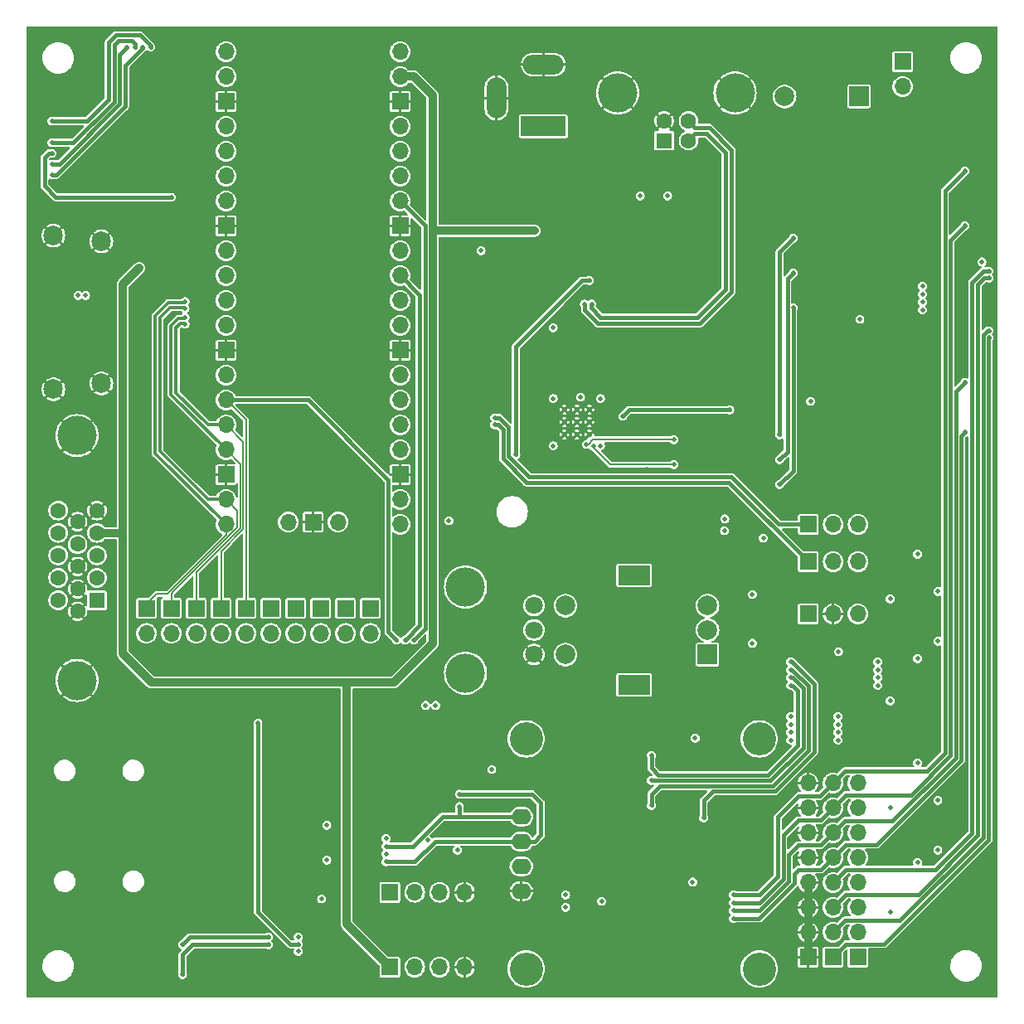
<source format=gbl>
G04 #@! TF.GenerationSoftware,KiCad,Pcbnew,(6.99.0-1115-g98f4b1d16c)*
G04 #@! TF.CreationDate,2022-03-30T22:22:08+02:00*
G04 #@! TF.ProjectId,rpi_pico_kit,7270695f-7069-4636-9f5f-6b69742e6b69,1*
G04 #@! TF.SameCoordinates,Original*
G04 #@! TF.FileFunction,Copper,L4,Bot*
G04 #@! TF.FilePolarity,Positive*
%FSLAX46Y46*%
G04 Gerber Fmt 4.6, Leading zero omitted, Abs format (unit mm)*
G04 Created by KiCad (PCBNEW (6.99.0-1115-g98f4b1d16c)) date 2022-03-30 22:22:08*
%MOMM*%
%LPD*%
G01*
G04 APERTURE LIST*
G04 #@! TA.AperFunction,ComponentPad*
%ADD10R,1.700000X1.700000*%
G04 #@! TD*
G04 #@! TA.AperFunction,ComponentPad*
%ADD11O,1.700000X1.700000*%
G04 #@! TD*
G04 #@! TA.AperFunction,ComponentPad*
%ADD12R,2.000000X2.000000*%
G04 #@! TD*
G04 #@! TA.AperFunction,ComponentPad*
%ADD13C,2.000000*%
G04 #@! TD*
G04 #@! TA.AperFunction,ComponentPad*
%ADD14R,3.200000X2.000000*%
G04 #@! TD*
G04 #@! TA.AperFunction,ComponentPad*
%ADD15C,4.000000*%
G04 #@! TD*
G04 #@! TA.AperFunction,ComponentPad*
%ADD16R,1.600000X1.600000*%
G04 #@! TD*
G04 #@! TA.AperFunction,ComponentPad*
%ADD17C,1.600000*%
G04 #@! TD*
G04 #@! TA.AperFunction,ComponentPad*
%ADD18R,4.600000X2.000000*%
G04 #@! TD*
G04 #@! TA.AperFunction,ComponentPad*
%ADD19O,4.200000X2.000000*%
G04 #@! TD*
G04 #@! TA.AperFunction,ComponentPad*
%ADD20O,2.000000X4.200000*%
G04 #@! TD*
G04 #@! TA.AperFunction,ComponentPad*
%ADD21C,3.400000*%
G04 #@! TD*
G04 #@! TA.AperFunction,ComponentPad*
%ADD22O,2.000000X1.600000*%
G04 #@! TD*
G04 #@! TA.AperFunction,ComponentPad*
%ADD23C,0.600000*%
G04 #@! TD*
G04 #@! TA.AperFunction,WasherPad*
%ADD24C,4.000000*%
G04 #@! TD*
G04 #@! TA.AperFunction,ComponentPad*
%ADD25C,1.800000*%
G04 #@! TD*
G04 #@! TA.AperFunction,ComponentPad*
%ADD26C,1.995000*%
G04 #@! TD*
G04 #@! TA.AperFunction,ViaPad*
%ADD27C,0.500000*%
G04 #@! TD*
G04 #@! TA.AperFunction,Conductor*
%ADD28C,0.406400*%
G04 #@! TD*
G04 #@! TA.AperFunction,Conductor*
%ADD29C,0.812800*%
G04 #@! TD*
G04 #@! TA.AperFunction,Conductor*
%ADD30C,0.381000*%
G04 #@! TD*
G04 #@! TA.AperFunction,Conductor*
%ADD31C,0.139700*%
G04 #@! TD*
G04 #@! TA.AperFunction,Conductor*
%ADD32C,0.304800*%
G04 #@! TD*
G04 #@! TA.AperFunction,Conductor*
%ADD33C,0.200000*%
G04 #@! TD*
G04 APERTURE END LIST*
D10*
X57911999Y-97484249D03*
D11*
X57911999Y-100024249D03*
X58419999Y-40639999D03*
X58419999Y-43179999D03*
D10*
X58419999Y-45719999D03*
D11*
X58419999Y-48259999D03*
X58419999Y-50799999D03*
X58419999Y-53339999D03*
X58419999Y-55879999D03*
D10*
X58419999Y-58419999D03*
D11*
X58419999Y-60959999D03*
X58419999Y-63499999D03*
X58419999Y-66039999D03*
X58419999Y-68579999D03*
D10*
X58419999Y-71119999D03*
D11*
X58419999Y-73659999D03*
X58419999Y-76199999D03*
X58419999Y-78739999D03*
X58419999Y-81279999D03*
D10*
X58419999Y-83819999D03*
D11*
X58419999Y-86359999D03*
X58419999Y-88899999D03*
X76199999Y-88899999D03*
X76199999Y-86359999D03*
D10*
X76199999Y-83819999D03*
D11*
X76199999Y-81279999D03*
X76199999Y-78739999D03*
X76199999Y-76199999D03*
X76199999Y-73659999D03*
D10*
X76199999Y-71119999D03*
D11*
X76199999Y-68579999D03*
X76199999Y-66039999D03*
X76199999Y-63499999D03*
X76199999Y-60959999D03*
D10*
X76199999Y-58419999D03*
D11*
X76199999Y-55879999D03*
X76199999Y-53339999D03*
X76199999Y-50799999D03*
X76199999Y-48259999D03*
D10*
X76199999Y-45719999D03*
D11*
X76199999Y-43179999D03*
X76199999Y-40639999D03*
X64769999Y-88669999D03*
D10*
X67309999Y-88669999D03*
D11*
X69849999Y-88669999D03*
D12*
X107579999Y-102194999D03*
D13*
X107580000Y-97195000D03*
X107580000Y-99695000D03*
D14*
X100079999Y-105294999D03*
X100079999Y-94094999D03*
D13*
X93080000Y-97195000D03*
X93080000Y-102195000D03*
D10*
X50291999Y-97484249D03*
D11*
X50291999Y-100024249D03*
D15*
X43185000Y-79840000D03*
X43185000Y-104840000D03*
D16*
X45234999Y-96654999D03*
D17*
X45235000Y-94365000D03*
X45235000Y-92075000D03*
X45235000Y-89785000D03*
X45235000Y-87495000D03*
X43255000Y-97800000D03*
X43255000Y-95510000D03*
X43255000Y-93220000D03*
X43255000Y-90930000D03*
X43255000Y-88640000D03*
X41275000Y-96655000D03*
X41275000Y-94365000D03*
X41275000Y-92075000D03*
X41275000Y-89785000D03*
X41275000Y-87495000D03*
D10*
X122935999Y-133095999D03*
D11*
X122935999Y-130555999D03*
X122935999Y-128015999D03*
X122935999Y-125475999D03*
X122935999Y-122935999D03*
X122935999Y-120395999D03*
X122935999Y-117855999D03*
X122935999Y-115315999D03*
D10*
X117855999Y-98043999D03*
D11*
X120395999Y-98043999D03*
X122935999Y-98043999D03*
D10*
X120395999Y-133095999D03*
D11*
X120395999Y-130555999D03*
X120395999Y-128015999D03*
X120395999Y-125475999D03*
X120395999Y-122935999D03*
X120395999Y-120395999D03*
X120395999Y-117855999D03*
X120395999Y-115315999D03*
D10*
X52831999Y-97484249D03*
D11*
X52831999Y-100024249D03*
D18*
X90819999Y-48259999D03*
D19*
X90819999Y-41959999D03*
D20*
X86019999Y-45359999D03*
D10*
X75145499Y-126481999D03*
D11*
X77685499Y-126481999D03*
X80225499Y-126481999D03*
X82765499Y-126481999D03*
D10*
X70611999Y-97484249D03*
D11*
X70611999Y-100024249D03*
D10*
X117870999Y-88900949D03*
D11*
X120410999Y-88900949D03*
X122950999Y-88900949D03*
D10*
X62991999Y-97484249D03*
D11*
X62991999Y-100024249D03*
D10*
X117870999Y-92710949D03*
D11*
X120410999Y-92710949D03*
X122950999Y-92710949D03*
D10*
X117855999Y-133095999D03*
D11*
X117855999Y-130555999D03*
X117855999Y-128015999D03*
X117855999Y-125475999D03*
X117855999Y-122935999D03*
X117855999Y-120395999D03*
X117855999Y-117855999D03*
X117855999Y-115315999D03*
D10*
X127507999Y-41655999D03*
D11*
X127507999Y-44195999D03*
D21*
X112865000Y-110805000D03*
X89065000Y-110805000D03*
X112865000Y-134305000D03*
X89065000Y-134305000D03*
D22*
X88564999Y-118744999D03*
X88564999Y-121284999D03*
X88564999Y-123824999D03*
X88564999Y-126364999D03*
D10*
X73151999Y-97484249D03*
D11*
X73151999Y-100024249D03*
D12*
X123062999Y-45211999D03*
D13*
X115463000Y-45212000D03*
D10*
X65531999Y-97484249D03*
D11*
X65531999Y-100024249D03*
D10*
X60451999Y-97484249D03*
D11*
X60451999Y-100024249D03*
D16*
X103143999Y-49713499D03*
D17*
X105644000Y-49713500D03*
X105644000Y-47713500D03*
X103144000Y-47713500D03*
D15*
X98394000Y-44853500D03*
X110394000Y-44853500D03*
D23*
X92959000Y-77187000D03*
X92959000Y-78462000D03*
X92959000Y-79737000D03*
X94234000Y-77187000D03*
X94234000Y-78462000D03*
X94234000Y-79737000D03*
X95509000Y-77187000D03*
X95509000Y-78462000D03*
X95509000Y-79737000D03*
D24*
X82870000Y-104095000D03*
X82870000Y-95295000D03*
D25*
X89870000Y-97195000D03*
X89870000Y-99695000D03*
X89870000Y-102195000D03*
D10*
X55371999Y-97484249D03*
D11*
X55371999Y-100024249D03*
D26*
X40794500Y-59409200D03*
X45694500Y-60009200D03*
X45694500Y-74509200D03*
X40794500Y-75109200D03*
D10*
X75145499Y-134111999D03*
D11*
X77685499Y-134111999D03*
X80225499Y-134111999D03*
X82765499Y-134111999D03*
D10*
X68071999Y-97484249D03*
D11*
X68071999Y-100024249D03*
D27*
X113030000Y-58166000D03*
X112776000Y-67310000D03*
X120650000Y-68580000D03*
X52832000Y-78232000D03*
X109220000Y-105410000D03*
X92456000Y-105410000D03*
X107188000Y-93472000D03*
X88392000Y-68580000D03*
X99568000Y-134112000D03*
X59436000Y-109220000D03*
X54864000Y-128016000D03*
X110236000Y-119888000D03*
X101092000Y-65024000D03*
X49784000Y-109728000D03*
X89916000Y-56388000D03*
X89916000Y-51308000D03*
X49784000Y-74168000D03*
X72136000Y-135636000D03*
X77216000Y-97028000D03*
X45720000Y-112776000D03*
X45720000Y-123444000D03*
X52832000Y-118872000D03*
X82804000Y-98552000D03*
X119380000Y-41656000D03*
X51816000Y-91440000D03*
X72644000Y-117856000D03*
X104648000Y-41656000D03*
X102616000Y-118872000D03*
X55372000Y-135636000D03*
X114300000Y-104648000D03*
X88646000Y-72644000D03*
X75692000Y-107188000D03*
X106070400Y-125425200D03*
X85547200Y-113944400D03*
X84455000Y-60960000D03*
X82042000Y-122174000D03*
X68173600Y-127152400D03*
X100711000Y-55372000D03*
X52832000Y-55499000D03*
X120954800Y-101904800D03*
X91821000Y-68834000D03*
X96647000Y-76046500D03*
X106324400Y-110744000D03*
X94615000Y-75919500D03*
X123139200Y-67970400D03*
X91821000Y-80872500D03*
X78994000Y-121158000D03*
X109321600Y-89560400D03*
X103505000Y-55372000D03*
X118110000Y-76327000D03*
X91821000Y-76046500D03*
X40640000Y-51011400D03*
X96647000Y-80872500D03*
X135600000Y-62092400D03*
X44958000Y-64009200D03*
X44577000Y-129032000D03*
X66294000Y-135636000D03*
X44958000Y-71509200D03*
X127000000Y-63500000D03*
X49530000Y-86360000D03*
X88900000Y-65097503D03*
X111760000Y-54356000D03*
X64389000Y-126365000D03*
X126492000Y-132588000D03*
X45593000Y-135382000D03*
X58674000Y-123317000D03*
X97536000Y-92456000D03*
X85598000Y-109982000D03*
X62743800Y-128727200D03*
X124968000Y-99568000D03*
X46863000Y-130683000D03*
X58674000Y-119761000D03*
X85852000Y-79462000D03*
X54254400Y-72288400D03*
X66167000Y-128524000D03*
X77470000Y-101600000D03*
X62738000Y-133096000D03*
X60071000Y-127508000D03*
X133350000Y-50292000D03*
X40894000Y-115570000D03*
X101346000Y-83312000D03*
X102108000Y-54356000D03*
X44958000Y-67009200D03*
X51816000Y-59944000D03*
X40640000Y-48811400D03*
X133350000Y-124968000D03*
X101346000Y-80721200D03*
X40894000Y-126873000D03*
X107696000Y-54356000D03*
X96774000Y-130556000D03*
X107696000Y-71120000D03*
X67310000Y-50292000D03*
X62992000Y-72644000D03*
X69596000Y-115697000D03*
X97536000Y-50800000D03*
X71374000Y-78740000D03*
X98298000Y-120142000D03*
X102235000Y-110744000D03*
X120142000Y-76327950D03*
X126492000Y-121920000D03*
X94488000Y-122834400D03*
X98806000Y-88900000D03*
X103632000Y-53340000D03*
X69723000Y-119634000D03*
X101346000Y-85979000D03*
X101092000Y-57912000D03*
X62992000Y-81280000D03*
X92710000Y-83158500D03*
X82296000Y-84582000D03*
X120142000Y-83439950D03*
X60579000Y-120650000D03*
X80596500Y-111750000D03*
X84328000Y-72617500D03*
X101396800Y-72999600D03*
X67310000Y-40386000D03*
X101346000Y-77824500D03*
X127508000Y-55372000D03*
X66548000Y-114554000D03*
X58674000Y-116205000D03*
X67310000Y-81280000D03*
X101092000Y-54356000D03*
X133350000Y-60960000D03*
X100076000Y-50800000D03*
X67310000Y-59182000D03*
X133350000Y-71628000D03*
X81358500Y-115052000D03*
X127508000Y-87376000D03*
X96774000Y-135636000D03*
X53848000Y-40132000D03*
X44958000Y-68509200D03*
X101219000Y-123444000D03*
X81358500Y-117856000D03*
X92456000Y-92456000D03*
X52832000Y-51054000D03*
X85852000Y-75411500D03*
X127508000Y-76708000D03*
X67310000Y-72644000D03*
X125095000Y-109601000D03*
X64389000Y-123190000D03*
X107696000Y-65532000D03*
X133350000Y-114300000D03*
X70358000Y-133604000D03*
X105410000Y-59309000D03*
X120015000Y-54356000D03*
X102108000Y-56896000D03*
X120142000Y-86995950D03*
X46736000Y-57658000D03*
X91186000Y-86360000D03*
X60325000Y-134874000D03*
X42799000Y-117729000D03*
X114300000Y-94996000D03*
X103505000Y-113792000D03*
X120142000Y-79883950D03*
X62484000Y-116840000D03*
X51054000Y-50419000D03*
X103505000Y-116332000D03*
X71374000Y-85598000D03*
X96774000Y-129286000D03*
X94488000Y-53848000D03*
X113157000Y-125222000D03*
X39243000Y-44069000D03*
X44958000Y-70009200D03*
X101600000Y-69167000D03*
X103124000Y-57912000D03*
X94488000Y-65124500D03*
X113157000Y-84836950D03*
X65786000Y-133232215D03*
X87376000Y-105410000D03*
X42799000Y-129032000D03*
X89916000Y-58928000D03*
X70736500Y-118567200D03*
X49530000Y-62738000D03*
X81178400Y-88544400D03*
X95754000Y-66394500D03*
X95000000Y-66394500D03*
X74754500Y-120964000D03*
X43307000Y-65532000D03*
X74754500Y-122564000D03*
X44069000Y-65532000D03*
X136317780Y-69850000D03*
X129540000Y-66986000D03*
X129540000Y-66186000D03*
X136317780Y-69132655D03*
X129540000Y-65386000D03*
X136317780Y-63754000D03*
X136317780Y-63034497D03*
X129540000Y-64586000D03*
X110236000Y-129146000D03*
X133858000Y-79502000D03*
X133858000Y-74422000D03*
X110236000Y-128346000D03*
X110236000Y-127546000D03*
X133858000Y-58420000D03*
X133858000Y-52832000D03*
X110236000Y-126746000D03*
X116078000Y-110128000D03*
X116078000Y-110928000D03*
X82247500Y-117719000D03*
X74754500Y-121764000D03*
X74754500Y-123364000D03*
X82247500Y-116449000D03*
X85852000Y-78022994D03*
X85852000Y-78742497D03*
X54229000Y-67758400D03*
X54229000Y-66861600D03*
X54229000Y-66158400D03*
X75819000Y-100711000D03*
X54229000Y-68461600D03*
X124968000Y-105340000D03*
X129032000Y-123444000D03*
X124968000Y-104540000D03*
X129032000Y-113284000D03*
X129032000Y-102616000D03*
X124968000Y-103740000D03*
X124968000Y-102940000D03*
X129032000Y-91948000D03*
X116332000Y-59690000D03*
X114935000Y-79756000D03*
X116332000Y-63246000D03*
X114935000Y-82296000D03*
X116332000Y-66802000D03*
X114935000Y-84836000D03*
X126238000Y-106934000D03*
X120904000Y-109328000D03*
X126238000Y-96520000D03*
X120904000Y-108528000D03*
X120904000Y-110928000D03*
X126238000Y-128524000D03*
X120904000Y-110128000D03*
X126238000Y-117856000D03*
X50711000Y-40150750D03*
X93091000Y-128016000D03*
X40640000Y-47711400D03*
X49111000Y-40150750D03*
X40640000Y-49911400D03*
X96774000Y-127381000D03*
X40640000Y-52111400D03*
X48311000Y-40150750D03*
X93091000Y-126746000D03*
X49911000Y-40150750D03*
X40640000Y-53211400D03*
X76708000Y-100711000D03*
X88011000Y-81788000D03*
X95504000Y-64008000D03*
X68707000Y-123190000D03*
X65786000Y-131064000D03*
X79819500Y-107378500D03*
X116078000Y-109328000D03*
X116078000Y-108528000D03*
X78803500Y-107378500D03*
X68707000Y-119634000D03*
X65786000Y-132503006D03*
X112166400Y-101041200D03*
X112166400Y-96062800D03*
X77597000Y-100711000D03*
X53975000Y-131826000D03*
X62743800Y-131064000D03*
X62738000Y-131826000D03*
X53975000Y-134874000D03*
X65786000Y-131783503D03*
X61671200Y-109220000D03*
X104140000Y-82804000D03*
X95928474Y-80909982D03*
X95234945Y-80718406D03*
X104140000Y-80264000D03*
X109855000Y-77216950D03*
X98933000Y-77862000D03*
X109347000Y-88335950D03*
X113284000Y-90297000D03*
X107188000Y-118872000D03*
X116078000Y-102940000D03*
X131100000Y-95758000D03*
X131100000Y-100838000D03*
X116078000Y-103740000D03*
X101854000Y-117602000D03*
X101854000Y-115062000D03*
X116078000Y-104540000D03*
X131100000Y-117094000D03*
X131100000Y-122174000D03*
X101854000Y-112522000D03*
X116078000Y-105340000D03*
D28*
X39878000Y-54356000D02*
X41021000Y-55499000D01*
X39878000Y-51435000D02*
X39878000Y-54356000D01*
X40301600Y-51011400D02*
X39878000Y-51435000D01*
X40640000Y-51011400D02*
X40301600Y-51011400D01*
X41021000Y-55499000D02*
X52832000Y-55499000D01*
D29*
X117856000Y-130556000D02*
X117856000Y-128016000D01*
X117856000Y-133096000D02*
X117856000Y-130556000D01*
X117856000Y-128016000D02*
X117856000Y-125476000D01*
X70736500Y-118567200D02*
X70736500Y-105158500D01*
X77597000Y-43180000D02*
X79502000Y-45085000D01*
X47875000Y-89785000D02*
X45235000Y-89785000D01*
X47879000Y-102108000D02*
X47879000Y-89789000D01*
X79502000Y-45085000D02*
X79502000Y-101092000D01*
X47879000Y-64389000D02*
X47879000Y-89789000D01*
X50800000Y-105029000D02*
X47879000Y-102108000D01*
X70866000Y-105029000D02*
X50800000Y-105029000D01*
X70736500Y-118567200D02*
X70736500Y-129703000D01*
X47879000Y-89789000D02*
X47875000Y-89785000D01*
X70736500Y-105158500D02*
X70866000Y-105029000D01*
X89916000Y-58928000D02*
X79502000Y-58928000D01*
X79502000Y-101092000D02*
X75565000Y-105029000D01*
X49530000Y-62738000D02*
X47879000Y-64389000D01*
X70736500Y-129703000D02*
X75145500Y-134112000D01*
X76200000Y-43180000D02*
X77597000Y-43180000D01*
X75565000Y-105029000D02*
X70866000Y-105029000D01*
D30*
X96651514Y-67754500D02*
X106548486Y-67754500D01*
X109410500Y-50931514D02*
X107509986Y-49031000D01*
X106326500Y-49031000D02*
X105644000Y-49713500D01*
X107509986Y-49031000D02*
X106326500Y-49031000D01*
X95694500Y-66797486D02*
X96651514Y-67754500D01*
X106548486Y-67754500D02*
X109410500Y-64892486D01*
X95694500Y-66454000D02*
X95694500Y-66797486D01*
X95754000Y-66394500D02*
X95694500Y-66454000D01*
X109410500Y-64892486D02*
X109410500Y-50931514D01*
X95000000Y-66394500D02*
X95059500Y-66454000D01*
X110045500Y-65155514D02*
X110045500Y-50668486D01*
X106811514Y-68389500D02*
X110045500Y-65155514D01*
X96388486Y-68389500D02*
X106811514Y-68389500D01*
X107773014Y-48396000D02*
X106326500Y-48396000D01*
X95059500Y-66454000D02*
X95059500Y-67060514D01*
X106326500Y-48396000D02*
X105644000Y-47713500D01*
X95059500Y-67060514D02*
X96388486Y-68389500D01*
X110045500Y-50668486D02*
X107773014Y-48396000D01*
D28*
X125615856Y-131758711D02*
X121733289Y-131758711D01*
X136317780Y-69850000D02*
X136271000Y-69896780D01*
X121733289Y-131758711D02*
X120396000Y-133096000D01*
X136271000Y-69896780D02*
X136271000Y-121103567D01*
X136271000Y-121103567D02*
X125615856Y-131758711D01*
X135715080Y-69600337D02*
X135715080Y-120873298D01*
X121598711Y-129353289D02*
X120396000Y-130556000D01*
X136317780Y-69132655D02*
X136182762Y-69132655D01*
X127235089Y-129353289D02*
X121598711Y-129353289D01*
X135715080Y-120873298D02*
X127235089Y-129353289D01*
X136182762Y-69132655D02*
X135715080Y-69600337D01*
X135826500Y-63754000D02*
X135159160Y-64421340D01*
X136317780Y-63754000D02*
X135826500Y-63754000D01*
X135159160Y-64421340D02*
X135159160Y-120643029D01*
X129123478Y-126678711D02*
X121733289Y-126678711D01*
X121733289Y-126678711D02*
X120396000Y-128016000D01*
X135159160Y-120643029D02*
X129123478Y-126678711D01*
X135759814Y-63034497D02*
X134603240Y-64191071D01*
X121733289Y-124138711D02*
X120396000Y-125476000D01*
X136317780Y-63034497D02*
X135759814Y-63034497D01*
X134603240Y-64191071D02*
X134603240Y-120412760D01*
X134603240Y-120412760D02*
X130877289Y-124138711D01*
X130877289Y-124138711D02*
X121733289Y-124138711D01*
X121733289Y-121598711D02*
X124853857Y-121598711D01*
X119193289Y-124138711D02*
X120396000Y-122936000D01*
X110236000Y-129146000D02*
X112837378Y-129146000D01*
X116907289Y-124138711D02*
X119193289Y-124138711D01*
X120396000Y-122936000D02*
X121733289Y-121598711D01*
X116427840Y-125555538D02*
X116427840Y-124618160D01*
X133493760Y-112958807D02*
X133493760Y-79866240D01*
X124853857Y-121598711D02*
X133493760Y-112958807D01*
X116427840Y-124618160D02*
X116907289Y-124138711D01*
X112837378Y-129146000D02*
X116427840Y-125555538D01*
X133493760Y-79866240D02*
X133858000Y-79502000D01*
X116840000Y-121666000D02*
X119126000Y-121666000D01*
X113613595Y-127583595D02*
X115871920Y-125325269D01*
X119126000Y-121666000D02*
X120396000Y-120396000D01*
X133858000Y-74422000D02*
X132937840Y-75342160D01*
X112851190Y-128346000D02*
X113613595Y-127583595D01*
X115871920Y-125325269D02*
X115871920Y-122634080D01*
X121598711Y-119193289D02*
X120396000Y-120396000D01*
X132937840Y-112728538D02*
X126473090Y-119193289D01*
X115871920Y-122634080D02*
X116840000Y-121666000D01*
X110236000Y-128346000D02*
X112851190Y-128346000D01*
X112851189Y-128346000D02*
X113613595Y-127583595D01*
X126473090Y-119193289D02*
X121598711Y-119193289D01*
X132937840Y-75342160D02*
X132937840Y-112728538D01*
X132381920Y-112498269D02*
X132381920Y-59896080D01*
X119126000Y-119126000D02*
X120396000Y-117856000D01*
X115316000Y-120650000D02*
X116840000Y-119126000D01*
X116840000Y-119126000D02*
X119126000Y-119126000D01*
X132381920Y-59896080D02*
X133858000Y-58420000D01*
X112865000Y-127546000D02*
X115316000Y-125095000D01*
X110236000Y-127546000D02*
X112865000Y-127546000D01*
X128350720Y-116529470D02*
X132381920Y-112498269D01*
X121722530Y-116529470D02*
X128350720Y-116529470D01*
X115316000Y-125095000D02*
X115316000Y-120650000D01*
X120396000Y-117856000D02*
X121722530Y-116529470D01*
X120396000Y-115316000D02*
X121598711Y-114113289D01*
X131826000Y-112268000D02*
X131826000Y-54864000D01*
X114760080Y-124864730D02*
X114760080Y-118792920D01*
X121598711Y-114113289D02*
X129980711Y-114113289D01*
X129980711Y-114113289D02*
X131826000Y-112268000D01*
X110236000Y-126746000D02*
X112878810Y-126746000D01*
X116899711Y-116653289D02*
X119058711Y-116653289D01*
X119058711Y-116653289D02*
X120396000Y-115316000D01*
X114760080Y-118792920D02*
X116899711Y-116653289D01*
X131826000Y-54864000D02*
X133858000Y-52832000D01*
X112878810Y-126746000D02*
X114760080Y-124864730D01*
X82247500Y-118696500D02*
X82296000Y-118745000D01*
X77499000Y-121764000D02*
X74754500Y-121764000D01*
X82296000Y-118745000D02*
X80518000Y-118745000D01*
X80518000Y-118745000D02*
X77499000Y-121764000D01*
X82247500Y-117719000D02*
X82247500Y-118696500D01*
X88565000Y-118745000D02*
X82296000Y-118745000D01*
X90551000Y-117348000D02*
X90551000Y-120650000D01*
X89652000Y-116449000D02*
X90551000Y-117348000D01*
X77677000Y-123364000D02*
X74754500Y-123364000D01*
X90551000Y-120650000D02*
X89916000Y-121285000D01*
X88565000Y-121285000D02*
X79756000Y-121285000D01*
X89916000Y-121285000D02*
X88565000Y-121285000D01*
X82247500Y-116449000D02*
X89652000Y-116449000D01*
X79756000Y-121285000D02*
X77677000Y-123364000D01*
X86302184Y-78022994D02*
X87249000Y-78969810D01*
X87249000Y-81966405D02*
X89356595Y-84074000D01*
X114847190Y-88900950D02*
X117871000Y-88900950D01*
X110020240Y-84074000D02*
X114847190Y-88900950D01*
X89356595Y-84074000D02*
X110020240Y-84074000D01*
X85852000Y-78022994D02*
X86302184Y-78022994D01*
X87249000Y-78969810D02*
X87249000Y-81966405D01*
X86235497Y-78742497D02*
X86693080Y-79200080D01*
X89126325Y-84629920D02*
X109789970Y-84629920D01*
X109789970Y-84629920D02*
X117871000Y-92710950D01*
X86693080Y-79200080D02*
X86693080Y-82196674D01*
X85852000Y-78742497D02*
X86235497Y-78742497D01*
X86693080Y-82196674D02*
X89126325Y-84629920D01*
D31*
X59896560Y-89279711D02*
X59896560Y-82756560D01*
D32*
X54229000Y-67758400D02*
X54131401Y-67855999D01*
D31*
X55372000Y-93804271D02*
X59896560Y-89279711D01*
D32*
X53577789Y-67855999D02*
X52819362Y-68614426D01*
X52819362Y-75679362D02*
X58420000Y-81280000D01*
X52819362Y-68614426D02*
X52819362Y-75679362D01*
D31*
X59896560Y-82756560D02*
X58420000Y-81280000D01*
D32*
X54131401Y-67855999D02*
X53577789Y-67855999D01*
D31*
X55372000Y-97484250D02*
X55372000Y-93804271D01*
X52832000Y-95967779D02*
X53063889Y-95735889D01*
D32*
X52721211Y-66764001D02*
X51666768Y-67818444D01*
X54229000Y-66861600D02*
X54131401Y-66764001D01*
X51666768Y-67818444D02*
X51666768Y-81428347D01*
X56598421Y-86360000D02*
X58420000Y-86360000D01*
D31*
X59563000Y-89236779D02*
X59563000Y-87503000D01*
X59563000Y-87503000D02*
X58420000Y-86360000D01*
X52832000Y-95967778D02*
X53063889Y-95735889D01*
D32*
X54131401Y-66764001D02*
X52721211Y-66764001D01*
D31*
X53063889Y-95735889D02*
X59563000Y-89236779D01*
X52832000Y-97484250D02*
X52832000Y-95967778D01*
D32*
X51666768Y-81428347D02*
X56598421Y-86360000D01*
D31*
X58420000Y-90003287D02*
X58420000Y-88900000D01*
D32*
X51158768Y-67608020D02*
X51158768Y-81638768D01*
X54131401Y-66255999D02*
X52510789Y-66255999D01*
D31*
X52411287Y-96012000D02*
X58420000Y-90003287D01*
D32*
X51158768Y-81638768D02*
X58420000Y-88900000D01*
X52510789Y-66255999D02*
X51158768Y-67608020D01*
D31*
X51308000Y-96012000D02*
X52411287Y-96012000D01*
X50292000Y-97028000D02*
X51308000Y-96012000D01*
X50292000Y-97484250D02*
X50292000Y-97028000D01*
D32*
X54229000Y-66158400D02*
X54131401Y-66255999D01*
D31*
X60452000Y-97484250D02*
X60452000Y-78232000D01*
X60452000Y-78232000D02*
X58420000Y-76200000D01*
D28*
X75819000Y-100711000D02*
X74997289Y-99889289D01*
X66802000Y-76200000D02*
X58420000Y-76200000D01*
X74997289Y-99889289D02*
X74997289Y-84395289D01*
X74997289Y-84395289D02*
X66802000Y-76200000D01*
D32*
X54229000Y-68461600D02*
X54131401Y-68364001D01*
D31*
X57912000Y-97484250D02*
X57912000Y-91640763D01*
D32*
X53788211Y-68364001D02*
X53327362Y-68824850D01*
X53327362Y-75468941D02*
X56598421Y-78740000D01*
X56598421Y-78740000D02*
X58420000Y-78740000D01*
X54131401Y-68364001D02*
X53788211Y-68364001D01*
D31*
X60162780Y-80482780D02*
X58420000Y-78740000D01*
X57912000Y-91640763D02*
X60162780Y-89389983D01*
X60162780Y-89389983D02*
X60162780Y-80482780D01*
D32*
X53327362Y-68824850D02*
X53327362Y-75468941D01*
D28*
X114935000Y-79756000D02*
X114935000Y-61087000D01*
X114935000Y-61087000D02*
X116332000Y-59690000D01*
X115729289Y-63848711D02*
X116332000Y-63246000D01*
X114935000Y-82296000D02*
X115729289Y-81501711D01*
X115729289Y-81501711D02*
X115729289Y-63848711D01*
X116332000Y-83439000D02*
X116332000Y-66802000D01*
X114935000Y-84836000D02*
X116332000Y-83439000D01*
X50711000Y-40043000D02*
X49609080Y-38941080D01*
X44236600Y-47711400D02*
X40640000Y-47711400D01*
X49609080Y-38941080D02*
X47204230Y-38941080D01*
X50711000Y-40150750D02*
X50711000Y-40043000D01*
X46434080Y-45513920D02*
X44236600Y-47711400D01*
X46434080Y-39711231D02*
X46434080Y-45513920D01*
X47204230Y-38941080D02*
X46434080Y-39711231D01*
X42822790Y-49911400D02*
X40640000Y-49911400D01*
X46990000Y-39941500D02*
X46990000Y-45744190D01*
X49111000Y-40150750D02*
X49111000Y-39840000D01*
X47434500Y-39497000D02*
X46990000Y-39941500D01*
X49111000Y-39840000D02*
X48768000Y-39497000D01*
X46990000Y-45744190D02*
X42822790Y-49911400D01*
X48768000Y-39497000D02*
X47434500Y-39497000D01*
X41408980Y-52111400D02*
X40640000Y-52111400D01*
X47545920Y-40915830D02*
X47545920Y-45974460D01*
X47545920Y-45974460D02*
X41408980Y-52111400D01*
X48311000Y-40150750D02*
X47545920Y-40915830D01*
X49911000Y-40259000D02*
X48101840Y-42068160D01*
X49911000Y-40150750D02*
X49911000Y-40259000D01*
X48101840Y-42068160D02*
X48101840Y-46204730D01*
X41095170Y-53211400D02*
X40640000Y-53211400D01*
X48101840Y-46204730D02*
X41095170Y-53211400D01*
X78186960Y-65486960D02*
X76200000Y-63500000D01*
X78186960Y-99232040D02*
X78186960Y-65486960D01*
X76708000Y-100711000D02*
X78186960Y-99232040D01*
X94752137Y-64008000D02*
X88011000Y-70749137D01*
X95504000Y-64008000D02*
X94752137Y-64008000D01*
X88011000Y-70749137D02*
X88011000Y-81788000D01*
X76200000Y-55880000D02*
X78742880Y-58422880D01*
X78742880Y-58422880D02*
X78742880Y-99565120D01*
X78742880Y-99565120D02*
X77597000Y-100711000D01*
X53975000Y-131826000D02*
X54737000Y-131064000D01*
X54737000Y-131064000D02*
X62743800Y-131064000D01*
X53975000Y-132842000D02*
X54991000Y-131826000D01*
X53975000Y-134874000D02*
X53975000Y-132842000D01*
X54991000Y-131826000D02*
X62738000Y-131826000D01*
X65786000Y-131783503D02*
X64947740Y-131783503D01*
X64947740Y-131783503D02*
X61671200Y-128506963D01*
X61671200Y-128506963D02*
X61671200Y-109220000D01*
D33*
X97663000Y-82804000D02*
X104140000Y-82804000D01*
X95928474Y-80909982D02*
X95928474Y-81069474D01*
X95928474Y-81069474D02*
X97663000Y-82804000D01*
X95234945Y-80718406D02*
X95413634Y-80718406D01*
X95910351Y-80221689D02*
X104097689Y-80221689D01*
X95413634Y-80718406D02*
X95910351Y-80221689D01*
X104097689Y-80221689D02*
X104140000Y-80264000D01*
D28*
X109855000Y-77216950D02*
X99578050Y-77216950D01*
X99578050Y-77216950D02*
X98933000Y-77862000D01*
X116208472Y-102940000D02*
X118459840Y-105191368D01*
X114458158Y-116173840D02*
X108108160Y-116173840D01*
X116078000Y-102940000D02*
X116208472Y-102940000D01*
X107188000Y-117094000D02*
X107188000Y-118872000D01*
X108108160Y-116173840D02*
X107188000Y-117094000D01*
X118459840Y-112172160D02*
X114458158Y-116173840D01*
X118459840Y-105191368D02*
X118459840Y-112172160D01*
X117903920Y-111941890D02*
X114227889Y-115617920D01*
X102695080Y-115617920D02*
X101854000Y-116459000D01*
X117903920Y-105421637D02*
X117903920Y-111941890D01*
X114227889Y-115617920D02*
X102695080Y-115617920D01*
X116078000Y-103740000D02*
X116222283Y-103740000D01*
X116222283Y-103740000D02*
X117903920Y-105421637D01*
X101854000Y-116459000D02*
X101854000Y-117602000D01*
X116078000Y-104540000D02*
X116236094Y-104540000D01*
X117348000Y-111711620D02*
X113997620Y-115062000D01*
X117348000Y-105651906D02*
X117348000Y-111711620D01*
X113997620Y-115062000D02*
X101854000Y-115062000D01*
X116236094Y-104540000D02*
X117348000Y-105651906D01*
X113767350Y-114506080D02*
X116792080Y-111481350D01*
X116249905Y-105340000D02*
X116078000Y-105340000D01*
X116792080Y-105882175D02*
X116249905Y-105340000D01*
X102568080Y-114506080D02*
X113767350Y-114506080D01*
X116792080Y-111481350D02*
X116792080Y-105882175D01*
X101854000Y-112522000D02*
X101854000Y-113792000D01*
X101854000Y-113792000D02*
X102568080Y-114506080D01*
G04 #@! TA.AperFunction,Conductor*
G36*
X137188691Y-38049407D02*
G01*
X137224655Y-38098907D01*
X137229500Y-38129500D01*
X137229500Y-137130500D01*
X137210593Y-137188691D01*
X137161093Y-137224655D01*
X137130500Y-137229500D01*
X38129500Y-137229500D01*
X38071309Y-137210593D01*
X38035345Y-137161093D01*
X38030500Y-137130500D01*
X38030500Y-133985000D01*
X39665539Y-133985000D01*
X39665844Y-133988875D01*
X39678175Y-134145552D01*
X39685354Y-134236775D01*
X39744312Y-134482351D01*
X39840960Y-134715680D01*
X39972919Y-134931017D01*
X40136939Y-135123061D01*
X40328983Y-135287081D01*
X40544320Y-135419040D01*
X40777649Y-135515688D01*
X40781423Y-135516594D01*
X40781426Y-135516595D01*
X40912470Y-135548056D01*
X41023225Y-135574646D01*
X41027090Y-135574950D01*
X41027095Y-135574951D01*
X41159601Y-135585379D01*
X41211964Y-135589500D01*
X41338036Y-135589500D01*
X41390399Y-135585379D01*
X41522905Y-135574951D01*
X41522910Y-135574950D01*
X41526775Y-135574646D01*
X41637530Y-135548056D01*
X41768574Y-135516595D01*
X41768577Y-135516594D01*
X41772351Y-135515688D01*
X42005680Y-135419040D01*
X42221017Y-135287081D01*
X42413061Y-135123061D01*
X42577081Y-134931017D01*
X42612021Y-134874000D01*
X53519867Y-134874000D01*
X53538303Y-135002226D01*
X53592118Y-135120063D01*
X53676951Y-135217967D01*
X53785931Y-135288004D01*
X53792721Y-135289998D01*
X53792724Y-135289999D01*
X53896161Y-135320370D01*
X53910228Y-135324500D01*
X54039772Y-135324500D01*
X54053839Y-135320370D01*
X54157276Y-135289999D01*
X54157279Y-135289998D01*
X54164069Y-135288004D01*
X54273049Y-135217967D01*
X54357882Y-135120063D01*
X54411697Y-135002226D01*
X54430133Y-134874000D01*
X54411697Y-134745774D01*
X54396313Y-134712087D01*
X54387647Y-134693113D01*
X54378700Y-134651986D01*
X54378700Y-133050226D01*
X54397607Y-132992035D01*
X54407696Y-132980222D01*
X55129222Y-132258696D01*
X55183739Y-132230919D01*
X55199226Y-132229700D01*
X62507258Y-132229700D01*
X62546017Y-132238131D01*
X62548931Y-132240004D01*
X62673228Y-132276500D01*
X62802772Y-132276500D01*
X62816839Y-132272370D01*
X62920276Y-132241999D01*
X62920279Y-132241998D01*
X62927069Y-132240004D01*
X62940909Y-132231110D01*
X63009229Y-132187203D01*
X63036049Y-132169967D01*
X63120882Y-132072063D01*
X63174697Y-131954226D01*
X63193133Y-131826000D01*
X63174697Y-131697774D01*
X63120882Y-131579937D01*
X63063036Y-131513178D01*
X63039219Y-131456818D01*
X63053078Y-131397223D01*
X63063036Y-131383517D01*
X63122045Y-131315416D01*
X63122049Y-131315410D01*
X63126682Y-131310063D01*
X63180497Y-131192226D01*
X63198933Y-131064000D01*
X63180497Y-130935774D01*
X63126682Y-130817937D01*
X63094783Y-130781123D01*
X63070966Y-130724763D01*
X63071142Y-130724007D01*
X63065020Y-130724977D01*
X63026984Y-130710480D01*
X62938826Y-130653824D01*
X62938824Y-130653823D01*
X62932869Y-130649996D01*
X62926079Y-130648002D01*
X62926076Y-130648001D01*
X62815363Y-130615494D01*
X62808572Y-130613500D01*
X62679028Y-130613500D01*
X62554731Y-130649996D01*
X62551817Y-130651869D01*
X62513058Y-130660300D01*
X54673061Y-130660300D01*
X54665656Y-130662706D01*
X54665650Y-130662707D01*
X54649870Y-130667834D01*
X54634768Y-130671460D01*
X54618391Y-130674054D01*
X54610695Y-130675273D01*
X54603753Y-130678810D01*
X54603750Y-130678811D01*
X54588973Y-130686340D01*
X54574625Y-130692283D01*
X54551440Y-130699817D01*
X54545142Y-130704393D01*
X54545140Y-130704394D01*
X54531720Y-130714145D01*
X54518473Y-130722262D01*
X54496753Y-130733329D01*
X53849319Y-131380763D01*
X53807207Y-131405749D01*
X53785931Y-131411996D01*
X53779976Y-131415823D01*
X53779974Y-131415824D01*
X53748617Y-131435976D01*
X53676951Y-131482033D01*
X53592118Y-131579937D01*
X53538303Y-131697774D01*
X53519867Y-131826000D01*
X53538303Y-131954226D01*
X53592118Y-132072063D01*
X53676951Y-132169967D01*
X53703771Y-132187203D01*
X53772092Y-132231110D01*
X53785931Y-132240004D01*
X53792721Y-132241998D01*
X53792726Y-132242000D01*
X53796014Y-132242965D01*
X53798374Y-132244579D01*
X53799167Y-132244941D01*
X53799104Y-132245078D01*
X53846520Y-132277502D01*
X53867080Y-132335129D01*
X53849840Y-132393836D01*
X53838124Y-132407958D01*
X53644329Y-132601753D01*
X53633265Y-132623469D01*
X53625146Y-132636718D01*
X53610817Y-132656440D01*
X53608411Y-132663846D01*
X53603283Y-132679626D01*
X53597340Y-132693973D01*
X53589811Y-132708750D01*
X53589810Y-132708753D01*
X53586273Y-132715695D01*
X53585054Y-132723391D01*
X53582460Y-132739768D01*
X53578834Y-132754870D01*
X53573707Y-132770650D01*
X53573706Y-132770656D01*
X53571300Y-132778061D01*
X53571300Y-134651986D01*
X53562353Y-134693113D01*
X53553688Y-134712087D01*
X53538303Y-134745774D01*
X53519867Y-134874000D01*
X42612021Y-134874000D01*
X42709040Y-134715680D01*
X42805688Y-134482351D01*
X42864646Y-134236775D01*
X42871826Y-134145552D01*
X42884156Y-133988875D01*
X42884461Y-133985000D01*
X42877047Y-133890790D01*
X42864951Y-133737095D01*
X42864950Y-133737090D01*
X42864646Y-133733225D01*
X42838056Y-133622470D01*
X42806595Y-133491426D01*
X42806594Y-133491423D01*
X42805688Y-133487649D01*
X42709040Y-133254320D01*
X42577081Y-133038983D01*
X42571548Y-133032504D01*
X42415595Y-132849906D01*
X42413061Y-132846939D01*
X42251261Y-132708750D01*
X42223977Y-132685447D01*
X42221017Y-132682919D01*
X42005680Y-132550960D01*
X41772351Y-132454312D01*
X41768577Y-132453406D01*
X41768574Y-132453405D01*
X41624384Y-132418788D01*
X41526775Y-132395354D01*
X41522910Y-132395050D01*
X41522905Y-132395049D01*
X41390399Y-132384621D01*
X41338036Y-132380500D01*
X41211964Y-132380500D01*
X41159601Y-132384621D01*
X41027095Y-132395049D01*
X41027090Y-132395050D01*
X41023225Y-132395354D01*
X40925616Y-132418788D01*
X40781426Y-132453405D01*
X40781423Y-132453406D01*
X40777649Y-132454312D01*
X40544320Y-132550960D01*
X40328983Y-132682919D01*
X40326023Y-132685447D01*
X40298739Y-132708750D01*
X40136939Y-132846939D01*
X40134405Y-132849906D01*
X39978453Y-133032504D01*
X39972919Y-133038983D01*
X39840960Y-133254320D01*
X39744312Y-133487649D01*
X39743406Y-133491423D01*
X39743405Y-133491426D01*
X39711944Y-133622470D01*
X39685354Y-133733225D01*
X39685050Y-133737090D01*
X39685049Y-133737095D01*
X39672953Y-133890790D01*
X39665539Y-133985000D01*
X38030500Y-133985000D01*
X38030500Y-125296207D01*
X40841733Y-125296207D01*
X40841957Y-125300915D01*
X40841957Y-125300920D01*
X40845010Y-125365000D01*
X40851769Y-125506902D01*
X40852881Y-125511484D01*
X40852881Y-125511487D01*
X40861354Y-125546412D01*
X40901499Y-125711890D01*
X40989124Y-125903762D01*
X41049468Y-125988503D01*
X41104603Y-126065929D01*
X41111478Y-126075584D01*
X41119146Y-126082895D01*
X41250279Y-126207930D01*
X41264138Y-126221145D01*
X41441587Y-126335184D01*
X41488600Y-126354005D01*
X41633034Y-126411828D01*
X41633037Y-126411829D01*
X41637411Y-126413580D01*
X41642036Y-126414471D01*
X41642038Y-126414472D01*
X41733010Y-126432005D01*
X41844533Y-126453500D01*
X42002613Y-126453500D01*
X42004944Y-126453277D01*
X42004953Y-126453277D01*
X42103784Y-126443839D01*
X42159979Y-126438473D01*
X42362368Y-126379047D01*
X42549854Y-126282391D01*
X42557897Y-126276066D01*
X42711949Y-126154918D01*
X42711951Y-126154916D01*
X42715659Y-126152000D01*
X42853792Y-125992587D01*
X42959259Y-125809913D01*
X43005394Y-125676612D01*
X43026706Y-125615036D01*
X43026707Y-125615034D01*
X43028248Y-125610580D01*
X43058267Y-125401793D01*
X43057792Y-125391809D01*
X43053238Y-125296207D01*
X47841733Y-125296207D01*
X47841957Y-125300915D01*
X47841957Y-125300920D01*
X47845010Y-125365000D01*
X47851769Y-125506902D01*
X47852881Y-125511484D01*
X47852881Y-125511487D01*
X47861354Y-125546412D01*
X47901499Y-125711890D01*
X47989124Y-125903762D01*
X48049468Y-125988503D01*
X48104603Y-126065929D01*
X48111478Y-126075584D01*
X48119146Y-126082895D01*
X48250279Y-126207930D01*
X48264138Y-126221145D01*
X48441587Y-126335184D01*
X48488600Y-126354005D01*
X48633034Y-126411828D01*
X48633037Y-126411829D01*
X48637411Y-126413580D01*
X48642036Y-126414471D01*
X48642038Y-126414472D01*
X48733010Y-126432005D01*
X48844533Y-126453500D01*
X49002613Y-126453500D01*
X49004944Y-126453277D01*
X49004953Y-126453277D01*
X49103784Y-126443839D01*
X49159979Y-126438473D01*
X49362368Y-126379047D01*
X49549854Y-126282391D01*
X49557897Y-126276066D01*
X49711949Y-126154918D01*
X49711951Y-126154916D01*
X49715659Y-126152000D01*
X49853792Y-125992587D01*
X49959259Y-125809913D01*
X50005394Y-125676612D01*
X50026706Y-125615036D01*
X50026707Y-125615034D01*
X50028248Y-125610580D01*
X50058267Y-125401793D01*
X50057792Y-125391809D01*
X50048455Y-125195808D01*
X50048231Y-125191098D01*
X50045330Y-125179137D01*
X50009103Y-125029812D01*
X49998501Y-124986110D01*
X49910876Y-124794238D01*
X49841365Y-124696624D01*
X49791259Y-124626259D01*
X49791257Y-124626256D01*
X49788522Y-124622416D01*
X49685201Y-124523900D01*
X49639277Y-124480111D01*
X49639276Y-124480110D01*
X49635862Y-124476855D01*
X49458413Y-124362816D01*
X49345534Y-124317626D01*
X49266966Y-124286172D01*
X49266963Y-124286171D01*
X49262589Y-124284420D01*
X49257964Y-124283529D01*
X49257962Y-124283528D01*
X49166990Y-124265995D01*
X49055467Y-124244500D01*
X48897387Y-124244500D01*
X48895056Y-124244723D01*
X48895047Y-124244723D01*
X48796216Y-124254161D01*
X48740021Y-124259527D01*
X48537632Y-124318953D01*
X48350146Y-124415609D01*
X48346444Y-124418521D01*
X48346443Y-124418521D01*
X48188051Y-124543082D01*
X48188049Y-124543084D01*
X48184341Y-124546000D01*
X48046208Y-124705413D01*
X48043851Y-124709496D01*
X48043850Y-124709497D01*
X48034033Y-124726501D01*
X47940741Y-124888087D01*
X47910764Y-124974700D01*
X47875395Y-125076895D01*
X47871752Y-125087420D01*
X47841733Y-125296207D01*
X43053238Y-125296207D01*
X43048455Y-125195808D01*
X43048231Y-125191098D01*
X43045330Y-125179137D01*
X43009103Y-125029812D01*
X42998501Y-124986110D01*
X42910876Y-124794238D01*
X42841365Y-124696624D01*
X42791259Y-124626259D01*
X42791257Y-124626256D01*
X42788522Y-124622416D01*
X42685201Y-124523900D01*
X42639277Y-124480111D01*
X42639276Y-124480110D01*
X42635862Y-124476855D01*
X42458413Y-124362816D01*
X42345534Y-124317626D01*
X42266966Y-124286172D01*
X42266963Y-124286171D01*
X42262589Y-124284420D01*
X42257964Y-124283529D01*
X42257962Y-124283528D01*
X42166990Y-124265995D01*
X42055467Y-124244500D01*
X41897387Y-124244500D01*
X41895056Y-124244723D01*
X41895047Y-124244723D01*
X41796216Y-124254161D01*
X41740021Y-124259527D01*
X41537632Y-124318953D01*
X41350146Y-124415609D01*
X41346444Y-124418521D01*
X41346443Y-124418521D01*
X41188051Y-124543082D01*
X41188049Y-124543084D01*
X41184341Y-124546000D01*
X41046208Y-124705413D01*
X41043851Y-124709496D01*
X41043850Y-124709497D01*
X41034033Y-124726501D01*
X40940741Y-124888087D01*
X40910764Y-124974700D01*
X40875395Y-125076895D01*
X40871752Y-125087420D01*
X40841733Y-125296207D01*
X38030500Y-125296207D01*
X38030500Y-113993207D01*
X40841733Y-113993207D01*
X40841957Y-113997915D01*
X40841957Y-113997920D01*
X40846538Y-114094080D01*
X40851769Y-114203902D01*
X40852881Y-114208484D01*
X40852881Y-114208487D01*
X40871072Y-114283471D01*
X40901499Y-114408890D01*
X40989124Y-114600762D01*
X41025485Y-114651824D01*
X41080834Y-114729550D01*
X41111478Y-114772584D01*
X41187878Y-114845431D01*
X41257742Y-114912046D01*
X41264138Y-114918145D01*
X41441587Y-115032184D01*
X41516064Y-115062000D01*
X41633034Y-115108828D01*
X41633037Y-115108829D01*
X41637411Y-115110580D01*
X41642036Y-115111471D01*
X41642038Y-115111472D01*
X41733010Y-115129005D01*
X41844533Y-115150500D01*
X42002613Y-115150500D01*
X42004944Y-115150277D01*
X42004953Y-115150277D01*
X42103784Y-115140839D01*
X42159979Y-115135473D01*
X42362368Y-115076047D01*
X42549854Y-114979391D01*
X42607861Y-114933774D01*
X42711949Y-114851918D01*
X42711951Y-114851916D01*
X42715659Y-114849000D01*
X42853792Y-114689587D01*
X42959259Y-114506913D01*
X43015807Y-114343526D01*
X43026706Y-114312036D01*
X43026707Y-114312034D01*
X43028248Y-114307580D01*
X43058267Y-114098793D01*
X43057538Y-114083473D01*
X43053238Y-113993207D01*
X47841733Y-113993207D01*
X47841957Y-113997915D01*
X47841957Y-113997920D01*
X47846538Y-114094080D01*
X47851769Y-114203902D01*
X47852881Y-114208484D01*
X47852881Y-114208487D01*
X47871072Y-114283471D01*
X47901499Y-114408890D01*
X47989124Y-114600762D01*
X48025485Y-114651824D01*
X48080834Y-114729550D01*
X48111478Y-114772584D01*
X48187878Y-114845431D01*
X48257742Y-114912046D01*
X48264138Y-114918145D01*
X48441587Y-115032184D01*
X48516064Y-115062000D01*
X48633034Y-115108828D01*
X48633037Y-115108829D01*
X48637411Y-115110580D01*
X48642036Y-115111471D01*
X48642038Y-115111472D01*
X48733010Y-115129005D01*
X48844533Y-115150500D01*
X49002613Y-115150500D01*
X49004944Y-115150277D01*
X49004953Y-115150277D01*
X49103784Y-115140839D01*
X49159979Y-115135473D01*
X49362368Y-115076047D01*
X49549854Y-114979391D01*
X49607861Y-114933774D01*
X49711949Y-114851918D01*
X49711951Y-114851916D01*
X49715659Y-114849000D01*
X49853792Y-114689587D01*
X49959259Y-114506913D01*
X50015807Y-114343526D01*
X50026706Y-114312036D01*
X50026707Y-114312034D01*
X50028248Y-114307580D01*
X50058267Y-114098793D01*
X50057538Y-114083473D01*
X50050913Y-113944400D01*
X50048231Y-113888098D01*
X50046056Y-113879130D01*
X50021998Y-113779964D01*
X49998501Y-113683110D01*
X49910876Y-113491238D01*
X49788522Y-113319416D01*
X49686146Y-113221801D01*
X49639277Y-113177111D01*
X49639276Y-113177110D01*
X49635862Y-113173855D01*
X49458413Y-113059816D01*
X49348848Y-113015953D01*
X49266966Y-112983172D01*
X49266963Y-112983171D01*
X49262589Y-112981420D01*
X49257964Y-112980529D01*
X49257962Y-112980528D01*
X49131109Y-112956079D01*
X49055467Y-112941500D01*
X48897387Y-112941500D01*
X48895056Y-112941723D01*
X48895047Y-112941723D01*
X48796216Y-112951161D01*
X48740021Y-112956527D01*
X48537632Y-113015953D01*
X48350146Y-113112609D01*
X48346444Y-113115521D01*
X48346443Y-113115521D01*
X48188051Y-113240082D01*
X48188049Y-113240084D01*
X48184341Y-113243000D01*
X48046208Y-113402413D01*
X47940741Y-113585087D01*
X47927003Y-113624782D01*
X47879016Y-113763433D01*
X47871752Y-113784420D01*
X47841733Y-113993207D01*
X43053238Y-113993207D01*
X43050913Y-113944400D01*
X43048231Y-113888098D01*
X43046056Y-113879130D01*
X43021998Y-113779964D01*
X42998501Y-113683110D01*
X42910876Y-113491238D01*
X42788522Y-113319416D01*
X42686146Y-113221801D01*
X42639277Y-113177111D01*
X42639276Y-113177110D01*
X42635862Y-113173855D01*
X42458413Y-113059816D01*
X42348848Y-113015953D01*
X42266966Y-112983172D01*
X42266963Y-112983171D01*
X42262589Y-112981420D01*
X42257964Y-112980529D01*
X42257962Y-112980528D01*
X42131109Y-112956079D01*
X42055467Y-112941500D01*
X41897387Y-112941500D01*
X41895056Y-112941723D01*
X41895047Y-112941723D01*
X41796216Y-112951161D01*
X41740021Y-112956527D01*
X41537632Y-113015953D01*
X41350146Y-113112609D01*
X41346444Y-113115521D01*
X41346443Y-113115521D01*
X41188051Y-113240082D01*
X41188049Y-113240084D01*
X41184341Y-113243000D01*
X41046208Y-113402413D01*
X40940741Y-113585087D01*
X40927003Y-113624782D01*
X40879016Y-113763433D01*
X40871752Y-113784420D01*
X40841733Y-113993207D01*
X38030500Y-113993207D01*
X38030500Y-109220000D01*
X61216067Y-109220000D01*
X61234503Y-109348226D01*
X61237444Y-109354666D01*
X61237445Y-109354669D01*
X61258553Y-109400887D01*
X61267500Y-109442014D01*
X61267500Y-128570902D01*
X61269906Y-128578307D01*
X61269907Y-128578313D01*
X61275034Y-128594093D01*
X61278660Y-128609195D01*
X61282473Y-128633268D01*
X61286010Y-128640210D01*
X61286011Y-128640213D01*
X61293540Y-128654990D01*
X61299483Y-128669337D01*
X61307017Y-128692523D01*
X61311593Y-128698821D01*
X61311594Y-128698823D01*
X61321345Y-128712243D01*
X61329462Y-128725490D01*
X61340529Y-128747210D01*
X63150511Y-130557192D01*
X63178288Y-130611709D01*
X63176789Y-130621174D01*
X63192027Y-130619865D01*
X63239607Y-130646288D01*
X64707493Y-132114174D01*
X64714432Y-132117710D01*
X64714434Y-132117711D01*
X64729213Y-132125241D01*
X64742461Y-132133359D01*
X64755877Y-132143107D01*
X64755880Y-132143109D01*
X64762179Y-132147685D01*
X64785364Y-132155218D01*
X64799716Y-132161164D01*
X64814491Y-132168692D01*
X64814492Y-132168692D01*
X64821435Y-132172230D01*
X64829127Y-132173448D01*
X64829129Y-132173449D01*
X64838775Y-132174976D01*
X64845507Y-132176043D01*
X64860612Y-132179669D01*
X64876391Y-132184796D01*
X64876393Y-132184796D01*
X64883800Y-132187203D01*
X65280920Y-132187203D01*
X65339111Y-132206110D01*
X65375075Y-132255610D01*
X65375075Y-132316796D01*
X65370977Y-132327320D01*
X65349303Y-132374780D01*
X65330867Y-132503006D01*
X65349303Y-132631232D01*
X65403118Y-132749069D01*
X65487951Y-132846973D01*
X65596931Y-132917010D01*
X65603721Y-132919004D01*
X65603724Y-132919005D01*
X65707161Y-132949376D01*
X65721228Y-132953506D01*
X65850772Y-132953506D01*
X65864839Y-132949376D01*
X65968276Y-132919005D01*
X65968279Y-132919004D01*
X65975069Y-132917010D01*
X66084049Y-132846973D01*
X66168882Y-132749069D01*
X66222697Y-132631232D01*
X66241133Y-132503006D01*
X66222697Y-132374780D01*
X66168882Y-132256943D01*
X66126547Y-132208085D01*
X66102730Y-132151725D01*
X66116589Y-132092130D01*
X66126548Y-132078423D01*
X66164245Y-132034919D01*
X66164249Y-132034913D01*
X66168882Y-132029566D01*
X66222697Y-131911729D01*
X66241133Y-131783503D01*
X66222697Y-131655277D01*
X66168882Y-131537440D01*
X66164249Y-131532093D01*
X66164245Y-131532087D01*
X66126548Y-131488583D01*
X66102730Y-131432224D01*
X66116588Y-131372629D01*
X66126547Y-131358921D01*
X66164247Y-131315412D01*
X66168882Y-131310063D01*
X66222697Y-131192226D01*
X66241133Y-131064000D01*
X66222697Y-130935774D01*
X66168882Y-130817937D01*
X66084049Y-130720033D01*
X66027319Y-130683575D01*
X65981026Y-130653824D01*
X65981024Y-130653823D01*
X65975069Y-130649996D01*
X65968279Y-130648002D01*
X65968276Y-130648001D01*
X65857563Y-130615494D01*
X65850772Y-130613500D01*
X65721228Y-130613500D01*
X65714437Y-130615494D01*
X65603724Y-130648001D01*
X65603721Y-130648002D01*
X65596931Y-130649996D01*
X65590976Y-130653823D01*
X65590974Y-130653824D01*
X65544681Y-130683575D01*
X65487951Y-130720033D01*
X65403118Y-130817937D01*
X65349303Y-130935774D01*
X65330867Y-131064000D01*
X65349303Y-131192226D01*
X65370974Y-131239679D01*
X65377948Y-131300464D01*
X65347861Y-131353741D01*
X65292205Y-131379158D01*
X65280920Y-131379803D01*
X65155966Y-131379803D01*
X65097775Y-131360896D01*
X65085962Y-131350807D01*
X62103896Y-128368741D01*
X62076119Y-128314224D01*
X62074900Y-128298737D01*
X62074900Y-127152400D01*
X67718467Y-127152400D01*
X67736903Y-127280626D01*
X67790718Y-127398463D01*
X67875551Y-127496367D01*
X67917525Y-127523342D01*
X67952782Y-127546000D01*
X67984531Y-127566404D01*
X67991321Y-127568398D01*
X67991324Y-127568399D01*
X68094761Y-127598770D01*
X68108828Y-127602900D01*
X68238372Y-127602900D01*
X68252439Y-127598770D01*
X68355876Y-127568399D01*
X68355879Y-127568398D01*
X68362669Y-127566404D01*
X68394419Y-127546000D01*
X68429675Y-127523342D01*
X68471649Y-127496367D01*
X68556482Y-127398463D01*
X68610297Y-127280626D01*
X68628733Y-127152400D01*
X68610297Y-127024174D01*
X68556482Y-126906337D01*
X68471649Y-126808433D01*
X68417159Y-126773414D01*
X68368626Y-126742224D01*
X68368624Y-126742223D01*
X68362669Y-126738396D01*
X68355879Y-126736402D01*
X68355876Y-126736401D01*
X68245163Y-126703894D01*
X68238372Y-126701900D01*
X68108828Y-126701900D01*
X68102037Y-126703894D01*
X67991324Y-126736401D01*
X67991321Y-126736402D01*
X67984531Y-126738396D01*
X67978576Y-126742223D01*
X67978574Y-126742224D01*
X67930041Y-126773414D01*
X67875551Y-126808433D01*
X67790718Y-126906337D01*
X67736903Y-127024174D01*
X67718467Y-127152400D01*
X62074900Y-127152400D01*
X62074900Y-123190000D01*
X68251867Y-123190000D01*
X68270303Y-123318226D01*
X68324118Y-123436063D01*
X68328753Y-123441412D01*
X68398972Y-123522450D01*
X68408951Y-123533967D01*
X68414908Y-123537795D01*
X68503742Y-123594885D01*
X68517931Y-123604004D01*
X68524721Y-123605998D01*
X68524724Y-123605999D01*
X68628161Y-123636370D01*
X68642228Y-123640500D01*
X68771772Y-123640500D01*
X68785839Y-123636370D01*
X68889276Y-123605999D01*
X68889279Y-123605998D01*
X68896069Y-123604004D01*
X68910259Y-123594885D01*
X68999092Y-123537795D01*
X69005049Y-123533967D01*
X69015029Y-123522450D01*
X69085247Y-123441412D01*
X69089882Y-123436063D01*
X69143697Y-123318226D01*
X69162133Y-123190000D01*
X69143697Y-123061774D01*
X69089882Y-122943937D01*
X69005049Y-122846033D01*
X68945529Y-122807782D01*
X68902026Y-122779824D01*
X68902024Y-122779823D01*
X68896069Y-122775996D01*
X68889279Y-122774002D01*
X68889276Y-122774001D01*
X68778563Y-122741494D01*
X68771772Y-122739500D01*
X68642228Y-122739500D01*
X68635437Y-122741494D01*
X68524724Y-122774001D01*
X68524721Y-122774002D01*
X68517931Y-122775996D01*
X68511976Y-122779823D01*
X68511974Y-122779824D01*
X68468471Y-122807782D01*
X68408951Y-122846033D01*
X68324118Y-122943937D01*
X68270303Y-123061774D01*
X68251867Y-123190000D01*
X62074900Y-123190000D01*
X62074900Y-119634000D01*
X68251867Y-119634000D01*
X68270303Y-119762226D01*
X68324118Y-119880063D01*
X68408951Y-119977967D01*
X68517931Y-120048004D01*
X68524721Y-120049998D01*
X68524724Y-120049999D01*
X68628161Y-120080370D01*
X68642228Y-120084500D01*
X68771772Y-120084500D01*
X68785839Y-120080370D01*
X68889276Y-120049999D01*
X68889279Y-120049998D01*
X68896069Y-120048004D01*
X69005049Y-119977967D01*
X69089882Y-119880063D01*
X69143697Y-119762226D01*
X69162133Y-119634000D01*
X69143697Y-119505774D01*
X69089882Y-119387937D01*
X69005049Y-119290033D01*
X68896069Y-119219996D01*
X68889279Y-119218002D01*
X68889276Y-119218001D01*
X68778563Y-119185494D01*
X68771772Y-119183500D01*
X68642228Y-119183500D01*
X68635437Y-119185494D01*
X68524724Y-119218001D01*
X68524721Y-119218002D01*
X68517931Y-119219996D01*
X68408951Y-119290033D01*
X68324118Y-119387937D01*
X68270303Y-119505774D01*
X68251867Y-119634000D01*
X62074900Y-119634000D01*
X62074900Y-109442014D01*
X62083847Y-109400887D01*
X62104955Y-109354669D01*
X62104956Y-109354666D01*
X62107897Y-109348226D01*
X62126333Y-109220000D01*
X62107897Y-109091774D01*
X62054082Y-108973937D01*
X61969249Y-108876033D01*
X61860269Y-108805996D01*
X61853479Y-108804002D01*
X61853476Y-108804001D01*
X61742763Y-108771494D01*
X61735972Y-108769500D01*
X61606428Y-108769500D01*
X61599637Y-108771494D01*
X61488924Y-108804001D01*
X61488921Y-108804002D01*
X61482131Y-108805996D01*
X61373151Y-108876033D01*
X61288318Y-108973937D01*
X61234503Y-109091774D01*
X61216067Y-109220000D01*
X38030500Y-109220000D01*
X38030500Y-106482364D01*
X41725242Y-106482364D01*
X41725794Y-106485851D01*
X41727294Y-106487779D01*
X41840417Y-106586986D01*
X41845548Y-106590924D01*
X42079949Y-106747546D01*
X42085543Y-106750775D01*
X42338385Y-106875463D01*
X42344358Y-106877937D01*
X42611300Y-106968552D01*
X42617558Y-106970229D01*
X42894055Y-107025227D01*
X42900454Y-107026070D01*
X43181766Y-107044508D01*
X43188234Y-107044508D01*
X43469546Y-107026070D01*
X43475945Y-107025227D01*
X43752442Y-106970229D01*
X43758700Y-106968552D01*
X44025642Y-106877937D01*
X44031615Y-106875463D01*
X44284457Y-106750775D01*
X44290051Y-106747546D01*
X44524452Y-106590924D01*
X44529583Y-106586986D01*
X44638002Y-106491905D01*
X44644821Y-106480444D01*
X44644497Y-106476926D01*
X44643126Y-106474903D01*
X43196086Y-105027863D01*
X43184203Y-105021809D01*
X43179172Y-105022605D01*
X41731296Y-106470481D01*
X41725242Y-106482364D01*
X38030500Y-106482364D01*
X38030500Y-104843234D01*
X40980492Y-104843234D01*
X40998930Y-105124546D01*
X40999773Y-105130945D01*
X41054771Y-105407442D01*
X41056448Y-105413700D01*
X41147063Y-105680642D01*
X41149537Y-105686615D01*
X41274225Y-105939457D01*
X41277454Y-105945051D01*
X41434076Y-106179452D01*
X41438014Y-106184583D01*
X41533095Y-106293002D01*
X41544556Y-106299821D01*
X41548074Y-106299497D01*
X41550097Y-106298126D01*
X42997137Y-104851086D01*
X43002379Y-104840797D01*
X43366809Y-104840797D01*
X43367605Y-104845828D01*
X44815481Y-106293704D01*
X44827364Y-106299758D01*
X44830851Y-106299206D01*
X44832779Y-106297706D01*
X44931986Y-106184583D01*
X44935924Y-106179452D01*
X45092546Y-105945051D01*
X45095775Y-105939457D01*
X45220463Y-105686615D01*
X45222937Y-105680642D01*
X45313552Y-105413700D01*
X45315229Y-105407442D01*
X45370227Y-105130945D01*
X45371070Y-105124546D01*
X45389508Y-104843234D01*
X45389508Y-104836766D01*
X45371070Y-104555454D01*
X45370227Y-104549055D01*
X45315229Y-104272558D01*
X45313552Y-104266300D01*
X45222937Y-103999358D01*
X45220463Y-103993385D01*
X45095775Y-103740543D01*
X45092546Y-103734949D01*
X44935924Y-103500548D01*
X44931986Y-103495417D01*
X44836905Y-103386998D01*
X44825444Y-103380179D01*
X44821926Y-103380503D01*
X44819903Y-103381874D01*
X43372863Y-104828914D01*
X43366809Y-104840797D01*
X43002379Y-104840797D01*
X43003191Y-104839203D01*
X43002395Y-104834172D01*
X41554519Y-103386296D01*
X41542636Y-103380242D01*
X41539149Y-103380794D01*
X41537221Y-103382294D01*
X41438014Y-103495417D01*
X41434076Y-103500548D01*
X41277454Y-103734949D01*
X41274225Y-103740543D01*
X41149537Y-103993385D01*
X41147063Y-103999358D01*
X41056448Y-104266300D01*
X41054771Y-104272558D01*
X40999773Y-104549055D01*
X40998930Y-104555454D01*
X40980492Y-104836766D01*
X40980492Y-104843234D01*
X38030500Y-104843234D01*
X38030500Y-103199556D01*
X41725179Y-103199556D01*
X41725503Y-103203074D01*
X41726874Y-103205097D01*
X43173914Y-104652137D01*
X43185797Y-104658191D01*
X43190828Y-104657395D01*
X44638704Y-103209519D01*
X44644758Y-103197636D01*
X44644206Y-103194149D01*
X44642706Y-103192221D01*
X44529583Y-103093014D01*
X44524452Y-103089076D01*
X44290051Y-102932454D01*
X44284457Y-102929225D01*
X44031615Y-102804537D01*
X44025642Y-102802063D01*
X43758700Y-102711448D01*
X43752442Y-102709771D01*
X43475945Y-102654773D01*
X43469546Y-102653930D01*
X43188234Y-102635492D01*
X43181766Y-102635492D01*
X42900454Y-102653930D01*
X42894055Y-102654773D01*
X42617558Y-102709771D01*
X42611300Y-102711448D01*
X42344358Y-102802063D01*
X42338385Y-102804537D01*
X42085543Y-102929225D01*
X42079949Y-102932454D01*
X41845548Y-103089076D01*
X41840417Y-103093014D01*
X41731998Y-103188095D01*
X41725179Y-103199556D01*
X38030500Y-103199556D01*
X38030500Y-98591008D01*
X42646597Y-98591008D01*
X42647013Y-98593639D01*
X42649483Y-98596709D01*
X42692984Y-98632410D01*
X42701029Y-98637785D01*
X42866173Y-98726056D01*
X42875122Y-98729763D01*
X43054310Y-98784119D01*
X43063809Y-98786008D01*
X43250157Y-98804362D01*
X43259843Y-98804362D01*
X43446191Y-98786008D01*
X43455690Y-98784119D01*
X43634878Y-98729763D01*
X43643827Y-98726056D01*
X43808971Y-98637785D01*
X43817016Y-98632410D01*
X43856314Y-98600159D01*
X43863505Y-98588924D01*
X43863348Y-98586263D01*
X43861196Y-98582972D01*
X43266086Y-97987863D01*
X43254203Y-97981809D01*
X43249172Y-97982605D01*
X42652651Y-98579125D01*
X42646597Y-98591008D01*
X38030500Y-98591008D01*
X38030500Y-97804843D01*
X42250638Y-97804843D01*
X42268992Y-97991191D01*
X42270881Y-98000690D01*
X42325237Y-98179878D01*
X42328944Y-98188827D01*
X42417215Y-98353971D01*
X42422590Y-98362016D01*
X42454841Y-98401314D01*
X42466076Y-98408505D01*
X42468737Y-98408348D01*
X42472028Y-98406196D01*
X43067137Y-97811086D01*
X43072379Y-97800797D01*
X43436809Y-97800797D01*
X43437605Y-97805828D01*
X44034125Y-98402349D01*
X44046008Y-98408403D01*
X44048639Y-98407987D01*
X44051709Y-98405517D01*
X44087410Y-98362016D01*
X44092785Y-98353971D01*
X44181056Y-98188827D01*
X44184763Y-98179878D01*
X44239119Y-98000690D01*
X44241008Y-97991191D01*
X44259362Y-97804843D01*
X44259362Y-97795157D01*
X44255301Y-97753925D01*
X44268413Y-97694161D01*
X44314150Y-97653518D01*
X44373138Y-97647123D01*
X44415252Y-97655500D01*
X46054748Y-97655500D01*
X46080995Y-97650279D01*
X46103666Y-97645770D01*
X46103668Y-97645769D01*
X46113231Y-97643867D01*
X46179552Y-97599552D01*
X46223867Y-97533231D01*
X46235500Y-97474748D01*
X46235500Y-95835252D01*
X46223867Y-95776769D01*
X46179552Y-95710448D01*
X46113231Y-95666133D01*
X46103668Y-95664231D01*
X46103666Y-95664230D01*
X46080995Y-95659721D01*
X46054748Y-95654500D01*
X44415252Y-95654500D01*
X44373138Y-95662877D01*
X44312377Y-95655685D01*
X44267447Y-95614153D01*
X44255301Y-95556075D01*
X44259362Y-95514843D01*
X44259362Y-95505157D01*
X44241008Y-95318809D01*
X44239119Y-95309310D01*
X44184763Y-95130122D01*
X44181056Y-95121173D01*
X44092785Y-94956029D01*
X44087410Y-94947984D01*
X44055159Y-94908686D01*
X44043924Y-94901495D01*
X44041263Y-94901652D01*
X44037972Y-94903804D01*
X43442863Y-95498914D01*
X43436809Y-95510797D01*
X43437605Y-95515828D01*
X44034125Y-96112349D01*
X44046008Y-96118403D01*
X44048639Y-96117987D01*
X44051709Y-96115517D01*
X44058972Y-96106667D01*
X44110503Y-96073680D01*
X44171582Y-96077282D01*
X44218879Y-96116097D01*
X44234500Y-96169472D01*
X44234500Y-97140528D01*
X44215593Y-97198719D01*
X44166093Y-97234683D01*
X44104907Y-97234683D01*
X44058972Y-97203333D01*
X44055158Y-97198686D01*
X44043924Y-97191495D01*
X44041263Y-97191652D01*
X44037972Y-97193804D01*
X43442863Y-97788914D01*
X43436809Y-97800797D01*
X43072379Y-97800797D01*
X43073191Y-97799203D01*
X43072395Y-97794172D01*
X42475875Y-97197651D01*
X42463992Y-97191597D01*
X42461361Y-97192013D01*
X42458291Y-97194483D01*
X42422590Y-97237984D01*
X42417215Y-97246029D01*
X42328944Y-97411173D01*
X42325237Y-97420122D01*
X42270881Y-97599310D01*
X42268992Y-97608809D01*
X42250638Y-97795157D01*
X42250638Y-97804843D01*
X38030500Y-97804843D01*
X38030500Y-96655000D01*
X40269659Y-96655000D01*
X40288976Y-96851132D01*
X40290387Y-96855784D01*
X40290388Y-96855788D01*
X40338302Y-97013737D01*
X40346186Y-97039727D01*
X40348480Y-97044018D01*
X40348480Y-97044019D01*
X40361709Y-97068768D01*
X40439090Y-97213538D01*
X40564117Y-97365883D01*
X40567881Y-97368972D01*
X40705079Y-97481568D01*
X40716462Y-97490910D01*
X40720750Y-97493202D01*
X40733884Y-97500222D01*
X40890273Y-97583814D01*
X40894927Y-97585226D01*
X40894930Y-97585227D01*
X41074212Y-97639612D01*
X41074216Y-97639613D01*
X41078868Y-97641024D01*
X41083711Y-97641501D01*
X41127056Y-97645770D01*
X41275000Y-97660341D01*
X41279843Y-97659864D01*
X41466289Y-97641501D01*
X41471132Y-97641024D01*
X41475784Y-97639613D01*
X41475788Y-97639612D01*
X41655070Y-97585227D01*
X41655073Y-97585226D01*
X41659727Y-97583814D01*
X41816117Y-97500222D01*
X41829250Y-97493202D01*
X41833538Y-97490910D01*
X41844922Y-97481568D01*
X41982119Y-97368972D01*
X41985883Y-97365883D01*
X42110910Y-97213538D01*
X42188291Y-97068768D01*
X42201520Y-97044019D01*
X42201520Y-97044018D01*
X42203814Y-97039727D01*
X42211698Y-97013737D01*
X42212505Y-97011076D01*
X42646495Y-97011076D01*
X42646652Y-97013737D01*
X42648804Y-97017028D01*
X43243914Y-97612137D01*
X43255797Y-97618191D01*
X43260828Y-97617395D01*
X43857349Y-97020875D01*
X43863403Y-97008992D01*
X43862987Y-97006361D01*
X43860517Y-97003291D01*
X43817016Y-96967590D01*
X43808971Y-96962215D01*
X43643827Y-96873944D01*
X43634878Y-96870237D01*
X43455690Y-96815881D01*
X43446191Y-96813992D01*
X43259843Y-96795638D01*
X43250157Y-96795638D01*
X43063809Y-96813992D01*
X43054310Y-96815881D01*
X42875122Y-96870237D01*
X42866173Y-96873944D01*
X42701029Y-96962215D01*
X42692984Y-96967590D01*
X42653686Y-96999841D01*
X42646495Y-97011076D01*
X42212505Y-97011076D01*
X42259612Y-96855788D01*
X42259613Y-96855784D01*
X42261024Y-96851132D01*
X42280341Y-96655000D01*
X42262791Y-96476804D01*
X42261501Y-96463711D01*
X42261024Y-96458868D01*
X42259568Y-96454066D01*
X42213138Y-96301008D01*
X42646597Y-96301008D01*
X42647013Y-96303639D01*
X42649483Y-96306709D01*
X42692984Y-96342410D01*
X42701029Y-96347785D01*
X42866173Y-96436056D01*
X42875122Y-96439763D01*
X43054310Y-96494119D01*
X43063809Y-96496008D01*
X43250157Y-96514362D01*
X43259843Y-96514362D01*
X43446191Y-96496008D01*
X43455690Y-96494119D01*
X43634878Y-96439763D01*
X43643827Y-96436056D01*
X43808971Y-96347785D01*
X43817016Y-96342410D01*
X43856314Y-96310159D01*
X43863505Y-96298924D01*
X43863348Y-96296263D01*
X43861196Y-96292972D01*
X43266086Y-95697863D01*
X43254203Y-95691809D01*
X43249172Y-95692605D01*
X42652651Y-96289125D01*
X42646597Y-96301008D01*
X42213138Y-96301008D01*
X42205227Y-96274930D01*
X42205226Y-96274927D01*
X42203814Y-96270273D01*
X42170561Y-96208060D01*
X42113202Y-96100750D01*
X42110910Y-96096462D01*
X42095170Y-96077282D01*
X41988972Y-95947881D01*
X41985883Y-95944117D01*
X41930697Y-95898827D01*
X41837295Y-95822173D01*
X41837293Y-95822172D01*
X41833538Y-95819090D01*
X41739190Y-95768660D01*
X41664019Y-95728480D01*
X41664018Y-95728480D01*
X41659727Y-95726186D01*
X41655073Y-95724774D01*
X41655070Y-95724773D01*
X41475788Y-95670388D01*
X41475784Y-95670387D01*
X41471132Y-95668976D01*
X41275000Y-95649659D01*
X41078868Y-95668976D01*
X41074216Y-95670387D01*
X41074212Y-95670388D01*
X40894930Y-95724773D01*
X40894927Y-95724774D01*
X40890273Y-95726186D01*
X40885982Y-95728480D01*
X40885981Y-95728480D01*
X40810810Y-95768660D01*
X40716462Y-95819090D01*
X40712707Y-95822172D01*
X40712705Y-95822173D01*
X40619303Y-95898827D01*
X40564117Y-95944117D01*
X40561028Y-95947881D01*
X40454831Y-96077282D01*
X40439090Y-96096462D01*
X40436798Y-96100750D01*
X40379440Y-96208060D01*
X40346186Y-96270273D01*
X40344774Y-96274927D01*
X40344773Y-96274930D01*
X40290433Y-96454066D01*
X40288976Y-96458868D01*
X40288499Y-96463711D01*
X40287209Y-96476804D01*
X40269659Y-96655000D01*
X38030500Y-96655000D01*
X38030500Y-95514843D01*
X42250638Y-95514843D01*
X42268992Y-95701191D01*
X42270881Y-95710690D01*
X42325237Y-95889878D01*
X42328944Y-95898827D01*
X42417215Y-96063971D01*
X42422590Y-96072016D01*
X42454841Y-96111314D01*
X42466076Y-96118505D01*
X42468737Y-96118348D01*
X42472028Y-96116196D01*
X43067137Y-95521086D01*
X43073191Y-95509203D01*
X43072395Y-95504172D01*
X42475875Y-94907651D01*
X42463992Y-94901597D01*
X42461361Y-94902013D01*
X42458291Y-94904483D01*
X42422590Y-94947984D01*
X42417215Y-94956029D01*
X42328944Y-95121173D01*
X42325237Y-95130122D01*
X42270881Y-95309310D01*
X42268992Y-95318809D01*
X42250638Y-95505157D01*
X42250638Y-95514843D01*
X38030500Y-95514843D01*
X38030500Y-94365000D01*
X40269659Y-94365000D01*
X40288976Y-94561132D01*
X40290387Y-94565784D01*
X40290388Y-94565788D01*
X40339300Y-94727028D01*
X40346186Y-94749727D01*
X40439090Y-94923538D01*
X40442172Y-94927293D01*
X40442173Y-94927295D01*
X40507718Y-95007161D01*
X40564117Y-95075883D01*
X40716462Y-95200910D01*
X40890273Y-95293814D01*
X40894927Y-95295226D01*
X40894930Y-95295227D01*
X41074212Y-95349612D01*
X41074216Y-95349613D01*
X41078868Y-95351024D01*
X41275000Y-95370341D01*
X41279843Y-95369864D01*
X41466289Y-95351501D01*
X41471132Y-95351024D01*
X41475784Y-95349613D01*
X41475788Y-95349612D01*
X41655070Y-95295227D01*
X41655073Y-95295226D01*
X41659727Y-95293814D01*
X41833538Y-95200910D01*
X41985883Y-95075883D01*
X42042282Y-95007161D01*
X42107827Y-94927295D01*
X42107828Y-94927293D01*
X42110910Y-94923538D01*
X42203814Y-94749727D01*
X42210700Y-94727028D01*
X42212506Y-94721076D01*
X42646495Y-94721076D01*
X42646652Y-94723737D01*
X42648804Y-94727028D01*
X43243914Y-95322137D01*
X43255797Y-95328191D01*
X43260828Y-95327395D01*
X43857349Y-94730875D01*
X43863403Y-94718992D01*
X43862987Y-94716361D01*
X43860517Y-94713291D01*
X43817016Y-94677590D01*
X43808971Y-94672215D01*
X43643827Y-94583944D01*
X43634878Y-94580237D01*
X43455690Y-94525881D01*
X43446191Y-94523992D01*
X43259843Y-94505638D01*
X43250157Y-94505638D01*
X43063809Y-94523992D01*
X43054310Y-94525881D01*
X42875122Y-94580237D01*
X42866173Y-94583944D01*
X42701029Y-94672215D01*
X42692984Y-94677590D01*
X42653686Y-94709841D01*
X42646495Y-94721076D01*
X42212506Y-94721076D01*
X42259612Y-94565788D01*
X42259613Y-94565784D01*
X42261024Y-94561132D01*
X42280341Y-94365000D01*
X44229659Y-94365000D01*
X44248976Y-94561132D01*
X44250387Y-94565784D01*
X44250388Y-94565788D01*
X44299300Y-94727028D01*
X44306186Y-94749727D01*
X44399090Y-94923538D01*
X44402172Y-94927293D01*
X44402173Y-94927295D01*
X44467718Y-95007161D01*
X44524117Y-95075883D01*
X44676462Y-95200910D01*
X44850273Y-95293814D01*
X44854927Y-95295226D01*
X44854930Y-95295227D01*
X45034212Y-95349612D01*
X45034216Y-95349613D01*
X45038868Y-95351024D01*
X45235000Y-95370341D01*
X45239843Y-95369864D01*
X45426289Y-95351501D01*
X45431132Y-95351024D01*
X45435784Y-95349613D01*
X45435788Y-95349612D01*
X45615070Y-95295227D01*
X45615073Y-95295226D01*
X45619727Y-95293814D01*
X45793538Y-95200910D01*
X45945883Y-95075883D01*
X46002282Y-95007161D01*
X46067827Y-94927295D01*
X46067828Y-94927293D01*
X46070910Y-94923538D01*
X46163814Y-94749727D01*
X46170700Y-94727028D01*
X46219612Y-94565788D01*
X46219613Y-94565784D01*
X46221024Y-94561132D01*
X46240341Y-94365000D01*
X46221024Y-94168868D01*
X46175914Y-94020159D01*
X46165227Y-93984930D01*
X46165226Y-93984927D01*
X46163814Y-93980273D01*
X46070910Y-93806462D01*
X46037750Y-93766056D01*
X45948972Y-93657881D01*
X45945883Y-93654117D01*
X45868885Y-93590926D01*
X45797295Y-93532173D01*
X45797293Y-93532172D01*
X45793538Y-93529090D01*
X45619727Y-93436186D01*
X45615073Y-93434774D01*
X45615070Y-93434773D01*
X45435788Y-93380388D01*
X45435784Y-93380387D01*
X45431132Y-93378976D01*
X45235000Y-93359659D01*
X45038868Y-93378976D01*
X45034216Y-93380387D01*
X45034212Y-93380388D01*
X44854930Y-93434773D01*
X44854927Y-93434774D01*
X44850273Y-93436186D01*
X44676462Y-93529090D01*
X44672707Y-93532172D01*
X44672705Y-93532173D01*
X44601115Y-93590926D01*
X44524117Y-93654117D01*
X44521028Y-93657881D01*
X44432251Y-93766056D01*
X44399090Y-93806462D01*
X44306186Y-93980273D01*
X44304774Y-93984927D01*
X44304773Y-93984930D01*
X44294087Y-94020159D01*
X44248976Y-94168868D01*
X44229659Y-94365000D01*
X42280341Y-94365000D01*
X42261024Y-94168868D01*
X42215914Y-94020159D01*
X42213138Y-94011008D01*
X42646597Y-94011008D01*
X42647013Y-94013639D01*
X42649483Y-94016709D01*
X42692984Y-94052410D01*
X42701029Y-94057785D01*
X42866173Y-94146056D01*
X42875122Y-94149763D01*
X43054310Y-94204119D01*
X43063809Y-94206008D01*
X43250157Y-94224362D01*
X43259843Y-94224362D01*
X43446191Y-94206008D01*
X43455690Y-94204119D01*
X43634878Y-94149763D01*
X43643827Y-94146056D01*
X43808971Y-94057785D01*
X43817016Y-94052410D01*
X43856314Y-94020159D01*
X43863505Y-94008924D01*
X43863348Y-94006263D01*
X43861196Y-94002972D01*
X43266086Y-93407863D01*
X43254203Y-93401809D01*
X43249172Y-93402605D01*
X42652651Y-93999125D01*
X42646597Y-94011008D01*
X42213138Y-94011008D01*
X42205227Y-93984930D01*
X42205226Y-93984927D01*
X42203814Y-93980273D01*
X42110910Y-93806462D01*
X42077750Y-93766056D01*
X41988972Y-93657881D01*
X41985883Y-93654117D01*
X41908885Y-93590926D01*
X41837295Y-93532173D01*
X41837293Y-93532172D01*
X41833538Y-93529090D01*
X41659727Y-93436186D01*
X41655073Y-93434774D01*
X41655070Y-93434773D01*
X41475788Y-93380388D01*
X41475784Y-93380387D01*
X41471132Y-93378976D01*
X41275000Y-93359659D01*
X41078868Y-93378976D01*
X41074216Y-93380387D01*
X41074212Y-93380388D01*
X40894930Y-93434773D01*
X40894927Y-93434774D01*
X40890273Y-93436186D01*
X40716462Y-93529090D01*
X40712707Y-93532172D01*
X40712705Y-93532173D01*
X40641115Y-93590926D01*
X40564117Y-93654117D01*
X40561028Y-93657881D01*
X40472251Y-93766056D01*
X40439090Y-93806462D01*
X40346186Y-93980273D01*
X40344774Y-93984927D01*
X40344773Y-93984930D01*
X40334087Y-94020159D01*
X40288976Y-94168868D01*
X40269659Y-94365000D01*
X38030500Y-94365000D01*
X38030500Y-93224843D01*
X42250638Y-93224843D01*
X42268992Y-93411191D01*
X42270881Y-93420690D01*
X42325237Y-93599878D01*
X42328944Y-93608827D01*
X42417215Y-93773971D01*
X42422590Y-93782016D01*
X42454841Y-93821314D01*
X42466076Y-93828505D01*
X42468737Y-93828348D01*
X42472028Y-93826196D01*
X43067137Y-93231086D01*
X43072379Y-93220797D01*
X43436809Y-93220797D01*
X43437605Y-93225828D01*
X44034125Y-93822349D01*
X44046008Y-93828403D01*
X44048639Y-93827987D01*
X44051709Y-93825517D01*
X44087410Y-93782016D01*
X44092785Y-93773971D01*
X44181056Y-93608827D01*
X44184763Y-93599878D01*
X44239119Y-93420690D01*
X44241008Y-93411191D01*
X44259362Y-93224843D01*
X44259362Y-93215157D01*
X44241008Y-93028809D01*
X44239119Y-93019310D01*
X44184763Y-92840122D01*
X44181056Y-92831173D01*
X44092785Y-92666029D01*
X44087410Y-92657984D01*
X44055159Y-92618686D01*
X44043924Y-92611495D01*
X44041263Y-92611652D01*
X44037972Y-92613804D01*
X43442863Y-93208914D01*
X43436809Y-93220797D01*
X43072379Y-93220797D01*
X43073191Y-93219203D01*
X43072395Y-93214172D01*
X42475875Y-92617651D01*
X42463992Y-92611597D01*
X42461361Y-92612013D01*
X42458291Y-92614483D01*
X42422590Y-92657984D01*
X42417215Y-92666029D01*
X42328944Y-92831173D01*
X42325237Y-92840122D01*
X42270881Y-93019310D01*
X42268992Y-93028809D01*
X42250638Y-93215157D01*
X42250638Y-93224843D01*
X38030500Y-93224843D01*
X38030500Y-92075000D01*
X40269659Y-92075000D01*
X40288976Y-92271132D01*
X40290387Y-92275784D01*
X40290388Y-92275788D01*
X40338302Y-92433737D01*
X40346186Y-92459727D01*
X40439090Y-92633538D01*
X40564117Y-92785883D01*
X40567881Y-92788972D01*
X40697622Y-92895448D01*
X40716462Y-92910910D01*
X40890273Y-93003814D01*
X40894927Y-93005226D01*
X40894930Y-93005227D01*
X41074212Y-93059612D01*
X41074216Y-93059613D01*
X41078868Y-93061024D01*
X41275000Y-93080341D01*
X41279843Y-93079864D01*
X41466289Y-93061501D01*
X41471132Y-93061024D01*
X41475784Y-93059613D01*
X41475788Y-93059612D01*
X41655070Y-93005227D01*
X41655073Y-93005226D01*
X41659727Y-93003814D01*
X41833538Y-92910910D01*
X41852379Y-92895448D01*
X41982119Y-92788972D01*
X41985883Y-92785883D01*
X42110910Y-92633538D01*
X42203814Y-92459727D01*
X42211698Y-92433737D01*
X42212505Y-92431076D01*
X42646495Y-92431076D01*
X42646652Y-92433737D01*
X42648804Y-92437028D01*
X43243914Y-93032137D01*
X43255797Y-93038191D01*
X43260828Y-93037395D01*
X43857349Y-92440875D01*
X43863403Y-92428992D01*
X43862987Y-92426361D01*
X43860517Y-92423291D01*
X43817016Y-92387590D01*
X43808971Y-92382215D01*
X43643827Y-92293944D01*
X43634878Y-92290237D01*
X43455690Y-92235881D01*
X43446191Y-92233992D01*
X43259843Y-92215638D01*
X43250157Y-92215638D01*
X43063809Y-92233992D01*
X43054310Y-92235881D01*
X42875122Y-92290237D01*
X42866173Y-92293944D01*
X42701029Y-92382215D01*
X42692984Y-92387590D01*
X42653686Y-92419841D01*
X42646495Y-92431076D01*
X42212505Y-92431076D01*
X42259612Y-92275788D01*
X42259613Y-92275784D01*
X42261024Y-92271132D01*
X42280341Y-92075000D01*
X44229659Y-92075000D01*
X44248976Y-92271132D01*
X44250387Y-92275784D01*
X44250388Y-92275788D01*
X44298302Y-92433737D01*
X44306186Y-92459727D01*
X44399090Y-92633538D01*
X44524117Y-92785883D01*
X44527881Y-92788972D01*
X44657622Y-92895448D01*
X44676462Y-92910910D01*
X44850273Y-93003814D01*
X44854927Y-93005226D01*
X44854930Y-93005227D01*
X45034212Y-93059612D01*
X45034216Y-93059613D01*
X45038868Y-93061024D01*
X45235000Y-93080341D01*
X45239843Y-93079864D01*
X45426289Y-93061501D01*
X45431132Y-93061024D01*
X45435784Y-93059613D01*
X45435788Y-93059612D01*
X45615070Y-93005227D01*
X45615073Y-93005226D01*
X45619727Y-93003814D01*
X45793538Y-92910910D01*
X45812379Y-92895448D01*
X45942119Y-92788972D01*
X45945883Y-92785883D01*
X46070910Y-92633538D01*
X46163814Y-92459727D01*
X46171698Y-92433737D01*
X46219612Y-92275788D01*
X46219613Y-92275784D01*
X46221024Y-92271132D01*
X46240341Y-92075000D01*
X46221024Y-91878868D01*
X46215370Y-91860227D01*
X46165227Y-91694930D01*
X46165226Y-91694927D01*
X46163814Y-91690273D01*
X46070910Y-91516462D01*
X45945883Y-91364117D01*
X45890931Y-91319019D01*
X45797295Y-91242173D01*
X45797293Y-91242172D01*
X45793538Y-91239090D01*
X45619727Y-91146186D01*
X45615073Y-91144774D01*
X45615070Y-91144773D01*
X45435788Y-91090388D01*
X45435784Y-91090387D01*
X45431132Y-91088976D01*
X45235000Y-91069659D01*
X45038868Y-91088976D01*
X45034216Y-91090387D01*
X45034212Y-91090388D01*
X44854930Y-91144773D01*
X44854927Y-91144774D01*
X44850273Y-91146186D01*
X44676462Y-91239090D01*
X44672707Y-91242172D01*
X44672705Y-91242173D01*
X44579069Y-91319019D01*
X44524117Y-91364117D01*
X44399090Y-91516462D01*
X44306186Y-91690273D01*
X44304774Y-91694927D01*
X44304773Y-91694930D01*
X44254631Y-91860227D01*
X44248976Y-91878868D01*
X44229659Y-92075000D01*
X42280341Y-92075000D01*
X42261024Y-91878868D01*
X42255370Y-91860227D01*
X42205227Y-91694930D01*
X42205226Y-91694927D01*
X42203814Y-91690273D01*
X42110910Y-91516462D01*
X41985883Y-91364117D01*
X41930931Y-91319019D01*
X41837295Y-91242173D01*
X41837293Y-91242172D01*
X41833538Y-91239090D01*
X41659727Y-91146186D01*
X41655073Y-91144774D01*
X41655070Y-91144773D01*
X41475788Y-91090388D01*
X41475784Y-91090387D01*
X41471132Y-91088976D01*
X41275000Y-91069659D01*
X41078868Y-91088976D01*
X41074216Y-91090387D01*
X41074212Y-91090388D01*
X40894930Y-91144773D01*
X40894927Y-91144774D01*
X40890273Y-91146186D01*
X40716462Y-91239090D01*
X40712707Y-91242172D01*
X40712705Y-91242173D01*
X40619069Y-91319019D01*
X40564117Y-91364117D01*
X40439090Y-91516462D01*
X40346186Y-91690273D01*
X40344774Y-91694927D01*
X40344773Y-91694930D01*
X40294631Y-91860227D01*
X40288976Y-91878868D01*
X40269659Y-92075000D01*
X38030500Y-92075000D01*
X38030500Y-90930000D01*
X42249659Y-90930000D01*
X42268976Y-91126132D01*
X42270387Y-91130784D01*
X42270388Y-91130788D01*
X42304177Y-91242173D01*
X42326186Y-91314727D01*
X42328480Y-91319018D01*
X42328480Y-91319019D01*
X42354597Y-91367881D01*
X42419090Y-91488538D01*
X42422172Y-91492293D01*
X42422173Y-91492295D01*
X42459538Y-91537824D01*
X42544117Y-91640883D01*
X42547881Y-91643972D01*
X42680422Y-91752746D01*
X42696462Y-91765910D01*
X42700750Y-91768202D01*
X42810357Y-91826788D01*
X42870273Y-91858814D01*
X42874927Y-91860226D01*
X42874930Y-91860227D01*
X43054212Y-91914612D01*
X43054216Y-91914613D01*
X43058868Y-91916024D01*
X43063711Y-91916501D01*
X43156934Y-91925682D01*
X43255000Y-91935341D01*
X43259843Y-91934864D01*
X43446289Y-91916501D01*
X43451132Y-91916024D01*
X43455784Y-91914613D01*
X43455788Y-91914612D01*
X43635070Y-91860227D01*
X43635073Y-91860226D01*
X43639727Y-91858814D01*
X43699644Y-91826788D01*
X43809250Y-91768202D01*
X43813538Y-91765910D01*
X43829579Y-91752746D01*
X43962119Y-91643972D01*
X43965883Y-91640883D01*
X44050462Y-91537824D01*
X44087827Y-91492295D01*
X44087828Y-91492293D01*
X44090910Y-91488538D01*
X44155403Y-91367881D01*
X44181520Y-91319019D01*
X44181520Y-91319018D01*
X44183814Y-91314727D01*
X44205823Y-91242173D01*
X44239612Y-91130788D01*
X44239613Y-91130784D01*
X44241024Y-91126132D01*
X44260341Y-90930000D01*
X44241024Y-90733868D01*
X44235370Y-90715227D01*
X44185227Y-90549930D01*
X44185226Y-90549927D01*
X44183814Y-90545273D01*
X44157415Y-90495883D01*
X44093202Y-90375750D01*
X44090910Y-90371462D01*
X44024047Y-90289989D01*
X43968972Y-90222881D01*
X43965883Y-90219117D01*
X43910931Y-90174019D01*
X43817295Y-90097173D01*
X43817293Y-90097172D01*
X43813538Y-90094090D01*
X43744855Y-90057378D01*
X43644019Y-90003480D01*
X43644018Y-90003480D01*
X43639727Y-90001186D01*
X43635073Y-89999774D01*
X43635070Y-89999773D01*
X43455788Y-89945388D01*
X43455784Y-89945387D01*
X43451132Y-89943976D01*
X43377531Y-89936727D01*
X43259843Y-89925136D01*
X43255000Y-89924659D01*
X43250157Y-89925136D01*
X43132470Y-89936727D01*
X43058868Y-89943976D01*
X43054216Y-89945387D01*
X43054212Y-89945388D01*
X42874930Y-89999773D01*
X42874927Y-89999774D01*
X42870273Y-90001186D01*
X42865982Y-90003480D01*
X42865981Y-90003480D01*
X42765145Y-90057378D01*
X42696462Y-90094090D01*
X42692707Y-90097172D01*
X42692705Y-90097173D01*
X42599069Y-90174019D01*
X42544117Y-90219117D01*
X42541028Y-90222881D01*
X42485954Y-90289989D01*
X42419090Y-90371462D01*
X42416798Y-90375750D01*
X42352586Y-90495883D01*
X42326186Y-90545273D01*
X42324774Y-90549927D01*
X42324773Y-90549930D01*
X42274631Y-90715227D01*
X42268976Y-90733868D01*
X42249659Y-90930000D01*
X38030500Y-90930000D01*
X38030500Y-89785000D01*
X40269659Y-89785000D01*
X40288976Y-89981132D01*
X40290387Y-89985784D01*
X40290388Y-89985788D01*
X40344773Y-90165070D01*
X40346186Y-90169727D01*
X40348480Y-90174018D01*
X40348480Y-90174019D01*
X40374597Y-90222881D01*
X40439090Y-90343538D01*
X40442172Y-90347293D01*
X40442173Y-90347295D01*
X40511420Y-90431672D01*
X40564117Y-90495883D01*
X40567881Y-90498972D01*
X40624299Y-90545273D01*
X40716462Y-90620910D01*
X40890273Y-90713814D01*
X40894927Y-90715226D01*
X40894930Y-90715227D01*
X41074212Y-90769612D01*
X41074216Y-90769613D01*
X41078868Y-90771024D01*
X41275000Y-90790341D01*
X41279843Y-90789864D01*
X41466289Y-90771501D01*
X41471132Y-90771024D01*
X41475784Y-90769613D01*
X41475788Y-90769612D01*
X41655070Y-90715227D01*
X41655073Y-90715226D01*
X41659727Y-90713814D01*
X41833538Y-90620910D01*
X41925702Y-90545273D01*
X41982119Y-90498972D01*
X41985883Y-90495883D01*
X42038580Y-90431672D01*
X42107827Y-90347295D01*
X42107828Y-90347293D01*
X42110910Y-90343538D01*
X42175403Y-90222881D01*
X42201520Y-90174019D01*
X42201520Y-90174018D01*
X42203814Y-90169727D01*
X42205227Y-90165070D01*
X42259612Y-89985788D01*
X42259613Y-89985784D01*
X42261024Y-89981132D01*
X42280341Y-89785000D01*
X44229659Y-89785000D01*
X44248976Y-89981132D01*
X44250387Y-89985784D01*
X44250388Y-89985788D01*
X44304773Y-90165070D01*
X44306186Y-90169727D01*
X44308480Y-90174018D01*
X44308480Y-90174019D01*
X44334597Y-90222881D01*
X44399090Y-90343538D01*
X44402172Y-90347293D01*
X44402173Y-90347295D01*
X44471420Y-90431672D01*
X44524117Y-90495883D01*
X44527881Y-90498972D01*
X44584299Y-90545273D01*
X44676462Y-90620910D01*
X44850273Y-90713814D01*
X44854927Y-90715226D01*
X44854930Y-90715227D01*
X45034212Y-90769612D01*
X45034216Y-90769613D01*
X45038868Y-90771024D01*
X45235000Y-90790341D01*
X45239843Y-90789864D01*
X45426289Y-90771501D01*
X45431132Y-90771024D01*
X45435784Y-90769613D01*
X45435788Y-90769612D01*
X45615070Y-90715227D01*
X45615073Y-90715226D01*
X45619727Y-90713814D01*
X45793538Y-90620910D01*
X45885702Y-90545273D01*
X45942119Y-90498972D01*
X45945883Y-90495883D01*
X46001516Y-90428094D01*
X46053046Y-90395108D01*
X46078043Y-90391900D01*
X47173100Y-90391900D01*
X47231291Y-90410807D01*
X47267255Y-90460307D01*
X47272100Y-90490900D01*
X47272100Y-102061733D01*
X47271253Y-102074656D01*
X47266863Y-102108000D01*
X47272100Y-102147777D01*
X47272100Y-102147779D01*
X47287721Y-102266433D01*
X47348874Y-102414068D01*
X47446154Y-102540846D01*
X47451299Y-102544794D01*
X47451300Y-102544795D01*
X47472836Y-102561320D01*
X47482572Y-102569858D01*
X50338142Y-105425428D01*
X50346680Y-105435164D01*
X50367154Y-105461846D01*
X50398984Y-105486270D01*
X50398985Y-105486271D01*
X50493932Y-105559127D01*
X50499927Y-105561610D01*
X50499930Y-105561612D01*
X50571875Y-105591412D01*
X50641567Y-105620279D01*
X50647995Y-105621125D01*
X50647998Y-105621126D01*
X50793566Y-105640290D01*
X50800000Y-105641137D01*
X50833346Y-105636747D01*
X50846267Y-105635900D01*
X70030600Y-105635900D01*
X70088791Y-105654807D01*
X70124755Y-105704307D01*
X70129600Y-105734900D01*
X70129600Y-129656733D01*
X70128753Y-129669656D01*
X70124363Y-129703000D01*
X70129600Y-129742777D01*
X70129600Y-129742779D01*
X70145221Y-129861433D01*
X70206374Y-130009068D01*
X70303654Y-130135846D01*
X70308799Y-130139794D01*
X70308800Y-130139795D01*
X70330336Y-130156320D01*
X70340072Y-130164858D01*
X74066004Y-133890790D01*
X74093781Y-133945307D01*
X74095000Y-133960794D01*
X74095000Y-134981748D01*
X74106633Y-135040231D01*
X74150948Y-135106552D01*
X74217269Y-135150867D01*
X74226832Y-135152769D01*
X74226834Y-135152770D01*
X74249505Y-135157279D01*
X74275752Y-135162500D01*
X76015248Y-135162500D01*
X76041495Y-135157279D01*
X76064166Y-135152770D01*
X76064168Y-135152769D01*
X76073731Y-135150867D01*
X76140052Y-135106552D01*
X76184367Y-135040231D01*
X76196000Y-134981748D01*
X76196000Y-134112000D01*
X76629917Y-134112000D01*
X76650200Y-134317934D01*
X76710268Y-134515954D01*
X76807815Y-134698450D01*
X76810899Y-134702207D01*
X76810899Y-134702208D01*
X76821955Y-134715680D01*
X76939090Y-134858410D01*
X77099050Y-134989685D01*
X77281546Y-135087232D01*
X77286206Y-135088646D01*
X77286207Y-135088646D01*
X77474910Y-135145888D01*
X77474913Y-135145889D01*
X77479566Y-135147300D01*
X77685500Y-135167583D01*
X77891434Y-135147300D01*
X77896087Y-135145889D01*
X77896090Y-135145888D01*
X78084793Y-135088646D01*
X78084794Y-135088646D01*
X78089454Y-135087232D01*
X78271950Y-134989685D01*
X78431910Y-134858410D01*
X78549045Y-134715680D01*
X78560101Y-134702208D01*
X78560101Y-134702207D01*
X78563185Y-134698450D01*
X78660732Y-134515954D01*
X78720800Y-134317934D01*
X78741083Y-134112000D01*
X79169917Y-134112000D01*
X79190200Y-134317934D01*
X79250268Y-134515954D01*
X79347815Y-134698450D01*
X79350899Y-134702207D01*
X79350899Y-134702208D01*
X79361955Y-134715680D01*
X79479090Y-134858410D01*
X79639050Y-134989685D01*
X79821546Y-135087232D01*
X79826206Y-135088646D01*
X79826207Y-135088646D01*
X80014910Y-135145888D01*
X80014913Y-135145889D01*
X80019566Y-135147300D01*
X80225500Y-135167583D01*
X80431434Y-135147300D01*
X80436087Y-135145889D01*
X80436090Y-135145888D01*
X80624793Y-135088646D01*
X80624794Y-135088646D01*
X80629454Y-135087232D01*
X80811950Y-134989685D01*
X80971910Y-134858410D01*
X81089045Y-134715680D01*
X81100101Y-134702208D01*
X81100101Y-134702207D01*
X81103185Y-134698450D01*
X81200732Y-134515954D01*
X81260800Y-134317934D01*
X81267768Y-134247191D01*
X81723734Y-134247191D01*
X81730215Y-134312993D01*
X81732104Y-134322492D01*
X81789319Y-134511105D01*
X81793026Y-134520054D01*
X81885940Y-134693884D01*
X81891315Y-134701929D01*
X82016356Y-134854291D01*
X82023209Y-134861144D01*
X82175571Y-134986185D01*
X82183616Y-134991560D01*
X82357446Y-135084474D01*
X82366395Y-135088181D01*
X82555008Y-135145396D01*
X82564507Y-135147285D01*
X82624895Y-135153233D01*
X82637925Y-135150374D01*
X82639694Y-135148383D01*
X82640500Y-135144529D01*
X82640500Y-135139090D01*
X82890500Y-135139090D01*
X82894622Y-135151775D01*
X82896778Y-135153342D01*
X82900691Y-135153766D01*
X82966493Y-135147285D01*
X82975992Y-135145396D01*
X83164605Y-135088181D01*
X83173554Y-135084474D01*
X83347384Y-134991560D01*
X83355429Y-134986185D01*
X83507791Y-134861144D01*
X83514644Y-134854291D01*
X83639685Y-134701929D01*
X83645060Y-134693884D01*
X83737974Y-134520054D01*
X83741681Y-134511105D01*
X83798896Y-134322492D01*
X83800785Y-134312993D01*
X83801572Y-134305000D01*
X87159645Y-134305000D01*
X87179039Y-134576160D01*
X87236825Y-134841801D01*
X87238061Y-134845114D01*
X87238061Y-134845115D01*
X87241616Y-134854646D01*
X87331828Y-135096513D01*
X87462113Y-135335113D01*
X87625029Y-135552742D01*
X87817258Y-135744971D01*
X88034887Y-135907887D01*
X88273487Y-136038172D01*
X88528199Y-136133175D01*
X88793840Y-136190961D01*
X89065000Y-136210355D01*
X89336160Y-136190961D01*
X89601801Y-136133175D01*
X89856513Y-136038172D01*
X90095113Y-135907887D01*
X90312742Y-135744971D01*
X90504971Y-135552742D01*
X90667887Y-135335113D01*
X90798172Y-135096513D01*
X90888384Y-134854646D01*
X90891939Y-134845115D01*
X90891939Y-134845114D01*
X90893175Y-134841801D01*
X90950961Y-134576160D01*
X90970355Y-134305000D01*
X110959645Y-134305000D01*
X110979039Y-134576160D01*
X111036825Y-134841801D01*
X111038061Y-134845114D01*
X111038061Y-134845115D01*
X111041616Y-134854646D01*
X111131828Y-135096513D01*
X111262113Y-135335113D01*
X111425029Y-135552742D01*
X111617258Y-135744971D01*
X111834887Y-135907887D01*
X112073487Y-136038172D01*
X112328199Y-136133175D01*
X112593840Y-136190961D01*
X112865000Y-136210355D01*
X113136160Y-136190961D01*
X113401801Y-136133175D01*
X113656513Y-136038172D01*
X113895113Y-135907887D01*
X114112742Y-135744971D01*
X114304971Y-135552742D01*
X114467887Y-135335113D01*
X114598172Y-135096513D01*
X114688384Y-134854646D01*
X114691939Y-134845115D01*
X114691939Y-134845114D01*
X114693175Y-134841801D01*
X114750961Y-134576160D01*
X114770355Y-134305000D01*
X114750961Y-134033840D01*
X114735081Y-133960840D01*
X116806000Y-133960840D01*
X116806948Y-133970462D01*
X116815702Y-134014474D01*
X116823021Y-134032142D01*
X116856389Y-134082082D01*
X116869918Y-134095611D01*
X116919858Y-134128979D01*
X116937526Y-134136298D01*
X116981538Y-134145052D01*
X116991160Y-134146000D01*
X117715320Y-134146000D01*
X117728005Y-134141878D01*
X117731000Y-134137757D01*
X117731000Y-134130320D01*
X117981000Y-134130320D01*
X117985122Y-134143005D01*
X117989243Y-134146000D01*
X118720840Y-134146000D01*
X118730462Y-134145052D01*
X118774474Y-134136298D01*
X118792142Y-134128979D01*
X118842082Y-134095611D01*
X118855611Y-134082082D01*
X118888979Y-134032142D01*
X118896298Y-134014474D01*
X118905052Y-133970462D01*
X118906000Y-133960840D01*
X118906000Y-133236680D01*
X118901878Y-133223995D01*
X118897757Y-133221000D01*
X117996680Y-133221000D01*
X117983995Y-133225122D01*
X117981000Y-133229243D01*
X117981000Y-134130320D01*
X117731000Y-134130320D01*
X117731000Y-133236680D01*
X117726878Y-133223995D01*
X117722757Y-133221000D01*
X116821680Y-133221000D01*
X116808995Y-133225122D01*
X116806000Y-133229243D01*
X116806000Y-133960840D01*
X114735081Y-133960840D01*
X114693175Y-133768199D01*
X114672478Y-133712707D01*
X114599405Y-133516793D01*
X114598172Y-133513487D01*
X114467887Y-133274887D01*
X114455181Y-133257913D01*
X114325671Y-133084910D01*
X114304971Y-133057258D01*
X114203033Y-132955320D01*
X116806000Y-132955320D01*
X116810122Y-132968005D01*
X116814243Y-132971000D01*
X117715320Y-132971000D01*
X117728005Y-132966878D01*
X117731000Y-132962757D01*
X117731000Y-132955320D01*
X117981000Y-132955320D01*
X117985122Y-132968005D01*
X117989243Y-132971000D01*
X118890320Y-132971000D01*
X118903005Y-132966878D01*
X118906000Y-132962757D01*
X118906000Y-132231160D01*
X118905052Y-132221538D01*
X118896298Y-132177526D01*
X118888979Y-132159858D01*
X118855611Y-132109918D01*
X118842082Y-132096389D01*
X118792142Y-132063021D01*
X118774474Y-132055702D01*
X118730462Y-132046948D01*
X118720840Y-132046000D01*
X117996680Y-132046000D01*
X117983995Y-132050122D01*
X117981000Y-132054243D01*
X117981000Y-132955320D01*
X117731000Y-132955320D01*
X117731000Y-132061680D01*
X117726878Y-132048995D01*
X117722757Y-132046000D01*
X116991160Y-132046000D01*
X116981538Y-132046948D01*
X116937526Y-132055702D01*
X116919858Y-132063021D01*
X116869918Y-132096389D01*
X116856389Y-132109918D01*
X116823021Y-132159858D01*
X116815702Y-132177526D01*
X116806948Y-132221538D01*
X116806000Y-132231160D01*
X116806000Y-132955320D01*
X114203033Y-132955320D01*
X114112742Y-132865029D01*
X113964984Y-132754418D01*
X113897944Y-132704232D01*
X113897941Y-132704230D01*
X113895113Y-132702113D01*
X113656513Y-132571828D01*
X113401801Y-132476825D01*
X113136160Y-132419039D01*
X112865000Y-132399645D01*
X112593840Y-132419039D01*
X112328199Y-132476825D01*
X112073487Y-132571828D01*
X111834887Y-132702113D01*
X111832059Y-132704230D01*
X111832056Y-132704232D01*
X111765016Y-132754418D01*
X111617258Y-132865029D01*
X111425029Y-133057258D01*
X111404329Y-133084910D01*
X111274820Y-133257913D01*
X111262113Y-133274887D01*
X111131828Y-133513487D01*
X111130595Y-133516793D01*
X111057523Y-133712707D01*
X111036825Y-133768199D01*
X110979039Y-134033840D01*
X110959645Y-134305000D01*
X90970355Y-134305000D01*
X90950961Y-134033840D01*
X90893175Y-133768199D01*
X90872478Y-133712707D01*
X90799405Y-133516793D01*
X90798172Y-133513487D01*
X90667887Y-133274887D01*
X90655181Y-133257913D01*
X90525671Y-133084910D01*
X90504971Y-133057258D01*
X90312742Y-132865029D01*
X90164984Y-132754418D01*
X90097944Y-132704232D01*
X90097941Y-132704230D01*
X90095113Y-132702113D01*
X89856513Y-132571828D01*
X89601801Y-132476825D01*
X89336160Y-132419039D01*
X89065000Y-132399645D01*
X88793840Y-132419039D01*
X88528199Y-132476825D01*
X88273487Y-132571828D01*
X88034887Y-132702113D01*
X88032059Y-132704230D01*
X88032056Y-132704232D01*
X87965016Y-132754418D01*
X87817258Y-132865029D01*
X87625029Y-133057258D01*
X87604329Y-133084910D01*
X87474820Y-133257913D01*
X87462113Y-133274887D01*
X87331828Y-133513487D01*
X87330595Y-133516793D01*
X87257523Y-133712707D01*
X87236825Y-133768199D01*
X87179039Y-134033840D01*
X87159645Y-134305000D01*
X83801572Y-134305000D01*
X83806733Y-134252605D01*
X83803874Y-134239575D01*
X83801883Y-134237806D01*
X83798029Y-134237000D01*
X82906180Y-134237000D01*
X82893495Y-134241122D01*
X82890500Y-134245243D01*
X82890500Y-135139090D01*
X82640500Y-135139090D01*
X82640500Y-134252680D01*
X82636378Y-134239995D01*
X82632257Y-134237000D01*
X81738410Y-134237000D01*
X81725725Y-134241122D01*
X81724158Y-134243278D01*
X81723734Y-134247191D01*
X81267768Y-134247191D01*
X81281083Y-134112000D01*
X81267234Y-133971395D01*
X81724267Y-133971395D01*
X81727126Y-133984425D01*
X81729117Y-133986194D01*
X81732971Y-133987000D01*
X82624820Y-133987000D01*
X82637505Y-133982878D01*
X82640500Y-133978757D01*
X82640500Y-133971320D01*
X82890500Y-133971320D01*
X82894622Y-133984005D01*
X82898743Y-133987000D01*
X83792590Y-133987000D01*
X83805275Y-133982878D01*
X83806842Y-133980722D01*
X83807266Y-133976809D01*
X83800785Y-133911007D01*
X83798896Y-133901508D01*
X83741681Y-133712895D01*
X83737974Y-133703946D01*
X83645060Y-133530116D01*
X83639685Y-133522071D01*
X83514644Y-133369709D01*
X83507791Y-133362856D01*
X83355429Y-133237815D01*
X83347384Y-133232440D01*
X83173554Y-133139526D01*
X83164605Y-133135819D01*
X82975992Y-133078604D01*
X82966493Y-133076715D01*
X82906105Y-133070767D01*
X82893075Y-133073626D01*
X82891306Y-133075617D01*
X82890500Y-133079471D01*
X82890500Y-133971320D01*
X82640500Y-133971320D01*
X82640500Y-133084910D01*
X82636378Y-133072225D01*
X82634222Y-133070658D01*
X82630309Y-133070234D01*
X82564507Y-133076715D01*
X82555008Y-133078604D01*
X82366395Y-133135819D01*
X82357446Y-133139526D01*
X82183616Y-133232440D01*
X82175571Y-133237815D01*
X82023209Y-133362856D01*
X82016356Y-133369709D01*
X81891315Y-133522071D01*
X81885940Y-133530116D01*
X81793026Y-133703946D01*
X81789319Y-133712895D01*
X81732104Y-133901508D01*
X81730215Y-133911007D01*
X81724267Y-133971395D01*
X81267234Y-133971395D01*
X81260800Y-133906066D01*
X81220027Y-133771652D01*
X81202146Y-133712707D01*
X81202146Y-133712706D01*
X81200732Y-133708046D01*
X81103185Y-133525550D01*
X80971910Y-133365590D01*
X80944936Y-133343453D01*
X80815708Y-133237399D01*
X80815707Y-133237399D01*
X80811950Y-133234315D01*
X80629454Y-133136768D01*
X80624793Y-133135354D01*
X80436090Y-133078112D01*
X80436087Y-133078111D01*
X80431434Y-133076700D01*
X80225500Y-133056417D01*
X80019566Y-133076700D01*
X80014913Y-133078111D01*
X80014910Y-133078112D01*
X79826207Y-133135354D01*
X79821546Y-133136768D01*
X79639050Y-133234315D01*
X79635293Y-133237399D01*
X79635292Y-133237399D01*
X79506064Y-133343453D01*
X79479090Y-133365590D01*
X79347815Y-133525550D01*
X79250268Y-133708046D01*
X79248854Y-133712706D01*
X79248854Y-133712707D01*
X79230974Y-133771652D01*
X79190200Y-133906066D01*
X79169917Y-134112000D01*
X78741083Y-134112000D01*
X78720800Y-133906066D01*
X78680027Y-133771652D01*
X78662146Y-133712707D01*
X78662146Y-133712706D01*
X78660732Y-133708046D01*
X78563185Y-133525550D01*
X78431910Y-133365590D01*
X78404936Y-133343453D01*
X78275708Y-133237399D01*
X78275707Y-133237399D01*
X78271950Y-133234315D01*
X78089454Y-133136768D01*
X78084793Y-133135354D01*
X77896090Y-133078112D01*
X77896087Y-133078111D01*
X77891434Y-133076700D01*
X77685500Y-133056417D01*
X77479566Y-133076700D01*
X77474913Y-133078111D01*
X77474910Y-133078112D01*
X77286207Y-133135354D01*
X77281546Y-133136768D01*
X77099050Y-133234315D01*
X77095293Y-133237399D01*
X77095292Y-133237399D01*
X76966064Y-133343453D01*
X76939090Y-133365590D01*
X76807815Y-133525550D01*
X76710268Y-133708046D01*
X76708854Y-133712706D01*
X76708854Y-133712707D01*
X76690974Y-133771652D01*
X76650200Y-133906066D01*
X76629917Y-134112000D01*
X76196000Y-134112000D01*
X76196000Y-133242252D01*
X76184367Y-133183769D01*
X76140052Y-133117448D01*
X76073731Y-133073133D01*
X76064168Y-133071231D01*
X76064166Y-133071230D01*
X76041495Y-133066721D01*
X76015248Y-133061500D01*
X74994294Y-133061500D01*
X74936103Y-133042593D01*
X74924290Y-133032504D01*
X72582977Y-130691191D01*
X116814234Y-130691191D01*
X116820715Y-130756993D01*
X116822604Y-130766492D01*
X116879819Y-130955105D01*
X116883526Y-130964054D01*
X116976440Y-131137884D01*
X116981815Y-131145929D01*
X117106856Y-131298291D01*
X117113709Y-131305144D01*
X117266071Y-131430185D01*
X117274116Y-131435560D01*
X117447946Y-131528474D01*
X117456895Y-131532181D01*
X117645508Y-131589396D01*
X117655007Y-131591285D01*
X117715395Y-131597233D01*
X117728425Y-131594374D01*
X117730194Y-131592383D01*
X117731000Y-131588529D01*
X117731000Y-131583090D01*
X117981000Y-131583090D01*
X117985122Y-131595775D01*
X117987278Y-131597342D01*
X117991191Y-131597766D01*
X118056993Y-131591285D01*
X118066492Y-131589396D01*
X118255105Y-131532181D01*
X118264054Y-131528474D01*
X118437884Y-131435560D01*
X118445929Y-131430185D01*
X118598291Y-131305144D01*
X118605144Y-131298291D01*
X118730185Y-131145929D01*
X118735560Y-131137884D01*
X118828474Y-130964054D01*
X118832181Y-130955105D01*
X118889396Y-130766492D01*
X118891285Y-130756993D01*
X118897233Y-130696605D01*
X118894374Y-130683575D01*
X118892383Y-130681806D01*
X118888529Y-130681000D01*
X117996680Y-130681000D01*
X117983995Y-130685122D01*
X117981000Y-130689243D01*
X117981000Y-131583090D01*
X117731000Y-131583090D01*
X117731000Y-130696680D01*
X117726878Y-130683995D01*
X117722757Y-130681000D01*
X116828910Y-130681000D01*
X116816225Y-130685122D01*
X116814658Y-130687278D01*
X116814234Y-130691191D01*
X72582977Y-130691191D01*
X72307181Y-130415395D01*
X116814767Y-130415395D01*
X116817626Y-130428425D01*
X116819617Y-130430194D01*
X116823471Y-130431000D01*
X117715320Y-130431000D01*
X117728005Y-130426878D01*
X117731000Y-130422757D01*
X117731000Y-130415320D01*
X117981000Y-130415320D01*
X117985122Y-130428005D01*
X117989243Y-130431000D01*
X118883090Y-130431000D01*
X118895775Y-130426878D01*
X118897342Y-130424722D01*
X118897766Y-130420809D01*
X118891285Y-130355007D01*
X118889396Y-130345508D01*
X118832181Y-130156895D01*
X118828474Y-130147946D01*
X118735560Y-129974116D01*
X118730185Y-129966071D01*
X118605144Y-129813709D01*
X118598291Y-129806856D01*
X118445929Y-129681815D01*
X118437884Y-129676440D01*
X118264054Y-129583526D01*
X118255105Y-129579819D01*
X118066492Y-129522604D01*
X118056993Y-129520715D01*
X117996605Y-129514767D01*
X117983575Y-129517626D01*
X117981806Y-129519617D01*
X117981000Y-129523471D01*
X117981000Y-130415320D01*
X117731000Y-130415320D01*
X117731000Y-129528910D01*
X117726878Y-129516225D01*
X117724722Y-129514658D01*
X117720809Y-129514234D01*
X117655007Y-129520715D01*
X117645508Y-129522604D01*
X117456895Y-129579819D01*
X117447946Y-129583526D01*
X117274116Y-129676440D01*
X117266071Y-129681815D01*
X117113709Y-129806856D01*
X117106856Y-129813709D01*
X116981815Y-129966071D01*
X116976440Y-129974116D01*
X116883526Y-130147946D01*
X116879819Y-130156895D01*
X116822604Y-130345508D01*
X116820715Y-130355007D01*
X116814767Y-130415395D01*
X72307181Y-130415395D01*
X71372396Y-129480610D01*
X71344619Y-129426093D01*
X71343400Y-129410606D01*
X71343400Y-129146000D01*
X109780867Y-129146000D01*
X109799303Y-129274226D01*
X109853118Y-129392063D01*
X109937951Y-129489967D01*
X109984876Y-129520124D01*
X110030898Y-129549700D01*
X110046931Y-129560004D01*
X110053721Y-129561998D01*
X110053724Y-129561999D01*
X110157161Y-129592370D01*
X110171228Y-129596500D01*
X110300772Y-129596500D01*
X110425069Y-129560004D01*
X110427983Y-129558131D01*
X110466742Y-129549700D01*
X112901317Y-129549700D01*
X112908722Y-129547294D01*
X112908728Y-129547293D01*
X112924508Y-129542166D01*
X112939610Y-129538540D01*
X112955987Y-129535946D01*
X112963683Y-129534727D01*
X112970625Y-129531190D01*
X112970628Y-129531189D01*
X112985405Y-129523660D01*
X112999752Y-129517717D01*
X113008830Y-129514767D01*
X113022938Y-129510183D01*
X113042660Y-129495854D01*
X113055905Y-129487738D01*
X113077625Y-129476671D01*
X114403105Y-128151191D01*
X116814234Y-128151191D01*
X116820715Y-128216993D01*
X116822604Y-128226492D01*
X116879819Y-128415105D01*
X116883526Y-128424054D01*
X116976440Y-128597884D01*
X116981815Y-128605929D01*
X117106856Y-128758291D01*
X117113709Y-128765144D01*
X117266071Y-128890185D01*
X117274116Y-128895560D01*
X117447946Y-128988474D01*
X117456895Y-128992181D01*
X117645508Y-129049396D01*
X117655007Y-129051285D01*
X117715395Y-129057233D01*
X117728425Y-129054374D01*
X117730194Y-129052383D01*
X117731000Y-129048529D01*
X117731000Y-129043090D01*
X117981000Y-129043090D01*
X117985122Y-129055775D01*
X117987278Y-129057342D01*
X117991191Y-129057766D01*
X118056993Y-129051285D01*
X118066492Y-129049396D01*
X118255105Y-128992181D01*
X118264054Y-128988474D01*
X118437884Y-128895560D01*
X118445929Y-128890185D01*
X118598291Y-128765144D01*
X118605144Y-128758291D01*
X118730185Y-128605929D01*
X118735560Y-128597884D01*
X118828474Y-128424054D01*
X118832181Y-128415105D01*
X118889396Y-128226492D01*
X118891285Y-128216993D01*
X118897233Y-128156605D01*
X118894374Y-128143575D01*
X118892383Y-128141806D01*
X118888529Y-128141000D01*
X117996680Y-128141000D01*
X117983995Y-128145122D01*
X117981000Y-128149243D01*
X117981000Y-129043090D01*
X117731000Y-129043090D01*
X117731000Y-128156680D01*
X117726878Y-128143995D01*
X117722757Y-128141000D01*
X116828910Y-128141000D01*
X116816225Y-128145122D01*
X116814658Y-128147278D01*
X116814234Y-128151191D01*
X114403105Y-128151191D01*
X114678901Y-127875395D01*
X116814767Y-127875395D01*
X116817626Y-127888425D01*
X116819617Y-127890194D01*
X116823471Y-127891000D01*
X117715320Y-127891000D01*
X117728005Y-127886878D01*
X117731000Y-127882757D01*
X117731000Y-127875320D01*
X117981000Y-127875320D01*
X117985122Y-127888005D01*
X117989243Y-127891000D01*
X118883090Y-127891000D01*
X118895775Y-127886878D01*
X118897342Y-127884722D01*
X118897766Y-127880809D01*
X118891285Y-127815007D01*
X118889396Y-127805508D01*
X118832181Y-127616895D01*
X118828474Y-127607946D01*
X118735560Y-127434116D01*
X118730185Y-127426071D01*
X118605144Y-127273709D01*
X118598291Y-127266856D01*
X118445929Y-127141815D01*
X118437884Y-127136440D01*
X118264054Y-127043526D01*
X118255105Y-127039819D01*
X118066492Y-126982604D01*
X118056993Y-126980715D01*
X117996605Y-126974767D01*
X117983575Y-126977626D01*
X117981806Y-126979617D01*
X117981000Y-126983471D01*
X117981000Y-127875320D01*
X117731000Y-127875320D01*
X117731000Y-126988910D01*
X117726878Y-126976225D01*
X117724722Y-126974658D01*
X117720809Y-126974234D01*
X117655007Y-126980715D01*
X117645508Y-126982604D01*
X117456895Y-127039819D01*
X117447946Y-127043526D01*
X117274116Y-127136440D01*
X117266071Y-127141815D01*
X117113709Y-127266856D01*
X117106856Y-127273709D01*
X116981815Y-127426071D01*
X116976440Y-127434116D01*
X116883526Y-127607946D01*
X116879819Y-127616895D01*
X116822604Y-127805508D01*
X116820715Y-127815007D01*
X116814767Y-127875395D01*
X114678901Y-127875395D01*
X116716330Y-125837966D01*
X116770847Y-125810189D01*
X116831279Y-125819760D01*
X116874544Y-125863025D01*
X116877653Y-125870741D01*
X116877959Y-125870614D01*
X116883526Y-125884054D01*
X116976440Y-126057884D01*
X116981815Y-126065929D01*
X117106856Y-126218291D01*
X117113709Y-126225144D01*
X117266071Y-126350185D01*
X117274116Y-126355560D01*
X117447946Y-126448474D01*
X117456895Y-126452181D01*
X117645508Y-126509396D01*
X117655007Y-126511285D01*
X117715395Y-126517233D01*
X117728425Y-126514374D01*
X117730194Y-126512383D01*
X117731000Y-126508529D01*
X117731000Y-126503090D01*
X117981000Y-126503090D01*
X117985122Y-126515775D01*
X117987278Y-126517342D01*
X117991191Y-126517766D01*
X118056993Y-126511285D01*
X118066492Y-126509396D01*
X118255105Y-126452181D01*
X118264054Y-126448474D01*
X118437884Y-126355560D01*
X118445929Y-126350185D01*
X118598291Y-126225144D01*
X118605144Y-126218291D01*
X118730185Y-126065929D01*
X118735560Y-126057884D01*
X118828474Y-125884054D01*
X118832181Y-125875105D01*
X118889396Y-125686492D01*
X118891285Y-125676993D01*
X118897233Y-125616605D01*
X118894374Y-125603575D01*
X118892383Y-125601806D01*
X118888529Y-125601000D01*
X117996680Y-125601000D01*
X117983995Y-125605122D01*
X117981000Y-125609243D01*
X117981000Y-126503090D01*
X117731000Y-126503090D01*
X117731000Y-125450000D01*
X117749907Y-125391809D01*
X117799407Y-125355845D01*
X117830000Y-125351000D01*
X118883090Y-125351000D01*
X118895775Y-125346878D01*
X118897342Y-125344722D01*
X118897766Y-125340809D01*
X118891285Y-125275007D01*
X118889396Y-125265508D01*
X118832181Y-125076895D01*
X118828474Y-125067946D01*
X118735560Y-124894116D01*
X118730185Y-124886071D01*
X118605144Y-124733709D01*
X118598289Y-124726854D01*
X118587425Y-124717938D01*
X118554438Y-124666407D01*
X118558041Y-124605327D01*
X118596857Y-124558031D01*
X118650231Y-124542411D01*
X119257228Y-124542411D01*
X119264633Y-124540005D01*
X119264639Y-124540004D01*
X119280419Y-124534877D01*
X119295521Y-124531251D01*
X119311898Y-124528657D01*
X119319594Y-124527438D01*
X119326536Y-124523901D01*
X119326539Y-124523900D01*
X119341316Y-124516371D01*
X119355663Y-124510428D01*
X119358597Y-124509475D01*
X119378849Y-124502894D01*
X119398571Y-124488565D01*
X119411816Y-124480449D01*
X119433536Y-124469382D01*
X119949812Y-123953106D01*
X120004329Y-123925329D01*
X120048553Y-123928373D01*
X120111550Y-123947483D01*
X120185410Y-123969888D01*
X120185413Y-123969889D01*
X120190066Y-123971300D01*
X120396000Y-123991583D01*
X120601934Y-123971300D01*
X120606587Y-123969889D01*
X120606590Y-123969888D01*
X120795293Y-123912646D01*
X120795294Y-123912646D01*
X120799954Y-123911232D01*
X120982450Y-123813685D01*
X120989329Y-123808040D01*
X121138646Y-123685499D01*
X121142410Y-123682410D01*
X121209897Y-123600176D01*
X121270601Y-123526208D01*
X121270601Y-123526207D01*
X121273685Y-123522450D01*
X121371232Y-123339954D01*
X121384096Y-123297546D01*
X121429888Y-123146590D01*
X121429889Y-123146587D01*
X121431300Y-123141934D01*
X121451583Y-122936000D01*
X121431300Y-122730066D01*
X121419822Y-122692226D01*
X121398672Y-122622506D01*
X121388373Y-122588553D01*
X121389574Y-122527380D01*
X121413106Y-122489812D01*
X121871511Y-122031407D01*
X121926028Y-122003630D01*
X121941515Y-122002411D01*
X122140982Y-122002411D01*
X122199173Y-122021318D01*
X122235137Y-122070818D01*
X122235137Y-122132004D01*
X122203786Y-122177939D01*
X122189590Y-122189590D01*
X122186501Y-122193354D01*
X122091863Y-122308672D01*
X122058315Y-122349550D01*
X122012227Y-122435774D01*
X121971153Y-122512618D01*
X121960768Y-122532046D01*
X121959354Y-122536706D01*
X121959354Y-122536707D01*
X121912179Y-122692226D01*
X121900700Y-122730066D01*
X121880417Y-122936000D01*
X121900700Y-123141934D01*
X121902111Y-123146587D01*
X121902112Y-123146590D01*
X121947904Y-123297546D01*
X121960768Y-123339954D01*
X122058315Y-123522450D01*
X122061399Y-123526207D01*
X122061399Y-123526208D01*
X122099969Y-123573206D01*
X122122269Y-123630183D01*
X122106820Y-123689386D01*
X122059523Y-123728201D01*
X122023441Y-123735011D01*
X121669349Y-123735011D01*
X121661942Y-123737418D01*
X121661940Y-123737418D01*
X121646161Y-123742545D01*
X121631056Y-123746171D01*
X121624324Y-123747238D01*
X121614678Y-123748765D01*
X121614676Y-123748766D01*
X121606984Y-123749984D01*
X121600041Y-123753522D01*
X121600040Y-123753522D01*
X121585265Y-123761050D01*
X121570914Y-123766996D01*
X121547728Y-123774529D01*
X121541429Y-123779105D01*
X121541426Y-123779107D01*
X121528010Y-123788855D01*
X121514762Y-123796973D01*
X121499983Y-123804503D01*
X121499981Y-123804504D01*
X121493042Y-123808040D01*
X120842188Y-124458894D01*
X120787671Y-124486671D01*
X120743447Y-124483627D01*
X120678339Y-124463877D01*
X120606590Y-124442112D01*
X120606587Y-124442111D01*
X120601934Y-124440700D01*
X120396000Y-124420417D01*
X120190066Y-124440700D01*
X120185413Y-124442111D01*
X120185410Y-124442112D01*
X120047369Y-124483986D01*
X119992046Y-124500768D01*
X119987754Y-124503062D01*
X119987752Y-124503063D01*
X119969470Y-124512835D01*
X119809550Y-124598315D01*
X119649590Y-124729590D01*
X119518315Y-124889550D01*
X119420768Y-125072046D01*
X119419354Y-125076706D01*
X119419354Y-125076707D01*
X119383226Y-125195808D01*
X119360700Y-125270066D01*
X119340417Y-125476000D01*
X119360700Y-125681934D01*
X119362111Y-125686587D01*
X119362112Y-125686590D01*
X119407985Y-125837815D01*
X119420768Y-125879954D01*
X119423062Y-125884246D01*
X119423063Y-125884248D01*
X119427245Y-125892071D01*
X119518315Y-126062450D01*
X119649590Y-126222410D01*
X119653354Y-126225499D01*
X119802672Y-126348040D01*
X119809550Y-126353685D01*
X119992046Y-126451232D01*
X119996706Y-126452646D01*
X119996707Y-126452646D01*
X120185410Y-126509888D01*
X120185413Y-126509889D01*
X120190066Y-126511300D01*
X120396000Y-126531583D01*
X120601934Y-126511300D01*
X120606587Y-126509889D01*
X120606590Y-126509888D01*
X120795293Y-126452646D01*
X120795294Y-126452646D01*
X120799954Y-126451232D01*
X120982450Y-126353685D01*
X120989329Y-126348040D01*
X121138646Y-126225499D01*
X121142410Y-126222410D01*
X121273685Y-126062450D01*
X121364755Y-125892071D01*
X121368937Y-125884248D01*
X121368938Y-125884246D01*
X121371232Y-125879954D01*
X121384015Y-125837815D01*
X121429888Y-125686590D01*
X121429889Y-125686587D01*
X121431300Y-125681934D01*
X121451583Y-125476000D01*
X121431300Y-125270066D01*
X121388373Y-125128553D01*
X121389574Y-125067380D01*
X121413106Y-125029812D01*
X121871511Y-124571407D01*
X121926028Y-124543630D01*
X121941515Y-124542411D01*
X122140982Y-124542411D01*
X122199173Y-124561318D01*
X122235137Y-124610818D01*
X122235137Y-124672004D01*
X122203786Y-124717939D01*
X122189590Y-124729590D01*
X122058315Y-124889550D01*
X121960768Y-125072046D01*
X121959354Y-125076706D01*
X121959354Y-125076707D01*
X121923226Y-125195808D01*
X121900700Y-125270066D01*
X121880417Y-125476000D01*
X121900700Y-125681934D01*
X121902111Y-125686587D01*
X121902112Y-125686590D01*
X121947985Y-125837815D01*
X121960768Y-125879954D01*
X121963062Y-125884246D01*
X121963063Y-125884248D01*
X121967245Y-125892071D01*
X122058315Y-126062450D01*
X122061399Y-126066207D01*
X122061399Y-126066208D01*
X122099969Y-126113206D01*
X122122269Y-126170183D01*
X122106820Y-126229386D01*
X122059523Y-126268201D01*
X122023441Y-126275011D01*
X121669349Y-126275011D01*
X121661942Y-126277418D01*
X121661940Y-126277418D01*
X121646161Y-126282545D01*
X121631056Y-126286171D01*
X121624324Y-126287238D01*
X121614678Y-126288765D01*
X121614676Y-126288766D01*
X121606984Y-126289984D01*
X121600041Y-126293522D01*
X121600040Y-126293522D01*
X121585265Y-126301050D01*
X121570914Y-126306996D01*
X121547728Y-126314529D01*
X121541429Y-126319105D01*
X121541426Y-126319107D01*
X121528010Y-126328855D01*
X121514762Y-126336973D01*
X121499983Y-126344503D01*
X121499981Y-126344504D01*
X121493042Y-126348040D01*
X120842188Y-126998894D01*
X120787671Y-127026671D01*
X120743447Y-127023627D01*
X120680450Y-127004517D01*
X120606590Y-126982112D01*
X120606587Y-126982111D01*
X120601934Y-126980700D01*
X120396000Y-126960417D01*
X120190066Y-126980700D01*
X120185413Y-126982111D01*
X120185410Y-126982112D01*
X119996707Y-127039354D01*
X119992046Y-127040768D01*
X119809550Y-127138315D01*
X119805793Y-127141399D01*
X119805792Y-127141399D01*
X119678533Y-127245837D01*
X119649590Y-127269590D01*
X119646501Y-127273354D01*
X119539438Y-127403812D01*
X119518315Y-127429550D01*
X119468240Y-127523233D01*
X119425657Y-127602900D01*
X119420768Y-127612046D01*
X119419354Y-127616706D01*
X119419354Y-127616707D01*
X119364539Y-127797412D01*
X119360700Y-127810066D01*
X119340417Y-128016000D01*
X119360700Y-128221934D01*
X119362111Y-128226587D01*
X119362112Y-128226590D01*
X119405233Y-128368741D01*
X119420768Y-128419954D01*
X119518315Y-128602450D01*
X119521399Y-128606207D01*
X119521399Y-128606208D01*
X119549306Y-128640213D01*
X119649590Y-128762410D01*
X119653353Y-128765498D01*
X119653354Y-128765499D01*
X119708592Y-128810831D01*
X119809550Y-128893685D01*
X119992046Y-128991232D01*
X119996706Y-128992646D01*
X119996707Y-128992646D01*
X120185410Y-129049888D01*
X120185413Y-129049889D01*
X120190066Y-129051300D01*
X120396000Y-129071583D01*
X120601934Y-129051300D01*
X120606587Y-129049889D01*
X120606590Y-129049888D01*
X120795293Y-128992646D01*
X120795294Y-128992646D01*
X120799954Y-128991232D01*
X120982450Y-128893685D01*
X121083409Y-128810831D01*
X121138646Y-128765499D01*
X121138647Y-128765498D01*
X121142410Y-128762410D01*
X121242694Y-128640213D01*
X121270601Y-128606208D01*
X121270601Y-128606207D01*
X121273685Y-128602450D01*
X121371232Y-128419954D01*
X121386767Y-128368741D01*
X121429888Y-128226590D01*
X121429889Y-128226587D01*
X121431300Y-128221934D01*
X121451583Y-128016000D01*
X121431300Y-127810066D01*
X121427462Y-127797412D01*
X121390094Y-127674226D01*
X121388373Y-127668553D01*
X121389574Y-127607380D01*
X121413106Y-127569812D01*
X121871511Y-127111407D01*
X121926028Y-127083630D01*
X121941515Y-127082411D01*
X122140982Y-127082411D01*
X122199173Y-127101318D01*
X122235137Y-127150818D01*
X122235137Y-127212004D01*
X122203786Y-127257939D01*
X122189590Y-127269590D01*
X122186501Y-127273354D01*
X122079438Y-127403812D01*
X122058315Y-127429550D01*
X122008240Y-127523233D01*
X121965657Y-127602900D01*
X121960768Y-127612046D01*
X121959354Y-127616706D01*
X121959354Y-127616707D01*
X121904539Y-127797412D01*
X121900700Y-127810066D01*
X121880417Y-128016000D01*
X121900700Y-128221934D01*
X121902111Y-128226587D01*
X121902112Y-128226590D01*
X121945233Y-128368741D01*
X121960768Y-128419954D01*
X122058315Y-128602450D01*
X122061399Y-128606207D01*
X122061399Y-128606208D01*
X122089306Y-128640213D01*
X122189590Y-128762410D01*
X122198916Y-128770063D01*
X122203786Y-128774060D01*
X122236774Y-128825592D01*
X122233173Y-128886671D01*
X122194357Y-128933968D01*
X122140982Y-128949589D01*
X121534771Y-128949589D01*
X121527364Y-128951996D01*
X121527362Y-128951996D01*
X121511583Y-128957123D01*
X121496478Y-128960749D01*
X121489746Y-128961816D01*
X121480100Y-128963343D01*
X121480098Y-128963344D01*
X121472406Y-128964562D01*
X121465463Y-128968100D01*
X121465462Y-128968100D01*
X121450687Y-128975628D01*
X121436336Y-128981574D01*
X121413150Y-128989107D01*
X121406851Y-128993683D01*
X121406848Y-128993685D01*
X121393432Y-129003433D01*
X121380184Y-129011551D01*
X121365405Y-129019081D01*
X121365403Y-129019082D01*
X121358464Y-129022618D01*
X120842188Y-129538894D01*
X120787671Y-129566671D01*
X120743447Y-129563627D01*
X120664764Y-129539759D01*
X120606590Y-129522112D01*
X120606587Y-129522111D01*
X120601934Y-129520700D01*
X120396000Y-129500417D01*
X120190066Y-129520700D01*
X120185413Y-129522111D01*
X120185410Y-129522112D01*
X120038518Y-129566671D01*
X119992046Y-129580768D01*
X119809550Y-129678315D01*
X119805793Y-129681399D01*
X119805792Y-129681399D01*
X119678353Y-129785985D01*
X119649590Y-129809590D01*
X119518315Y-129969550D01*
X119420768Y-130152046D01*
X119419354Y-130156706D01*
X119419354Y-130156707D01*
X119416882Y-130164858D01*
X119360700Y-130350066D01*
X119340417Y-130556000D01*
X119360700Y-130761934D01*
X119362111Y-130766587D01*
X119362112Y-130766590D01*
X119377688Y-130817937D01*
X119420768Y-130959954D01*
X119518315Y-131142450D01*
X119649590Y-131302410D01*
X119653354Y-131305499D01*
X119802672Y-131428040D01*
X119809550Y-131433685D01*
X119900002Y-131482033D01*
X119958270Y-131513178D01*
X119992046Y-131531232D01*
X119996706Y-131532646D01*
X119996707Y-131532646D01*
X120185410Y-131589888D01*
X120185413Y-131589889D01*
X120190066Y-131591300D01*
X120396000Y-131611583D01*
X120601934Y-131591300D01*
X120606587Y-131589889D01*
X120606590Y-131589888D01*
X120795293Y-131532646D01*
X120795294Y-131532646D01*
X120799954Y-131531232D01*
X120833731Y-131513178D01*
X120891998Y-131482033D01*
X120982450Y-131433685D01*
X120989329Y-131428040D01*
X121138646Y-131305499D01*
X121142410Y-131302410D01*
X121273685Y-131142450D01*
X121371232Y-130959954D01*
X121414312Y-130817937D01*
X121429888Y-130766590D01*
X121429889Y-130766587D01*
X121431300Y-130761934D01*
X121451583Y-130556000D01*
X121431300Y-130350066D01*
X121388373Y-130208553D01*
X121389574Y-130147380D01*
X121413106Y-130109812D01*
X121736933Y-129785985D01*
X121791450Y-129758208D01*
X121806937Y-129756989D01*
X122023441Y-129756989D01*
X122081632Y-129775896D01*
X122117596Y-129825396D01*
X122117596Y-129886582D01*
X122099969Y-129918794D01*
X122058315Y-129969550D01*
X121960768Y-130152046D01*
X121959354Y-130156706D01*
X121959354Y-130156707D01*
X121956882Y-130164858D01*
X121900700Y-130350066D01*
X121880417Y-130556000D01*
X121900700Y-130761934D01*
X121902111Y-130766587D01*
X121902112Y-130766590D01*
X121917688Y-130817937D01*
X121960768Y-130959954D01*
X122058315Y-131142450D01*
X122061399Y-131146207D01*
X122061399Y-131146208D01*
X122099969Y-131193206D01*
X122122269Y-131250183D01*
X122106820Y-131309386D01*
X122059523Y-131348201D01*
X122023441Y-131355011D01*
X121669349Y-131355011D01*
X121661942Y-131357418D01*
X121661940Y-131357418D01*
X121646161Y-131362545D01*
X121631056Y-131366171D01*
X121624324Y-131367238D01*
X121614678Y-131368765D01*
X121614676Y-131368766D01*
X121606984Y-131369984D01*
X121600041Y-131373522D01*
X121600040Y-131373522D01*
X121585265Y-131381050D01*
X121570914Y-131386996D01*
X121547728Y-131394529D01*
X121541429Y-131399105D01*
X121541426Y-131399107D01*
X121528010Y-131408855D01*
X121514762Y-131416973D01*
X121499983Y-131424503D01*
X121499981Y-131424504D01*
X121493042Y-131428040D01*
X120904578Y-132016504D01*
X120850061Y-132044281D01*
X120834574Y-132045500D01*
X119526252Y-132045500D01*
X119503016Y-132050122D01*
X119477334Y-132055230D01*
X119477332Y-132055231D01*
X119467769Y-132057133D01*
X119401448Y-132101448D01*
X119357133Y-132167769D01*
X119345500Y-132226252D01*
X119345500Y-133965748D01*
X119357133Y-134024231D01*
X119401448Y-134090552D01*
X119467769Y-134134867D01*
X119477332Y-134136769D01*
X119477334Y-134136770D01*
X119500005Y-134141279D01*
X119526252Y-134146500D01*
X121265748Y-134146500D01*
X121291995Y-134141279D01*
X121314666Y-134136770D01*
X121314668Y-134136769D01*
X121324231Y-134134867D01*
X121390552Y-134090552D01*
X121434867Y-134024231D01*
X121446500Y-133965748D01*
X121446500Y-132657426D01*
X121465407Y-132599235D01*
X121475496Y-132587422D01*
X121716496Y-132346422D01*
X121771013Y-132318645D01*
X121831445Y-132328216D01*
X121874710Y-132371481D01*
X121885500Y-132416426D01*
X121885500Y-133965748D01*
X121897133Y-134024231D01*
X121941448Y-134090552D01*
X122007769Y-134134867D01*
X122017332Y-134136769D01*
X122017334Y-134136770D01*
X122040005Y-134141279D01*
X122066252Y-134146500D01*
X123805748Y-134146500D01*
X123831995Y-134141279D01*
X123854666Y-134136770D01*
X123854668Y-134136769D01*
X123864231Y-134134867D01*
X123930552Y-134090552D01*
X123974867Y-134024231D01*
X123982671Y-133985000D01*
X132375539Y-133985000D01*
X132375844Y-133988875D01*
X132388175Y-134145552D01*
X132395354Y-134236775D01*
X132454312Y-134482351D01*
X132550960Y-134715680D01*
X132682919Y-134931017D01*
X132846939Y-135123061D01*
X133038983Y-135287081D01*
X133254320Y-135419040D01*
X133487649Y-135515688D01*
X133491423Y-135516594D01*
X133491426Y-135516595D01*
X133622470Y-135548056D01*
X133733225Y-135574646D01*
X133737090Y-135574950D01*
X133737095Y-135574951D01*
X133869601Y-135585379D01*
X133921964Y-135589500D01*
X134048036Y-135589500D01*
X134100399Y-135585379D01*
X134232905Y-135574951D01*
X134232910Y-135574950D01*
X134236775Y-135574646D01*
X134347530Y-135548056D01*
X134478574Y-135516595D01*
X134478577Y-135516594D01*
X134482351Y-135515688D01*
X134715680Y-135419040D01*
X134931017Y-135287081D01*
X135123061Y-135123061D01*
X135287081Y-134931017D01*
X135419040Y-134715680D01*
X135515688Y-134482351D01*
X135574646Y-134236775D01*
X135581826Y-134145552D01*
X135594156Y-133988875D01*
X135594461Y-133985000D01*
X135587047Y-133890790D01*
X135574951Y-133737095D01*
X135574950Y-133737090D01*
X135574646Y-133733225D01*
X135548056Y-133622470D01*
X135516595Y-133491426D01*
X135516594Y-133491423D01*
X135515688Y-133487649D01*
X135419040Y-133254320D01*
X135287081Y-133038983D01*
X135281548Y-133032504D01*
X135125595Y-132849906D01*
X135123061Y-132846939D01*
X134961261Y-132708750D01*
X134933977Y-132685447D01*
X134931017Y-132682919D01*
X134715680Y-132550960D01*
X134482351Y-132454312D01*
X134478577Y-132453406D01*
X134478574Y-132453405D01*
X134334384Y-132418788D01*
X134236775Y-132395354D01*
X134232910Y-132395050D01*
X134232905Y-132395049D01*
X134100399Y-132384621D01*
X134048036Y-132380500D01*
X133921964Y-132380500D01*
X133869601Y-132384621D01*
X133737095Y-132395049D01*
X133737090Y-132395050D01*
X133733225Y-132395354D01*
X133635616Y-132418788D01*
X133491426Y-132453405D01*
X133491423Y-132453406D01*
X133487649Y-132454312D01*
X133254320Y-132550960D01*
X133038983Y-132682919D01*
X133036023Y-132685447D01*
X133008739Y-132708750D01*
X132846939Y-132846939D01*
X132844405Y-132849906D01*
X132688453Y-133032504D01*
X132682919Y-133038983D01*
X132550960Y-133254320D01*
X132454312Y-133487649D01*
X132453406Y-133491423D01*
X132453405Y-133491426D01*
X132421944Y-133622470D01*
X132395354Y-133733225D01*
X132395050Y-133737090D01*
X132395049Y-133737095D01*
X132382953Y-133890790D01*
X132375539Y-133985000D01*
X123982671Y-133985000D01*
X123986500Y-133965748D01*
X123986500Y-132261411D01*
X124005407Y-132203220D01*
X124054907Y-132167256D01*
X124085500Y-132162411D01*
X125679795Y-132162411D01*
X125687200Y-132160005D01*
X125687206Y-132160004D01*
X125702986Y-132154877D01*
X125718088Y-132151251D01*
X125734465Y-132148657D01*
X125742161Y-132147438D01*
X125749103Y-132143901D01*
X125749106Y-132143900D01*
X125763883Y-132136371D01*
X125778230Y-132130428D01*
X125781164Y-132129475D01*
X125801416Y-132122894D01*
X125821138Y-132108565D01*
X125834383Y-132100449D01*
X125856103Y-132089382D01*
X136601671Y-121343814D01*
X136612738Y-121322094D01*
X136620855Y-121308847D01*
X136621495Y-121307967D01*
X136635183Y-121289127D01*
X136642717Y-121265941D01*
X136648660Y-121251594D01*
X136656191Y-121236813D01*
X136656192Y-121236810D01*
X136659727Y-121229872D01*
X136663540Y-121205799D01*
X136667166Y-121190695D01*
X136667976Y-121188201D01*
X136674700Y-121167507D01*
X136674700Y-70162949D01*
X136692661Y-70107670D01*
X136692196Y-70107371D01*
X136693333Y-70105602D01*
X136693607Y-70104758D01*
X136695012Y-70102990D01*
X136696023Y-70101417D01*
X136700662Y-70096063D01*
X136754477Y-69978226D01*
X136772913Y-69850000D01*
X136754477Y-69721774D01*
X136700662Y-69603937D01*
X136696029Y-69598590D01*
X136696025Y-69598584D01*
X136659263Y-69556159D01*
X136635445Y-69499800D01*
X136649303Y-69440205D01*
X136659262Y-69426497D01*
X136696027Y-69384067D01*
X136700662Y-69378718D01*
X136754477Y-69260881D01*
X136772913Y-69132655D01*
X136754477Y-69004429D01*
X136700662Y-68886592D01*
X136650442Y-68828634D01*
X136620464Y-68794037D01*
X136620463Y-68794037D01*
X136615829Y-68788688D01*
X136543534Y-68742227D01*
X136512806Y-68722479D01*
X136512804Y-68722478D01*
X136506849Y-68718651D01*
X136500059Y-68716657D01*
X136500056Y-68716656D01*
X136389343Y-68684149D01*
X136382552Y-68682155D01*
X136253008Y-68682155D01*
X136128711Y-68718651D01*
X136122752Y-68722480D01*
X136122753Y-68722480D01*
X136117641Y-68725765D01*
X136079603Y-68740262D01*
X136064151Y-68742709D01*
X136064149Y-68742710D01*
X136056457Y-68743928D01*
X136049514Y-68747466D01*
X136049513Y-68747466D01*
X136034738Y-68754994D01*
X136020387Y-68760940D01*
X135997201Y-68768473D01*
X135990902Y-68773049D01*
X135990899Y-68773051D01*
X135977483Y-68782799D01*
X135964235Y-68790917D01*
X135949456Y-68798447D01*
X135949454Y-68798448D01*
X135942515Y-68801984D01*
X135731864Y-69012635D01*
X135677347Y-69040412D01*
X135616915Y-69030841D01*
X135573650Y-68987576D01*
X135562860Y-68942631D01*
X135562860Y-64629566D01*
X135581767Y-64571375D01*
X135591856Y-64559562D01*
X135964722Y-64186696D01*
X136019239Y-64158919D01*
X136034726Y-64157700D01*
X136087038Y-64157700D01*
X136125797Y-64166131D01*
X136128711Y-64168004D01*
X136253008Y-64204500D01*
X136382552Y-64204500D01*
X136396619Y-64200370D01*
X136500056Y-64169999D01*
X136500059Y-64169998D01*
X136506849Y-64168004D01*
X136522883Y-64157700D01*
X136609872Y-64101795D01*
X136615829Y-64097967D01*
X136625809Y-64086450D01*
X136696027Y-64005412D01*
X136700662Y-64000063D01*
X136754477Y-63882226D01*
X136772913Y-63754000D01*
X136754477Y-63625774D01*
X136700662Y-63507937D01*
X136696029Y-63502590D01*
X136696025Y-63502584D01*
X136658328Y-63459080D01*
X136634510Y-63402721D01*
X136648368Y-63343126D01*
X136658327Y-63329418D01*
X136688959Y-63294066D01*
X136700662Y-63280560D01*
X136754477Y-63162723D01*
X136772913Y-63034497D01*
X136754477Y-62906271D01*
X136700662Y-62788434D01*
X136615829Y-62690530D01*
X136538351Y-62640738D01*
X136512806Y-62624321D01*
X136512804Y-62624320D01*
X136506849Y-62620493D01*
X136500059Y-62618499D01*
X136500056Y-62618498D01*
X136389343Y-62585991D01*
X136382552Y-62583997D01*
X136253008Y-62583997D01*
X136128711Y-62620493D01*
X136125797Y-62622366D01*
X136087038Y-62630797D01*
X135932672Y-62630797D01*
X135874481Y-62611890D01*
X135838517Y-62562390D01*
X135838517Y-62501204D01*
X135879147Y-62448514D01*
X135898049Y-62436367D01*
X135982882Y-62338463D01*
X136036697Y-62220626D01*
X136055133Y-62092400D01*
X136036697Y-61964174D01*
X135982882Y-61846337D01*
X135898049Y-61748433D01*
X135789069Y-61678396D01*
X135782279Y-61676402D01*
X135782276Y-61676401D01*
X135671563Y-61643894D01*
X135664772Y-61641900D01*
X135535228Y-61641900D01*
X135528437Y-61643894D01*
X135417724Y-61676401D01*
X135417721Y-61676402D01*
X135410931Y-61678396D01*
X135301951Y-61748433D01*
X135217118Y-61846337D01*
X135163303Y-61964174D01*
X135144867Y-62092400D01*
X135163303Y-62220626D01*
X135217118Y-62338463D01*
X135301951Y-62436367D01*
X135320849Y-62448512D01*
X135402840Y-62501204D01*
X135410931Y-62506404D01*
X135417721Y-62508398D01*
X135417724Y-62508399D01*
X135490095Y-62529648D01*
X135540602Y-62564183D01*
X135561164Y-62621810D01*
X135543926Y-62680517D01*
X135522947Y-62702104D01*
X135519567Y-62703826D01*
X134272569Y-63950824D01*
X134269034Y-63957763D01*
X134261505Y-63972540D01*
X134253386Y-63985789D01*
X134239057Y-64005511D01*
X134235672Y-64015929D01*
X134231523Y-64028697D01*
X134225580Y-64043044D01*
X134218051Y-64057821D01*
X134218050Y-64057824D01*
X134214513Y-64064766D01*
X134213294Y-64072462D01*
X134210700Y-64088839D01*
X134207074Y-64103941D01*
X134201947Y-64119721D01*
X134201946Y-64119727D01*
X134199540Y-64127132D01*
X134199540Y-73924688D01*
X134180633Y-73982879D01*
X134131133Y-74018843D01*
X134069947Y-74018843D01*
X134059414Y-74014742D01*
X134053029Y-74011826D01*
X134047069Y-74007996D01*
X133922772Y-73971500D01*
X133793228Y-73971500D01*
X133786437Y-73973494D01*
X133675724Y-74006001D01*
X133675721Y-74006002D01*
X133668931Y-74007996D01*
X133662976Y-74011823D01*
X133662974Y-74011824D01*
X133633142Y-74030996D01*
X133559951Y-74078033D01*
X133475118Y-74175937D01*
X133472178Y-74182374D01*
X133472175Y-74182379D01*
X133433763Y-74266490D01*
X133413714Y-74295368D01*
X132954624Y-74754458D01*
X132900107Y-74782235D01*
X132839675Y-74772664D01*
X132796410Y-74729399D01*
X132785620Y-74684454D01*
X132785620Y-60104306D01*
X132804527Y-60046115D01*
X132814616Y-60034302D01*
X133983681Y-58865237D01*
X134025793Y-58840251D01*
X134047069Y-58834004D01*
X134156049Y-58763967D01*
X134240882Y-58666063D01*
X134294697Y-58548226D01*
X134313133Y-58420000D01*
X134294697Y-58291774D01*
X134240882Y-58173937D01*
X134156049Y-58076033D01*
X134047069Y-58005996D01*
X134040279Y-58004002D01*
X134040276Y-58004001D01*
X133929563Y-57971494D01*
X133922772Y-57969500D01*
X133793228Y-57969500D01*
X133786437Y-57971494D01*
X133675724Y-58004001D01*
X133675721Y-58004002D01*
X133668931Y-58005996D01*
X133559951Y-58076033D01*
X133475118Y-58173937D01*
X133472178Y-58180374D01*
X133472175Y-58180379D01*
X133433763Y-58264490D01*
X133413714Y-58293368D01*
X132398704Y-59308378D01*
X132344187Y-59336155D01*
X132283755Y-59326584D01*
X132240490Y-59283319D01*
X132229700Y-59238374D01*
X132229700Y-55072226D01*
X132248607Y-55014035D01*
X132258696Y-55002222D01*
X133983681Y-53277237D01*
X134025793Y-53252251D01*
X134047069Y-53246004D01*
X134156049Y-53175967D01*
X134240882Y-53078063D01*
X134294697Y-52960226D01*
X134313133Y-52832000D01*
X134294697Y-52703774D01*
X134240882Y-52585937D01*
X134156049Y-52488033D01*
X134047069Y-52417996D01*
X134040279Y-52416002D01*
X134040276Y-52416001D01*
X133929563Y-52383494D01*
X133922772Y-52381500D01*
X133793228Y-52381500D01*
X133786437Y-52383494D01*
X133675724Y-52416001D01*
X133675721Y-52416002D01*
X133668931Y-52417996D01*
X133559951Y-52488033D01*
X133475118Y-52585937D01*
X133472178Y-52592374D01*
X133472175Y-52592379D01*
X133433763Y-52676490D01*
X133413714Y-52705368D01*
X131495329Y-54623753D01*
X131491794Y-54630692D01*
X131484265Y-54645469D01*
X131476146Y-54658718D01*
X131461817Y-54678440D01*
X131459411Y-54685846D01*
X131454283Y-54701626D01*
X131448340Y-54715973D01*
X131440811Y-54730750D01*
X131440810Y-54730753D01*
X131437273Y-54737695D01*
X131436054Y-54745391D01*
X131433460Y-54761768D01*
X131429834Y-54776870D01*
X131424707Y-54792650D01*
X131424706Y-54792656D01*
X131422300Y-54800061D01*
X131422300Y-95251901D01*
X131403393Y-95310092D01*
X131353893Y-95346056D01*
X131292707Y-95346056D01*
X131291610Y-95345629D01*
X131289069Y-95343996D01*
X131164772Y-95307500D01*
X131035228Y-95307500D01*
X131028437Y-95309494D01*
X130917724Y-95342001D01*
X130917721Y-95342002D01*
X130910931Y-95343996D01*
X130801951Y-95414033D01*
X130717118Y-95511937D01*
X130663303Y-95629774D01*
X130644867Y-95758000D01*
X130663303Y-95886226D01*
X130717118Y-96004063D01*
X130721753Y-96009412D01*
X130793926Y-96092705D01*
X130801951Y-96101967D01*
X130827526Y-96118403D01*
X130903257Y-96167072D01*
X130910931Y-96172004D01*
X130917721Y-96173998D01*
X130917724Y-96173999D01*
X130996610Y-96197161D01*
X131035228Y-96208500D01*
X131164772Y-96208500D01*
X131289069Y-96172004D01*
X131289424Y-96173212D01*
X131342965Y-96167072D01*
X131396241Y-96197161D01*
X131421655Y-96252819D01*
X131422300Y-96264099D01*
X131422300Y-100331901D01*
X131403393Y-100390092D01*
X131353893Y-100426056D01*
X131292707Y-100426056D01*
X131291610Y-100425629D01*
X131289069Y-100423996D01*
X131164772Y-100387500D01*
X131035228Y-100387500D01*
X131028437Y-100389494D01*
X130917724Y-100422001D01*
X130917721Y-100422002D01*
X130910931Y-100423996D01*
X130904976Y-100427823D01*
X130904974Y-100427824D01*
X130892355Y-100435934D01*
X130801951Y-100494033D01*
X130717118Y-100591937D01*
X130663303Y-100709774D01*
X130644867Y-100838000D01*
X130663303Y-100966226D01*
X130717118Y-101084063D01*
X130746664Y-101118161D01*
X130796133Y-101175252D01*
X130801951Y-101181967D01*
X130856441Y-101216985D01*
X130903257Y-101247072D01*
X130910931Y-101252004D01*
X130917721Y-101253998D01*
X130917724Y-101253999D01*
X130996610Y-101277161D01*
X131035228Y-101288500D01*
X131164772Y-101288500D01*
X131289069Y-101252004D01*
X131289424Y-101253212D01*
X131342965Y-101247072D01*
X131396241Y-101277161D01*
X131421655Y-101332819D01*
X131422300Y-101344099D01*
X131422300Y-112059774D01*
X131403393Y-112117965D01*
X131393304Y-112129778D01*
X129842489Y-113680593D01*
X129787972Y-113708370D01*
X129772485Y-113709589D01*
X129476102Y-113709589D01*
X129417911Y-113690682D01*
X129381947Y-113641182D01*
X129381947Y-113579996D01*
X129401283Y-113545757D01*
X129410247Y-113535412D01*
X129414882Y-113530063D01*
X129468697Y-113412226D01*
X129487133Y-113284000D01*
X129468697Y-113155774D01*
X129414882Y-113037937D01*
X129367429Y-112983172D01*
X129334684Y-112945382D01*
X129334683Y-112945382D01*
X129330049Y-112940033D01*
X129221069Y-112869996D01*
X129214279Y-112868002D01*
X129214276Y-112868001D01*
X129103563Y-112835494D01*
X129096772Y-112833500D01*
X128967228Y-112833500D01*
X128960437Y-112835494D01*
X128849724Y-112868001D01*
X128849721Y-112868002D01*
X128842931Y-112869996D01*
X128733951Y-112940033D01*
X128729317Y-112945382D01*
X128729316Y-112945382D01*
X128696571Y-112983172D01*
X128649118Y-113037937D01*
X128595303Y-113155774D01*
X128576867Y-113284000D01*
X128595303Y-113412226D01*
X128649118Y-113530063D01*
X128653753Y-113535412D01*
X128662717Y-113545757D01*
X128686535Y-113602116D01*
X128672677Y-113661712D01*
X128626436Y-113701780D01*
X128587898Y-113709589D01*
X121534771Y-113709589D01*
X121527364Y-113711996D01*
X121527362Y-113711996D01*
X121511583Y-113717123D01*
X121496478Y-113720749D01*
X121489746Y-113721816D01*
X121480100Y-113723343D01*
X121480098Y-113723344D01*
X121472406Y-113724562D01*
X121465463Y-113728100D01*
X121465462Y-113728100D01*
X121450687Y-113735628D01*
X121436336Y-113741574D01*
X121413150Y-113749107D01*
X121406851Y-113753683D01*
X121406848Y-113753685D01*
X121393432Y-113763433D01*
X121380184Y-113771551D01*
X121365405Y-113779081D01*
X121365403Y-113779082D01*
X121358464Y-113782618D01*
X120842188Y-114298894D01*
X120787671Y-114326671D01*
X120743447Y-114323627D01*
X120675158Y-114302912D01*
X120606590Y-114282112D01*
X120606587Y-114282111D01*
X120601934Y-114280700D01*
X120396000Y-114260417D01*
X120190066Y-114280700D01*
X120185413Y-114282111D01*
X120185410Y-114282112D01*
X120038518Y-114326671D01*
X119992046Y-114340768D01*
X119987754Y-114343062D01*
X119987752Y-114343063D01*
X119955319Y-114360399D01*
X119809550Y-114438315D01*
X119805793Y-114441399D01*
X119805792Y-114441399D01*
X119678353Y-114545985D01*
X119649590Y-114569590D01*
X119646501Y-114573354D01*
X119548188Y-114693150D01*
X119518315Y-114729550D01*
X119420768Y-114912046D01*
X119419354Y-114916706D01*
X119419354Y-114916707D01*
X119371674Y-115073890D01*
X119360700Y-115110066D01*
X119340417Y-115316000D01*
X119360700Y-115521934D01*
X119362111Y-115526587D01*
X119362112Y-115526590D01*
X119403627Y-115663446D01*
X119402426Y-115724620D01*
X119378894Y-115762188D01*
X118920489Y-116220593D01*
X118865972Y-116248370D01*
X118850485Y-116249589D01*
X118650231Y-116249589D01*
X118592040Y-116230682D01*
X118556076Y-116181182D01*
X118556076Y-116119996D01*
X118587425Y-116074062D01*
X118598289Y-116065146D01*
X118605144Y-116058291D01*
X118730185Y-115905929D01*
X118735560Y-115897884D01*
X118828474Y-115724054D01*
X118832181Y-115715105D01*
X118889396Y-115526492D01*
X118891285Y-115516993D01*
X118897233Y-115456605D01*
X118894374Y-115443575D01*
X118892383Y-115441806D01*
X118888529Y-115441000D01*
X116828910Y-115441000D01*
X116816225Y-115445122D01*
X116814658Y-115447278D01*
X116814234Y-115451191D01*
X116820715Y-115516993D01*
X116822604Y-115526492D01*
X116879819Y-115715105D01*
X116883526Y-115724054D01*
X116976440Y-115897884D01*
X116981815Y-115905929D01*
X117106856Y-116058291D01*
X117113711Y-116065146D01*
X117124575Y-116074062D01*
X117157562Y-116125593D01*
X117153959Y-116186673D01*
X117115143Y-116233969D01*
X117061769Y-116249589D01*
X116835771Y-116249589D01*
X116828364Y-116251996D01*
X116828362Y-116251996D01*
X116812583Y-116257123D01*
X116797478Y-116260749D01*
X116790746Y-116261816D01*
X116781100Y-116263343D01*
X116781098Y-116263344D01*
X116773406Y-116264562D01*
X116766463Y-116268100D01*
X116766462Y-116268100D01*
X116751687Y-116275628D01*
X116737336Y-116281574D01*
X116714150Y-116289107D01*
X116707851Y-116293683D01*
X116707848Y-116293685D01*
X116694432Y-116303433D01*
X116681184Y-116311551D01*
X116666405Y-116319081D01*
X116666403Y-116319082D01*
X116659464Y-116322618D01*
X114429409Y-118552673D01*
X114425874Y-118559612D01*
X114418345Y-118574389D01*
X114410226Y-118587638D01*
X114395897Y-118607360D01*
X114389316Y-118627612D01*
X114388363Y-118630546D01*
X114382420Y-118644893D01*
X114374891Y-118659670D01*
X114374890Y-118659673D01*
X114371353Y-118666615D01*
X114370134Y-118674311D01*
X114367540Y-118690688D01*
X114363914Y-118705790D01*
X114358787Y-118721570D01*
X114358786Y-118721576D01*
X114356380Y-118728981D01*
X114356380Y-124656504D01*
X114337473Y-124714695D01*
X114327384Y-124726508D01*
X112740588Y-126313304D01*
X112686071Y-126341081D01*
X112670584Y-126342300D01*
X110466742Y-126342300D01*
X110427983Y-126333869D01*
X110425069Y-126331996D01*
X110300772Y-126295500D01*
X110171228Y-126295500D01*
X110164437Y-126297494D01*
X110053724Y-126330001D01*
X110053721Y-126330002D01*
X110046931Y-126331996D01*
X110040976Y-126335823D01*
X110040974Y-126335824D01*
X110009617Y-126355976D01*
X109937951Y-126402033D01*
X109853118Y-126499937D01*
X109799303Y-126617774D01*
X109780867Y-126746000D01*
X109799303Y-126874226D01*
X109853118Y-126992063D01*
X109857750Y-126997408D01*
X109857752Y-126997412D01*
X109930328Y-127081169D01*
X109954145Y-127137529D01*
X109940286Y-127197124D01*
X109930330Y-127210828D01*
X109918665Y-127224291D01*
X109857752Y-127294588D01*
X109857750Y-127294592D01*
X109853118Y-127299937D01*
X109799303Y-127417774D01*
X109780867Y-127546000D01*
X109799303Y-127674226D01*
X109853118Y-127792063D01*
X109857750Y-127797408D01*
X109857752Y-127797412D01*
X109907609Y-127854950D01*
X109925325Y-127875395D01*
X109930328Y-127881169D01*
X109954145Y-127937529D01*
X109940286Y-127997124D01*
X109930330Y-128010828D01*
X109919774Y-128023011D01*
X109857752Y-128094588D01*
X109857750Y-128094592D01*
X109853118Y-128099937D01*
X109799303Y-128217774D01*
X109780867Y-128346000D01*
X109799303Y-128474226D01*
X109853118Y-128592063D01*
X109857750Y-128597408D01*
X109857752Y-128597412D01*
X109930328Y-128681169D01*
X109954145Y-128737529D01*
X109940286Y-128797124D01*
X109930328Y-128810831D01*
X109857752Y-128894588D01*
X109857750Y-128894592D01*
X109853118Y-128899937D01*
X109799303Y-129017774D01*
X109780867Y-129146000D01*
X71343400Y-129146000D01*
X71343400Y-128016000D01*
X92635867Y-128016000D01*
X92654303Y-128144226D01*
X92708118Y-128262063D01*
X92792951Y-128359967D01*
X92798908Y-128363795D01*
X92892673Y-128424054D01*
X92901931Y-128430004D01*
X92908721Y-128431998D01*
X92908724Y-128431999D01*
X93012161Y-128462370D01*
X93026228Y-128466500D01*
X93155772Y-128466500D01*
X93169839Y-128462370D01*
X93273276Y-128431999D01*
X93273279Y-128431998D01*
X93280069Y-128430004D01*
X93289328Y-128424054D01*
X93383092Y-128363795D01*
X93389049Y-128359967D01*
X93473882Y-128262063D01*
X93527697Y-128144226D01*
X93546133Y-128016000D01*
X93527697Y-127887774D01*
X93473882Y-127769937D01*
X93389049Y-127672033D01*
X93309052Y-127620622D01*
X93286026Y-127605824D01*
X93286024Y-127605823D01*
X93280069Y-127601996D01*
X93273279Y-127600002D01*
X93273276Y-127600001D01*
X93162563Y-127567494D01*
X93155772Y-127565500D01*
X93026228Y-127565500D01*
X93019437Y-127567494D01*
X92908724Y-127600001D01*
X92908721Y-127600002D01*
X92901931Y-127601996D01*
X92895976Y-127605823D01*
X92895974Y-127605824D01*
X92872948Y-127620622D01*
X92792951Y-127672033D01*
X92708118Y-127769937D01*
X92654303Y-127887774D01*
X92635867Y-128016000D01*
X71343400Y-128016000D01*
X71343400Y-127351748D01*
X74095000Y-127351748D01*
X74106633Y-127410231D01*
X74150948Y-127476552D01*
X74217269Y-127520867D01*
X74226832Y-127522769D01*
X74226834Y-127522770D01*
X74249505Y-127527279D01*
X74275752Y-127532500D01*
X76015248Y-127532500D01*
X76041495Y-127527279D01*
X76064166Y-127522770D01*
X76064168Y-127522769D01*
X76073731Y-127520867D01*
X76140052Y-127476552D01*
X76184367Y-127410231D01*
X76196000Y-127351748D01*
X76196000Y-126482000D01*
X76629917Y-126482000D01*
X76650200Y-126687934D01*
X76651611Y-126692587D01*
X76651612Y-126692590D01*
X76687812Y-126811927D01*
X76710268Y-126885954D01*
X76712562Y-126890246D01*
X76712563Y-126890248D01*
X76735144Y-126932494D01*
X76807815Y-127068450D01*
X76939090Y-127228410D01*
X76942854Y-127231499D01*
X77084906Y-127348077D01*
X77099050Y-127359685D01*
X77281546Y-127457232D01*
X77286206Y-127458646D01*
X77286207Y-127458646D01*
X77474910Y-127515888D01*
X77474913Y-127515889D01*
X77479566Y-127517300D01*
X77685500Y-127537583D01*
X77891434Y-127517300D01*
X77896087Y-127515889D01*
X77896090Y-127515888D01*
X78084793Y-127458646D01*
X78084794Y-127458646D01*
X78089454Y-127457232D01*
X78271950Y-127359685D01*
X78286095Y-127348077D01*
X78428146Y-127231499D01*
X78431910Y-127228410D01*
X78563185Y-127068450D01*
X78635856Y-126932494D01*
X78658437Y-126890248D01*
X78658438Y-126890246D01*
X78660732Y-126885954D01*
X78683188Y-126811927D01*
X78719388Y-126692590D01*
X78719389Y-126692587D01*
X78720800Y-126687934D01*
X78741083Y-126482000D01*
X79169917Y-126482000D01*
X79190200Y-126687934D01*
X79191611Y-126692587D01*
X79191612Y-126692590D01*
X79227812Y-126811927D01*
X79250268Y-126885954D01*
X79252562Y-126890246D01*
X79252563Y-126890248D01*
X79275144Y-126932494D01*
X79347815Y-127068450D01*
X79479090Y-127228410D01*
X79482854Y-127231499D01*
X79624906Y-127348077D01*
X79639050Y-127359685D01*
X79821546Y-127457232D01*
X79826206Y-127458646D01*
X79826207Y-127458646D01*
X80014910Y-127515888D01*
X80014913Y-127515889D01*
X80019566Y-127517300D01*
X80225500Y-127537583D01*
X80431434Y-127517300D01*
X80436087Y-127515889D01*
X80436090Y-127515888D01*
X80624793Y-127458646D01*
X80624794Y-127458646D01*
X80629454Y-127457232D01*
X80811950Y-127359685D01*
X80826095Y-127348077D01*
X80968146Y-127231499D01*
X80971910Y-127228410D01*
X81103185Y-127068450D01*
X81175856Y-126932494D01*
X81198437Y-126890248D01*
X81198438Y-126890246D01*
X81200732Y-126885954D01*
X81223188Y-126811927D01*
X81259388Y-126692590D01*
X81259389Y-126692587D01*
X81260800Y-126687934D01*
X81267768Y-126617191D01*
X81723734Y-126617191D01*
X81730215Y-126682993D01*
X81732104Y-126692492D01*
X81789319Y-126881105D01*
X81793026Y-126890054D01*
X81885940Y-127063884D01*
X81891315Y-127071929D01*
X82016356Y-127224291D01*
X82023209Y-127231144D01*
X82175571Y-127356185D01*
X82183616Y-127361560D01*
X82357446Y-127454474D01*
X82366395Y-127458181D01*
X82555008Y-127515396D01*
X82564507Y-127517285D01*
X82624895Y-127523233D01*
X82637925Y-127520374D01*
X82639694Y-127518383D01*
X82640500Y-127514529D01*
X82640500Y-127509090D01*
X82890500Y-127509090D01*
X82894622Y-127521775D01*
X82896778Y-127523342D01*
X82900691Y-127523766D01*
X82966493Y-127517285D01*
X82975992Y-127515396D01*
X83164605Y-127458181D01*
X83173554Y-127454474D01*
X83311014Y-127381000D01*
X96318867Y-127381000D01*
X96337303Y-127509226D01*
X96391118Y-127627063D01*
X96475951Y-127724967D01*
X96584931Y-127795004D01*
X96591721Y-127796998D01*
X96591724Y-127796999D01*
X96695161Y-127827370D01*
X96709228Y-127831500D01*
X96838772Y-127831500D01*
X96852839Y-127827370D01*
X96956276Y-127796999D01*
X96956279Y-127796998D01*
X96963069Y-127795004D01*
X97072049Y-127724967D01*
X97156882Y-127627063D01*
X97210697Y-127509226D01*
X97229133Y-127381000D01*
X97210697Y-127252774D01*
X97156882Y-127134937D01*
X97072049Y-127037033D01*
X96986590Y-126982112D01*
X96969026Y-126970824D01*
X96969024Y-126970823D01*
X96963069Y-126966996D01*
X96956279Y-126965002D01*
X96956276Y-126965001D01*
X96845563Y-126932494D01*
X96838772Y-126930500D01*
X96709228Y-126930500D01*
X96702437Y-126932494D01*
X96591724Y-126965001D01*
X96591721Y-126965002D01*
X96584931Y-126966996D01*
X96578976Y-126970823D01*
X96578974Y-126970824D01*
X96561410Y-126982112D01*
X96475951Y-127037033D01*
X96391118Y-127134937D01*
X96337303Y-127252774D01*
X96318867Y-127381000D01*
X83311014Y-127381000D01*
X83347384Y-127361560D01*
X83355429Y-127356185D01*
X83507791Y-127231144D01*
X83514644Y-127224291D01*
X83639685Y-127071929D01*
X83645060Y-127063884D01*
X83737974Y-126890054D01*
X83741681Y-126881105D01*
X83798896Y-126692492D01*
X83800785Y-126682993D01*
X83806733Y-126622605D01*
X83803874Y-126609575D01*
X83801883Y-126607806D01*
X83798029Y-126607000D01*
X82906180Y-126607000D01*
X82893495Y-126611122D01*
X82890500Y-126615243D01*
X82890500Y-127509090D01*
X82640500Y-127509090D01*
X82640500Y-126622680D01*
X82636378Y-126609995D01*
X82632257Y-126607000D01*
X81738410Y-126607000D01*
X81725725Y-126611122D01*
X81724158Y-126613278D01*
X81723734Y-126617191D01*
X81267768Y-126617191D01*
X81279167Y-126501457D01*
X87374238Y-126501457D01*
X87391171Y-126611987D01*
X87393672Y-126621646D01*
X87460821Y-126802957D01*
X87465222Y-126811927D01*
X87567491Y-126976004D01*
X87573604Y-126983901D01*
X87706808Y-127124031D01*
X87714390Y-127130540D01*
X87873070Y-127240985D01*
X87881812Y-127245837D01*
X88059476Y-127322079D01*
X88069018Y-127325072D01*
X88258387Y-127363988D01*
X88268334Y-127365000D01*
X88424320Y-127365000D01*
X88437005Y-127360878D01*
X88440000Y-127356757D01*
X88440000Y-127349320D01*
X88690000Y-127349320D01*
X88694122Y-127362005D01*
X88698243Y-127365000D01*
X88813201Y-127365000D01*
X88818210Y-127364746D01*
X88962338Y-127350089D01*
X88972130Y-127348077D01*
X89156601Y-127290199D01*
X89165780Y-127286260D01*
X89334823Y-127192433D01*
X89343024Y-127186725D01*
X89489722Y-127060789D01*
X89496604Y-127053550D01*
X89614947Y-126900664D01*
X89620232Y-126892185D01*
X89691938Y-126746000D01*
X92635867Y-126746000D01*
X92654303Y-126874226D01*
X92708118Y-126992063D01*
X92743767Y-127033205D01*
X92785328Y-127081169D01*
X92792951Y-127089967D01*
X92845956Y-127124031D01*
X92890099Y-127152400D01*
X92901931Y-127160004D01*
X92908721Y-127161998D01*
X92908724Y-127161999D01*
X93012161Y-127192370D01*
X93026228Y-127196500D01*
X93155772Y-127196500D01*
X93169839Y-127192370D01*
X93273276Y-127161999D01*
X93273279Y-127161998D01*
X93280069Y-127160004D01*
X93291902Y-127152400D01*
X93336044Y-127124031D01*
X93389049Y-127089967D01*
X93396673Y-127081169D01*
X93438233Y-127033205D01*
X93473882Y-126992063D01*
X93527697Y-126874226D01*
X93546133Y-126746000D01*
X93527697Y-126617774D01*
X93473882Y-126499937D01*
X93389049Y-126402033D01*
X93317383Y-126355976D01*
X93286026Y-126335824D01*
X93286024Y-126335823D01*
X93280069Y-126331996D01*
X93273279Y-126330002D01*
X93273276Y-126330001D01*
X93162563Y-126297494D01*
X93155772Y-126295500D01*
X93026228Y-126295500D01*
X93019437Y-126297494D01*
X92908724Y-126330001D01*
X92908721Y-126330002D01*
X92901931Y-126331996D01*
X92895976Y-126335823D01*
X92895974Y-126335824D01*
X92864617Y-126355976D01*
X92792951Y-126402033D01*
X92708118Y-126499937D01*
X92654303Y-126617774D01*
X92635867Y-126746000D01*
X89691938Y-126746000D01*
X89705379Y-126718599D01*
X89708845Y-126709241D01*
X89757307Y-126522070D01*
X89758820Y-126512193D01*
X89759152Y-126505660D01*
X89755678Y-126492783D01*
X89752626Y-126490320D01*
X89750894Y-126490000D01*
X88705680Y-126490000D01*
X88692995Y-126494122D01*
X88690000Y-126498243D01*
X88690000Y-127349320D01*
X88440000Y-127349320D01*
X88440000Y-126505680D01*
X88435878Y-126492995D01*
X88431757Y-126490000D01*
X87388163Y-126490000D01*
X87375478Y-126494122D01*
X87374753Y-126495119D01*
X87374238Y-126501457D01*
X81279167Y-126501457D01*
X81281083Y-126482000D01*
X81267234Y-126341395D01*
X81724267Y-126341395D01*
X81727126Y-126354425D01*
X81729117Y-126356194D01*
X81732971Y-126357000D01*
X82624820Y-126357000D01*
X82637505Y-126352878D01*
X82640500Y-126348757D01*
X82640500Y-126341320D01*
X82890500Y-126341320D01*
X82894622Y-126354005D01*
X82898743Y-126357000D01*
X83792590Y-126357000D01*
X83805275Y-126352878D01*
X83806842Y-126350722D01*
X83807266Y-126346809D01*
X83800785Y-126281007D01*
X83798896Y-126271508D01*
X83784588Y-126224340D01*
X87370848Y-126224340D01*
X87374322Y-126237217D01*
X87377374Y-126239680D01*
X87379106Y-126240000D01*
X88424320Y-126240000D01*
X88437005Y-126235878D01*
X88440000Y-126231757D01*
X88440000Y-126224320D01*
X88690000Y-126224320D01*
X88694122Y-126237005D01*
X88698243Y-126240000D01*
X89741837Y-126240000D01*
X89754522Y-126235878D01*
X89755247Y-126234881D01*
X89755762Y-126228543D01*
X89738829Y-126118013D01*
X89736328Y-126108354D01*
X89669179Y-125927043D01*
X89664778Y-125918073D01*
X89562509Y-125753996D01*
X89556396Y-125746099D01*
X89423192Y-125605969D01*
X89415610Y-125599460D01*
X89256930Y-125489015D01*
X89248188Y-125484163D01*
X89110789Y-125425200D01*
X105615267Y-125425200D01*
X105633703Y-125553426D01*
X105687518Y-125671263D01*
X105772351Y-125769167D01*
X105881331Y-125839204D01*
X105888121Y-125841198D01*
X105888124Y-125841199D01*
X105988306Y-125870614D01*
X106005628Y-125875700D01*
X106135172Y-125875700D01*
X106152494Y-125870614D01*
X106252676Y-125841199D01*
X106252679Y-125841198D01*
X106259469Y-125839204D01*
X106368449Y-125769167D01*
X106453282Y-125671263D01*
X106507097Y-125553426D01*
X106525533Y-125425200D01*
X106507097Y-125296974D01*
X106453282Y-125179137D01*
X106368449Y-125081233D01*
X106259469Y-125011196D01*
X106252679Y-125009202D01*
X106252676Y-125009201D01*
X106141963Y-124976694D01*
X106135172Y-124974700D01*
X106005628Y-124974700D01*
X105998837Y-124976694D01*
X105888124Y-125009201D01*
X105888121Y-125009202D01*
X105881331Y-125011196D01*
X105772351Y-125081233D01*
X105687518Y-125179137D01*
X105633703Y-125296974D01*
X105615267Y-125425200D01*
X89110789Y-125425200D01*
X89070524Y-125407921D01*
X89060982Y-125404928D01*
X88871613Y-125366012D01*
X88861666Y-125365000D01*
X88705680Y-125365000D01*
X88692995Y-125369122D01*
X88690000Y-125373243D01*
X88690000Y-126224320D01*
X88440000Y-126224320D01*
X88440000Y-125380680D01*
X88435878Y-125367995D01*
X88431757Y-125365000D01*
X88316799Y-125365000D01*
X88311790Y-125365254D01*
X88167662Y-125379911D01*
X88157870Y-125381923D01*
X87973399Y-125439801D01*
X87964220Y-125443740D01*
X87795177Y-125537567D01*
X87786976Y-125543275D01*
X87640278Y-125669211D01*
X87633396Y-125676450D01*
X87515053Y-125829336D01*
X87509768Y-125837815D01*
X87424621Y-126011401D01*
X87421155Y-126020759D01*
X87372693Y-126207930D01*
X87371180Y-126217807D01*
X87370848Y-126224340D01*
X83784588Y-126224340D01*
X83741681Y-126082895D01*
X83737974Y-126073946D01*
X83645060Y-125900116D01*
X83639685Y-125892071D01*
X83514644Y-125739709D01*
X83507791Y-125732856D01*
X83355429Y-125607815D01*
X83347384Y-125602440D01*
X83173554Y-125509526D01*
X83164605Y-125505819D01*
X82975992Y-125448604D01*
X82966493Y-125446715D01*
X82906105Y-125440767D01*
X82893075Y-125443626D01*
X82891306Y-125445617D01*
X82890500Y-125449471D01*
X82890500Y-126341320D01*
X82640500Y-126341320D01*
X82640500Y-125454910D01*
X82636378Y-125442225D01*
X82634222Y-125440658D01*
X82630309Y-125440234D01*
X82564507Y-125446715D01*
X82555008Y-125448604D01*
X82366395Y-125505819D01*
X82357446Y-125509526D01*
X82183616Y-125602440D01*
X82175571Y-125607815D01*
X82023209Y-125732856D01*
X82016356Y-125739709D01*
X81891315Y-125892071D01*
X81885940Y-125900116D01*
X81793026Y-126073946D01*
X81789319Y-126082895D01*
X81732104Y-126271508D01*
X81730215Y-126281007D01*
X81724267Y-126341395D01*
X81267234Y-126341395D01*
X81260800Y-126276066D01*
X81258415Y-126268201D01*
X81202146Y-126082707D01*
X81202146Y-126082706D01*
X81200732Y-126078046D01*
X81194405Y-126066208D01*
X81152870Y-125988503D01*
X81103185Y-125895550D01*
X80971910Y-125735590D01*
X80893527Y-125671263D01*
X80815708Y-125607399D01*
X80815707Y-125607399D01*
X80811950Y-125604315D01*
X80629454Y-125506768D01*
X80614369Y-125502192D01*
X80436090Y-125448112D01*
X80436087Y-125448111D01*
X80431434Y-125446700D01*
X80225500Y-125426417D01*
X80019566Y-125446700D01*
X80014913Y-125448111D01*
X80014910Y-125448112D01*
X79836631Y-125502192D01*
X79821546Y-125506768D01*
X79639050Y-125604315D01*
X79635293Y-125607399D01*
X79635292Y-125607399D01*
X79557473Y-125671263D01*
X79479090Y-125735590D01*
X79347815Y-125895550D01*
X79298130Y-125988503D01*
X79256596Y-126066208D01*
X79250268Y-126078046D01*
X79248854Y-126082706D01*
X79248854Y-126082707D01*
X79192586Y-126268201D01*
X79190200Y-126276066D01*
X79169917Y-126482000D01*
X78741083Y-126482000D01*
X78720800Y-126276066D01*
X78718415Y-126268201D01*
X78662146Y-126082707D01*
X78662146Y-126082706D01*
X78660732Y-126078046D01*
X78654405Y-126066208D01*
X78612870Y-125988503D01*
X78563185Y-125895550D01*
X78431910Y-125735590D01*
X78353527Y-125671263D01*
X78275708Y-125607399D01*
X78275707Y-125607399D01*
X78271950Y-125604315D01*
X78089454Y-125506768D01*
X78074369Y-125502192D01*
X77896090Y-125448112D01*
X77896087Y-125448111D01*
X77891434Y-125446700D01*
X77685500Y-125426417D01*
X77479566Y-125446700D01*
X77474913Y-125448111D01*
X77474910Y-125448112D01*
X77296631Y-125502192D01*
X77281546Y-125506768D01*
X77099050Y-125604315D01*
X77095293Y-125607399D01*
X77095292Y-125607399D01*
X77017473Y-125671263D01*
X76939090Y-125735590D01*
X76807815Y-125895550D01*
X76758130Y-125988503D01*
X76716596Y-126066208D01*
X76710268Y-126078046D01*
X76708854Y-126082706D01*
X76708854Y-126082707D01*
X76652586Y-126268201D01*
X76650200Y-126276066D01*
X76629917Y-126482000D01*
X76196000Y-126482000D01*
X76196000Y-125612252D01*
X76184367Y-125553769D01*
X76140052Y-125487448D01*
X76073731Y-125443133D01*
X76064168Y-125441231D01*
X76064166Y-125441230D01*
X76041495Y-125436721D01*
X76015248Y-125431500D01*
X74275752Y-125431500D01*
X74249505Y-125436721D01*
X74226834Y-125441230D01*
X74226832Y-125441231D01*
X74217269Y-125443133D01*
X74150948Y-125487448D01*
X74106633Y-125553769D01*
X74095000Y-125612252D01*
X74095000Y-127351748D01*
X71343400Y-127351748D01*
X71343400Y-123875936D01*
X87360631Y-123875936D01*
X87391444Y-124077071D01*
X87393188Y-124081779D01*
X87459018Y-124259527D01*
X87462114Y-124267887D01*
X87464771Y-124272149D01*
X87464771Y-124272150D01*
X87552845Y-124413452D01*
X87569748Y-124440571D01*
X87573205Y-124444208D01*
X87573206Y-124444209D01*
X87615371Y-124488566D01*
X87709941Y-124588053D01*
X87714063Y-124590922D01*
X87867206Y-124697512D01*
X87876951Y-124704295D01*
X87881559Y-124706273D01*
X87881560Y-124706273D01*
X87984998Y-124750662D01*
X88063942Y-124784540D01*
X88111134Y-124794238D01*
X88258348Y-124824491D01*
X88258350Y-124824491D01*
X88263259Y-124825500D01*
X88815742Y-124825500D01*
X88818239Y-124825246D01*
X88818241Y-124825246D01*
X88866307Y-124820358D01*
X88967438Y-124810074D01*
X89048821Y-124784540D01*
X89156799Y-124750662D01*
X89156803Y-124750660D01*
X89161588Y-124749159D01*
X89190064Y-124733354D01*
X89335111Y-124652846D01*
X89339502Y-124650409D01*
X89493895Y-124517866D01*
X89497789Y-124512835D01*
X89615378Y-124360925D01*
X89615381Y-124360920D01*
X89618448Y-124356958D01*
X89708060Y-124174271D01*
X89759063Y-123977285D01*
X89767244Y-123815976D01*
X89769115Y-123779081D01*
X89769115Y-123779077D01*
X89769369Y-123774064D01*
X89738556Y-123572929D01*
X89667886Y-123382113D01*
X89626537Y-123315774D01*
X89562907Y-123213688D01*
X89562905Y-123213686D01*
X89560252Y-123209429D01*
X89544244Y-123192588D01*
X89452624Y-123096205D01*
X89420059Y-123061947D01*
X89410549Y-123055328D01*
X89257167Y-122948571D01*
X89257166Y-122948570D01*
X89253049Y-122945705D01*
X89243001Y-122941393D01*
X89070670Y-122867439D01*
X89070668Y-122867438D01*
X89066058Y-122865460D01*
X88960805Y-122843830D01*
X88871652Y-122825509D01*
X88871650Y-122825509D01*
X88866741Y-122824500D01*
X88314258Y-122824500D01*
X88311761Y-122824754D01*
X88311759Y-122824754D01*
X88263693Y-122829642D01*
X88162562Y-122839926D01*
X88143098Y-122846033D01*
X87973201Y-122899338D01*
X87973197Y-122899340D01*
X87968412Y-122900841D01*
X87790498Y-122999591D01*
X87636105Y-123132134D01*
X87633035Y-123136100D01*
X87514622Y-123289075D01*
X87514619Y-123289080D01*
X87511552Y-123293042D01*
X87421940Y-123475729D01*
X87420683Y-123480584D01*
X87375350Y-123655672D01*
X87370937Y-123672715D01*
X87366879Y-123752727D01*
X87363747Y-123814500D01*
X87360631Y-123875936D01*
X71343400Y-123875936D01*
X71343400Y-123364000D01*
X74299367Y-123364000D01*
X74317803Y-123492226D01*
X74371618Y-123610063D01*
X74456451Y-123707967D01*
X74499631Y-123735717D01*
X74556280Y-123772123D01*
X74565431Y-123778004D01*
X74572221Y-123779998D01*
X74572224Y-123779999D01*
X74667727Y-123808040D01*
X74689728Y-123814500D01*
X74819272Y-123814500D01*
X74943569Y-123778004D01*
X74946483Y-123776131D01*
X74985242Y-123767700D01*
X77740939Y-123767700D01*
X77748344Y-123765294D01*
X77748350Y-123765293D01*
X77764130Y-123760166D01*
X77779232Y-123756540D01*
X77795609Y-123753946D01*
X77803305Y-123752727D01*
X77810247Y-123749190D01*
X77810250Y-123749189D01*
X77825027Y-123741660D01*
X77839374Y-123735717D01*
X77845298Y-123733792D01*
X77862560Y-123728183D01*
X77882282Y-123713854D01*
X77895527Y-123705738D01*
X77917247Y-123694671D01*
X79894222Y-121717696D01*
X79948739Y-121689919D01*
X79964226Y-121688700D01*
X81649637Y-121688700D01*
X81707828Y-121707607D01*
X81743792Y-121757107D01*
X81743792Y-121818293D01*
X81724457Y-121852531D01*
X81663752Y-121922588D01*
X81663750Y-121922592D01*
X81659118Y-121927937D01*
X81605303Y-122045774D01*
X81586867Y-122174000D01*
X81605303Y-122302226D01*
X81659118Y-122420063D01*
X81743951Y-122517967D01*
X81852931Y-122588004D01*
X81859721Y-122589998D01*
X81859724Y-122589999D01*
X81963161Y-122620370D01*
X81977228Y-122624500D01*
X82106772Y-122624500D01*
X82120839Y-122620370D01*
X82224276Y-122589999D01*
X82224279Y-122589998D01*
X82231069Y-122588004D01*
X82340049Y-122517967D01*
X82424882Y-122420063D01*
X82478697Y-122302226D01*
X82497133Y-122174000D01*
X82478697Y-122045774D01*
X82424882Y-121927937D01*
X82420250Y-121922592D01*
X82420248Y-121922588D01*
X82359543Y-121852531D01*
X82335726Y-121796171D01*
X82349585Y-121736576D01*
X82395826Y-121696509D01*
X82434363Y-121688700D01*
X87382739Y-121688700D01*
X87440930Y-121707607D01*
X87466755Y-121735333D01*
X87564547Y-121892226D01*
X87569748Y-121900571D01*
X87573205Y-121904208D01*
X87573206Y-121904209D01*
X87615371Y-121948566D01*
X87709941Y-122048053D01*
X87714063Y-122050922D01*
X87871019Y-122160166D01*
X87876951Y-122164295D01*
X87881559Y-122166273D01*
X87881560Y-122166273D01*
X88006835Y-122220033D01*
X88063942Y-122244540D01*
X88169195Y-122266170D01*
X88258348Y-122284491D01*
X88258350Y-122284491D01*
X88263259Y-122285500D01*
X88815742Y-122285500D01*
X88818239Y-122285246D01*
X88818241Y-122285246D01*
X88866307Y-122280358D01*
X88967438Y-122270074D01*
X89048821Y-122244540D01*
X89156799Y-122210662D01*
X89156803Y-122210660D01*
X89161588Y-122209159D01*
X89190064Y-122193354D01*
X89289569Y-122138124D01*
X89339502Y-122110409D01*
X89493895Y-121977866D01*
X89497789Y-121972835D01*
X89615378Y-121820925D01*
X89615381Y-121820920D01*
X89618448Y-121816958D01*
X89654186Y-121744101D01*
X89696788Y-121700184D01*
X89743069Y-121688700D01*
X89979939Y-121688700D01*
X89987344Y-121686294D01*
X89987350Y-121686293D01*
X90003130Y-121681166D01*
X90018232Y-121677540D01*
X90034609Y-121674946D01*
X90042305Y-121673727D01*
X90049247Y-121670190D01*
X90049250Y-121670189D01*
X90064027Y-121662660D01*
X90078374Y-121656717D01*
X90081308Y-121655764D01*
X90101560Y-121649183D01*
X90121282Y-121634854D01*
X90134527Y-121626738D01*
X90156247Y-121615671D01*
X90881671Y-120890247D01*
X90892738Y-120868527D01*
X90900855Y-120855280D01*
X90910606Y-120841860D01*
X90910607Y-120841858D01*
X90915183Y-120835560D01*
X90922717Y-120812374D01*
X90928660Y-120798027D01*
X90936189Y-120783250D01*
X90936190Y-120783247D01*
X90939727Y-120776305D01*
X90942698Y-120757546D01*
X90943540Y-120752232D01*
X90947166Y-120737130D01*
X90952293Y-120721350D01*
X90952294Y-120721344D01*
X90954700Y-120713939D01*
X90954700Y-117602000D01*
X101398867Y-117602000D01*
X101417303Y-117730226D01*
X101471118Y-117848063D01*
X101475753Y-117853412D01*
X101532999Y-117919478D01*
X101555951Y-117945967D01*
X101561908Y-117949795D01*
X101625514Y-117990672D01*
X101664931Y-118016004D01*
X101671721Y-118017998D01*
X101671724Y-118017999D01*
X101775161Y-118048370D01*
X101789228Y-118052500D01*
X101918772Y-118052500D01*
X101932839Y-118048370D01*
X102036276Y-118017999D01*
X102036279Y-118017998D01*
X102043069Y-118016004D01*
X102082487Y-117990672D01*
X102146092Y-117949795D01*
X102152049Y-117945967D01*
X102175002Y-117919478D01*
X102232247Y-117853412D01*
X102236882Y-117848063D01*
X102290697Y-117730226D01*
X102309133Y-117602000D01*
X102290697Y-117473774D01*
X102282989Y-117456895D01*
X102266647Y-117421113D01*
X102257700Y-117379986D01*
X102257700Y-116667226D01*
X102276607Y-116609035D01*
X102286696Y-116597222D01*
X102833302Y-116050616D01*
X102887819Y-116022839D01*
X102903306Y-116021620D01*
X107450454Y-116021620D01*
X107508645Y-116040527D01*
X107544609Y-116090027D01*
X107544609Y-116151213D01*
X107520458Y-116190624D01*
X106857329Y-116853753D01*
X106846265Y-116875469D01*
X106838146Y-116888718D01*
X106823817Y-116908440D01*
X106821411Y-116915846D01*
X106816283Y-116931626D01*
X106810340Y-116945973D01*
X106802811Y-116960750D01*
X106802810Y-116960753D01*
X106799273Y-116967695D01*
X106798054Y-116975391D01*
X106795460Y-116991768D01*
X106791834Y-117006870D01*
X106786707Y-117022650D01*
X106786706Y-117022656D01*
X106784300Y-117030061D01*
X106784300Y-118649986D01*
X106775353Y-118691113D01*
X106754272Y-118737273D01*
X106751303Y-118743774D01*
X106732867Y-118872000D01*
X106751303Y-119000226D01*
X106805118Y-119118063D01*
X106889951Y-119215967D01*
X106902177Y-119223824D01*
X106991028Y-119280925D01*
X106998931Y-119286004D01*
X107005721Y-119287998D01*
X107005724Y-119287999D01*
X107109161Y-119318370D01*
X107123228Y-119322500D01*
X107252772Y-119322500D01*
X107266839Y-119318370D01*
X107370276Y-119287999D01*
X107370279Y-119287998D01*
X107377069Y-119286004D01*
X107384973Y-119280925D01*
X107473823Y-119223824D01*
X107486049Y-119215967D01*
X107570882Y-119118063D01*
X107624697Y-119000226D01*
X107643133Y-118872000D01*
X107624697Y-118743774D01*
X107621729Y-118737273D01*
X107600647Y-118691113D01*
X107591700Y-118649986D01*
X107591700Y-117302226D01*
X107610607Y-117244035D01*
X107620696Y-117232222D01*
X108246382Y-116606536D01*
X108300899Y-116578759D01*
X108316386Y-116577540D01*
X114522097Y-116577540D01*
X114529502Y-116575134D01*
X114529508Y-116575133D01*
X114545288Y-116570006D01*
X114560390Y-116566380D01*
X114576767Y-116563786D01*
X114584463Y-116562567D01*
X114591405Y-116559030D01*
X114591408Y-116559029D01*
X114606185Y-116551500D01*
X114620532Y-116545557D01*
X114623466Y-116544604D01*
X114643718Y-116538023D01*
X114663440Y-116523694D01*
X114676685Y-116515578D01*
X114698405Y-116504511D01*
X114788829Y-116414087D01*
X116027522Y-115175395D01*
X116814767Y-115175395D01*
X116817626Y-115188425D01*
X116819617Y-115190194D01*
X116823471Y-115191000D01*
X117715320Y-115191000D01*
X117728005Y-115186878D01*
X117731000Y-115182757D01*
X117731000Y-115175320D01*
X117981000Y-115175320D01*
X117985122Y-115188005D01*
X117989243Y-115191000D01*
X118883090Y-115191000D01*
X118895775Y-115186878D01*
X118897342Y-115184722D01*
X118897766Y-115180809D01*
X118891285Y-115115007D01*
X118889396Y-115105508D01*
X118832181Y-114916895D01*
X118828474Y-114907946D01*
X118735560Y-114734116D01*
X118730185Y-114726071D01*
X118605144Y-114573709D01*
X118598291Y-114566856D01*
X118445929Y-114441815D01*
X118437884Y-114436440D01*
X118264054Y-114343526D01*
X118255105Y-114339819D01*
X118066492Y-114282604D01*
X118056993Y-114280715D01*
X117996605Y-114274767D01*
X117983575Y-114277626D01*
X117981806Y-114279617D01*
X117981000Y-114283471D01*
X117981000Y-115175320D01*
X117731000Y-115175320D01*
X117731000Y-114288910D01*
X117726878Y-114276225D01*
X117724722Y-114274658D01*
X117720809Y-114274234D01*
X117655007Y-114280715D01*
X117645508Y-114282604D01*
X117456895Y-114339819D01*
X117447946Y-114343526D01*
X117274116Y-114436440D01*
X117266071Y-114441815D01*
X117113709Y-114566856D01*
X117106856Y-114573709D01*
X116981815Y-114726071D01*
X116976440Y-114734116D01*
X116883526Y-114907946D01*
X116879819Y-114916895D01*
X116822604Y-115105508D01*
X116820715Y-115115007D01*
X116814767Y-115175395D01*
X116027522Y-115175395D01*
X118767764Y-112435154D01*
X118790511Y-112412407D01*
X118801578Y-112390687D01*
X118809695Y-112377440D01*
X118819446Y-112364020D01*
X118819447Y-112364018D01*
X118824023Y-112357720D01*
X118831557Y-112334534D01*
X118837500Y-112320187D01*
X118845029Y-112305410D01*
X118845030Y-112305407D01*
X118848567Y-112298465D01*
X118852380Y-112274392D01*
X118856006Y-112259290D01*
X118861133Y-112243510D01*
X118861134Y-112243504D01*
X118863540Y-112236099D01*
X118863540Y-110928000D01*
X120448867Y-110928000D01*
X120467303Y-111056226D01*
X120521118Y-111174063D01*
X120605951Y-111271967D01*
X120714931Y-111342004D01*
X120721721Y-111343998D01*
X120721724Y-111343999D01*
X120825161Y-111374370D01*
X120839228Y-111378500D01*
X120968772Y-111378500D01*
X120982839Y-111374370D01*
X121086276Y-111343999D01*
X121086279Y-111343998D01*
X121093069Y-111342004D01*
X121202049Y-111271967D01*
X121286882Y-111174063D01*
X121340697Y-111056226D01*
X121359133Y-110928000D01*
X121340697Y-110799774D01*
X121286882Y-110681937D01*
X121282250Y-110676592D01*
X121282248Y-110676588D01*
X121209672Y-110592831D01*
X121185855Y-110536471D01*
X121199714Y-110476876D01*
X121209672Y-110463169D01*
X121282248Y-110379412D01*
X121282250Y-110379408D01*
X121286882Y-110374063D01*
X121340697Y-110256226D01*
X121359133Y-110128000D01*
X121340697Y-109999774D01*
X121286882Y-109881937D01*
X121282250Y-109876592D01*
X121282248Y-109876588D01*
X121209672Y-109792831D01*
X121185855Y-109736471D01*
X121199714Y-109676876D01*
X121209672Y-109663169D01*
X121282248Y-109579412D01*
X121282250Y-109579408D01*
X121286882Y-109574063D01*
X121340697Y-109456226D01*
X121359133Y-109328000D01*
X121340697Y-109199774D01*
X121286882Y-109081937D01*
X121282250Y-109076592D01*
X121282248Y-109076588D01*
X121209672Y-108992831D01*
X121185855Y-108936471D01*
X121199714Y-108876876D01*
X121209672Y-108863169D01*
X121282248Y-108779412D01*
X121282250Y-108779408D01*
X121286882Y-108774063D01*
X121340697Y-108656226D01*
X121359133Y-108528000D01*
X121340697Y-108399774D01*
X121286882Y-108281937D01*
X121202049Y-108184033D01*
X121093069Y-108113996D01*
X121086279Y-108112002D01*
X121086276Y-108112001D01*
X120975563Y-108079494D01*
X120968772Y-108077500D01*
X120839228Y-108077500D01*
X120832437Y-108079494D01*
X120721724Y-108112001D01*
X120721721Y-108112002D01*
X120714931Y-108113996D01*
X120605951Y-108184033D01*
X120521118Y-108281937D01*
X120467303Y-108399774D01*
X120448867Y-108528000D01*
X120467303Y-108656226D01*
X120521118Y-108774063D01*
X120525750Y-108779408D01*
X120525752Y-108779412D01*
X120598328Y-108863169D01*
X120622145Y-108919529D01*
X120608286Y-108979124D01*
X120598328Y-108992831D01*
X120525752Y-109076588D01*
X120525750Y-109076592D01*
X120521118Y-109081937D01*
X120467303Y-109199774D01*
X120448867Y-109328000D01*
X120467303Y-109456226D01*
X120521118Y-109574063D01*
X120525750Y-109579408D01*
X120525752Y-109579412D01*
X120598328Y-109663169D01*
X120622145Y-109719529D01*
X120608286Y-109779124D01*
X120598328Y-109792831D01*
X120525752Y-109876588D01*
X120525750Y-109876592D01*
X120521118Y-109881937D01*
X120467303Y-109999774D01*
X120448867Y-110128000D01*
X120467303Y-110256226D01*
X120521118Y-110374063D01*
X120525750Y-110379408D01*
X120525752Y-110379412D01*
X120598328Y-110463169D01*
X120622145Y-110519529D01*
X120608286Y-110579124D01*
X120598328Y-110592831D01*
X120525752Y-110676588D01*
X120525750Y-110676592D01*
X120521118Y-110681937D01*
X120467303Y-110799774D01*
X120448867Y-110928000D01*
X118863540Y-110928000D01*
X118863540Y-106934000D01*
X125782867Y-106934000D01*
X125801303Y-107062226D01*
X125855118Y-107180063D01*
X125859753Y-107185412D01*
X125907945Y-107241029D01*
X125939951Y-107277967D01*
X126048931Y-107348004D01*
X126055721Y-107349998D01*
X126055724Y-107349999D01*
X126152793Y-107378500D01*
X126173228Y-107384500D01*
X126302772Y-107384500D01*
X126323207Y-107378500D01*
X126420276Y-107349999D01*
X126420279Y-107349998D01*
X126427069Y-107348004D01*
X126536049Y-107277967D01*
X126568056Y-107241029D01*
X126616247Y-107185412D01*
X126620882Y-107180063D01*
X126674697Y-107062226D01*
X126693133Y-106934000D01*
X126674697Y-106805774D01*
X126620882Y-106687937D01*
X126536049Y-106590033D01*
X126427069Y-106519996D01*
X126420279Y-106518002D01*
X126420276Y-106518001D01*
X126309563Y-106485494D01*
X126302772Y-106483500D01*
X126173228Y-106483500D01*
X126166437Y-106485494D01*
X126055724Y-106518001D01*
X126055721Y-106518002D01*
X126048931Y-106519996D01*
X125939951Y-106590033D01*
X125855118Y-106687937D01*
X125801303Y-106805774D01*
X125782867Y-106934000D01*
X118863540Y-106934000D01*
X118863540Y-105340000D01*
X124512867Y-105340000D01*
X124531303Y-105468226D01*
X124585118Y-105586063D01*
X124669951Y-105683967D01*
X124675908Y-105687795D01*
X124749205Y-105734900D01*
X124778931Y-105754004D01*
X124785721Y-105755998D01*
X124785724Y-105755999D01*
X124889161Y-105786370D01*
X124903228Y-105790500D01*
X125032772Y-105790500D01*
X125046839Y-105786370D01*
X125150276Y-105755999D01*
X125150279Y-105755998D01*
X125157069Y-105754004D01*
X125186796Y-105734900D01*
X125260092Y-105687795D01*
X125266049Y-105683967D01*
X125350882Y-105586063D01*
X125404697Y-105468226D01*
X125423133Y-105340000D01*
X125404697Y-105211774D01*
X125350882Y-105093937D01*
X125346250Y-105088592D01*
X125346248Y-105088588D01*
X125273672Y-105004831D01*
X125249855Y-104948471D01*
X125263714Y-104888876D01*
X125273672Y-104875169D01*
X125346248Y-104791412D01*
X125346250Y-104791408D01*
X125350882Y-104786063D01*
X125404697Y-104668226D01*
X125423133Y-104540000D01*
X125404697Y-104411774D01*
X125350882Y-104293937D01*
X125346250Y-104288592D01*
X125346248Y-104288588D01*
X125296391Y-104231050D01*
X125273672Y-104204830D01*
X125249855Y-104148471D01*
X125263714Y-104088876D01*
X125273672Y-104075169D01*
X125346248Y-103991412D01*
X125346250Y-103991408D01*
X125350882Y-103986063D01*
X125404697Y-103868226D01*
X125423133Y-103740000D01*
X125404697Y-103611774D01*
X125350882Y-103493937D01*
X125346250Y-103488592D01*
X125346248Y-103488588D01*
X125273672Y-103404831D01*
X125249855Y-103348471D01*
X125263714Y-103288876D01*
X125273672Y-103275169D01*
X125275352Y-103273231D01*
X125326027Y-103214748D01*
X125346248Y-103191412D01*
X125346250Y-103191408D01*
X125350882Y-103186063D01*
X125404697Y-103068226D01*
X125423133Y-102940000D01*
X125404697Y-102811774D01*
X125350882Y-102693937D01*
X125283350Y-102616000D01*
X128576867Y-102616000D01*
X128595303Y-102744226D01*
X128649118Y-102862063D01*
X128733951Y-102959967D01*
X128739908Y-102963795D01*
X128812293Y-103010314D01*
X128842931Y-103030004D01*
X128849721Y-103031998D01*
X128849724Y-103031999D01*
X128940826Y-103058748D01*
X128967228Y-103066500D01*
X129096772Y-103066500D01*
X129123174Y-103058748D01*
X129214276Y-103031999D01*
X129214279Y-103031998D01*
X129221069Y-103030004D01*
X129251708Y-103010314D01*
X129324092Y-102963795D01*
X129330049Y-102959967D01*
X129414882Y-102862063D01*
X129468697Y-102744226D01*
X129487133Y-102616000D01*
X129468697Y-102487774D01*
X129414882Y-102369937D01*
X129330049Y-102272033D01*
X129275559Y-102237015D01*
X129227026Y-102205824D01*
X129227024Y-102205823D01*
X129221069Y-102201996D01*
X129214279Y-102200002D01*
X129214276Y-102200001D01*
X129103563Y-102167494D01*
X129096772Y-102165500D01*
X128967228Y-102165500D01*
X128960437Y-102167494D01*
X128849724Y-102200001D01*
X128849721Y-102200002D01*
X128842931Y-102201996D01*
X128836976Y-102205823D01*
X128836974Y-102205824D01*
X128788441Y-102237015D01*
X128733951Y-102272033D01*
X128649118Y-102369937D01*
X128595303Y-102487774D01*
X128576867Y-102616000D01*
X125283350Y-102616000D01*
X125266049Y-102596033D01*
X125194504Y-102550054D01*
X125163026Y-102529824D01*
X125163024Y-102529823D01*
X125157069Y-102525996D01*
X125150279Y-102524002D01*
X125150276Y-102524001D01*
X125039563Y-102491494D01*
X125032772Y-102489500D01*
X124903228Y-102489500D01*
X124896437Y-102491494D01*
X124785724Y-102524001D01*
X124785721Y-102524002D01*
X124778931Y-102525996D01*
X124772976Y-102529823D01*
X124772974Y-102529824D01*
X124741496Y-102550054D01*
X124669951Y-102596033D01*
X124585118Y-102693937D01*
X124531303Y-102811774D01*
X124512867Y-102940000D01*
X124531303Y-103068226D01*
X124585118Y-103186063D01*
X124589750Y-103191408D01*
X124589752Y-103191412D01*
X124609973Y-103214748D01*
X124660649Y-103273231D01*
X124662328Y-103275169D01*
X124686145Y-103331529D01*
X124672286Y-103391124D01*
X124662328Y-103404831D01*
X124589752Y-103488588D01*
X124589750Y-103488592D01*
X124585118Y-103493937D01*
X124531303Y-103611774D01*
X124512867Y-103740000D01*
X124531303Y-103868226D01*
X124585118Y-103986063D01*
X124589750Y-103991408D01*
X124589752Y-103991412D01*
X124662328Y-104075169D01*
X124686145Y-104131529D01*
X124672286Y-104191124D01*
X124662330Y-104204828D01*
X124639609Y-104231050D01*
X124589752Y-104288588D01*
X124589750Y-104288592D01*
X124585118Y-104293937D01*
X124531303Y-104411774D01*
X124512867Y-104540000D01*
X124531303Y-104668226D01*
X124585118Y-104786063D01*
X124589750Y-104791408D01*
X124589752Y-104791412D01*
X124662328Y-104875169D01*
X124686145Y-104931529D01*
X124672286Y-104991124D01*
X124662328Y-105004831D01*
X124589752Y-105088588D01*
X124589750Y-105088592D01*
X124585118Y-105093937D01*
X124531303Y-105211774D01*
X124512867Y-105340000D01*
X118863540Y-105340000D01*
X118863540Y-105127428D01*
X118856006Y-105104240D01*
X118852380Y-105089136D01*
X118849785Y-105072755D01*
X118848567Y-105065063D01*
X118845031Y-105058122D01*
X118837500Y-105043341D01*
X118831557Y-105028994D01*
X118826429Y-105013214D01*
X118824023Y-105005808D01*
X118809694Y-104986086D01*
X118801575Y-104972837D01*
X118794046Y-104958060D01*
X118790511Y-104951121D01*
X116448719Y-102609329D01*
X116426999Y-102598262D01*
X116413752Y-102590145D01*
X116400332Y-102580394D01*
X116400330Y-102580393D01*
X116394032Y-102575817D01*
X116370847Y-102568283D01*
X116356499Y-102562340D01*
X116341722Y-102554811D01*
X116341719Y-102554810D01*
X116334777Y-102551273D01*
X116317660Y-102548562D01*
X116279626Y-102534066D01*
X116273025Y-102529824D01*
X116267069Y-102525996D01*
X116260279Y-102524002D01*
X116260276Y-102524001D01*
X116149563Y-102491494D01*
X116142772Y-102489500D01*
X116013228Y-102489500D01*
X116006437Y-102491494D01*
X115895724Y-102524001D01*
X115895721Y-102524002D01*
X115888931Y-102525996D01*
X115882976Y-102529823D01*
X115882974Y-102529824D01*
X115851496Y-102550054D01*
X115779951Y-102596033D01*
X115695118Y-102693937D01*
X115641303Y-102811774D01*
X115622867Y-102940000D01*
X115641303Y-103068226D01*
X115695118Y-103186063D01*
X115699750Y-103191408D01*
X115699752Y-103191412D01*
X115719973Y-103214748D01*
X115770649Y-103273231D01*
X115772328Y-103275169D01*
X115796145Y-103331529D01*
X115782286Y-103391124D01*
X115772328Y-103404831D01*
X115699752Y-103488588D01*
X115699750Y-103488592D01*
X115695118Y-103493937D01*
X115641303Y-103611774D01*
X115622867Y-103740000D01*
X115641303Y-103868226D01*
X115695118Y-103986063D01*
X115699750Y-103991408D01*
X115699752Y-103991412D01*
X115772328Y-104075169D01*
X115796145Y-104131529D01*
X115782286Y-104191124D01*
X115772330Y-104204828D01*
X115749609Y-104231050D01*
X115699752Y-104288588D01*
X115699750Y-104288592D01*
X115695118Y-104293937D01*
X115641303Y-104411774D01*
X115622867Y-104540000D01*
X115641303Y-104668226D01*
X115695118Y-104786063D01*
X115699750Y-104791408D01*
X115699752Y-104791412D01*
X115772328Y-104875169D01*
X115796145Y-104931529D01*
X115782286Y-104991124D01*
X115772328Y-105004831D01*
X115699752Y-105088588D01*
X115699750Y-105088592D01*
X115695118Y-105093937D01*
X115641303Y-105211774D01*
X115622867Y-105340000D01*
X115641303Y-105468226D01*
X115695118Y-105586063D01*
X115779951Y-105683967D01*
X115785908Y-105687795D01*
X115859205Y-105734900D01*
X115888931Y-105754004D01*
X115895721Y-105755998D01*
X115895724Y-105755999D01*
X115999161Y-105786370D01*
X116013228Y-105790500D01*
X116088479Y-105790500D01*
X116146670Y-105809407D01*
X116158483Y-105819496D01*
X116359384Y-106020397D01*
X116387161Y-106074914D01*
X116388380Y-106090401D01*
X116388380Y-108017368D01*
X116369473Y-108075559D01*
X116319973Y-108111523D01*
X116261490Y-108112358D01*
X116142772Y-108077500D01*
X116013228Y-108077500D01*
X116006437Y-108079494D01*
X115895724Y-108112001D01*
X115895721Y-108112002D01*
X115888931Y-108113996D01*
X115779951Y-108184033D01*
X115695118Y-108281937D01*
X115641303Y-108399774D01*
X115622867Y-108528000D01*
X115641303Y-108656226D01*
X115695118Y-108774063D01*
X115699750Y-108779408D01*
X115699752Y-108779412D01*
X115772328Y-108863169D01*
X115796145Y-108919529D01*
X115782286Y-108979124D01*
X115772328Y-108992831D01*
X115699752Y-109076588D01*
X115699750Y-109076592D01*
X115695118Y-109081937D01*
X115641303Y-109199774D01*
X115622867Y-109328000D01*
X115641303Y-109456226D01*
X115695118Y-109574063D01*
X115699750Y-109579408D01*
X115699752Y-109579412D01*
X115772328Y-109663169D01*
X115796145Y-109719529D01*
X115782286Y-109779124D01*
X115772328Y-109792831D01*
X115699752Y-109876588D01*
X115699750Y-109876592D01*
X115695118Y-109881937D01*
X115641303Y-109999774D01*
X115622867Y-110128000D01*
X115641303Y-110256226D01*
X115695118Y-110374063D01*
X115699750Y-110379408D01*
X115699752Y-110379412D01*
X115772328Y-110463169D01*
X115796145Y-110519529D01*
X115782286Y-110579124D01*
X115772328Y-110592831D01*
X115699752Y-110676588D01*
X115699750Y-110676592D01*
X115695118Y-110681937D01*
X115641303Y-110799774D01*
X115622867Y-110928000D01*
X115641303Y-111056226D01*
X115695118Y-111174063D01*
X115779951Y-111271967D01*
X115888931Y-111342004D01*
X115895721Y-111343998D01*
X115895724Y-111343999D01*
X115999161Y-111374370D01*
X116013228Y-111378500D01*
X116085004Y-111378500D01*
X116143195Y-111397407D01*
X116179159Y-111446907D01*
X116179159Y-111508093D01*
X116155008Y-111547504D01*
X113629128Y-114073384D01*
X113574611Y-114101161D01*
X113559124Y-114102380D01*
X102776306Y-114102380D01*
X102718115Y-114083473D01*
X102706302Y-114073384D01*
X102286696Y-113653778D01*
X102258919Y-113599261D01*
X102257700Y-113583774D01*
X102257700Y-112744014D01*
X102266647Y-112702887D01*
X102287755Y-112656669D01*
X102287756Y-112656666D01*
X102290697Y-112650226D01*
X102309133Y-112522000D01*
X102290697Y-112393774D01*
X102236882Y-112275937D01*
X102152049Y-112178033D01*
X102076963Y-112129778D01*
X102049026Y-112111824D01*
X102049024Y-112111823D01*
X102043069Y-112107996D01*
X102036279Y-112106002D01*
X102036276Y-112106001D01*
X101925563Y-112073494D01*
X101918772Y-112071500D01*
X101789228Y-112071500D01*
X101782437Y-112073494D01*
X101671724Y-112106001D01*
X101671721Y-112106002D01*
X101664931Y-112107996D01*
X101658976Y-112111823D01*
X101658974Y-112111824D01*
X101631037Y-112129778D01*
X101555951Y-112178033D01*
X101471118Y-112275937D01*
X101417303Y-112393774D01*
X101398867Y-112522000D01*
X101417303Y-112650226D01*
X101420244Y-112656666D01*
X101420245Y-112656669D01*
X101441353Y-112702887D01*
X101450300Y-112744014D01*
X101450300Y-113855939D01*
X101452706Y-113863344D01*
X101452707Y-113863350D01*
X101457834Y-113879130D01*
X101461460Y-113894232D01*
X101465273Y-113918305D01*
X101468810Y-113925247D01*
X101468811Y-113925250D01*
X101476340Y-113940027D01*
X101482283Y-113954374D01*
X101489817Y-113977560D01*
X101501186Y-113993207D01*
X101504145Y-113997280D01*
X101512262Y-114010527D01*
X101523329Y-114032247D01*
X101933578Y-114442496D01*
X101961355Y-114497013D01*
X101951784Y-114557445D01*
X101908519Y-114600710D01*
X101863574Y-114611500D01*
X101789228Y-114611500D01*
X101782437Y-114613494D01*
X101671724Y-114646001D01*
X101671721Y-114646002D01*
X101664931Y-114647996D01*
X101658976Y-114651823D01*
X101658974Y-114651824D01*
X101617008Y-114678794D01*
X101555951Y-114718033D01*
X101551317Y-114723382D01*
X101551316Y-114723382D01*
X101542257Y-114733837D01*
X101471118Y-114815937D01*
X101417303Y-114933774D01*
X101398867Y-115062000D01*
X101417303Y-115190226D01*
X101471118Y-115308063D01*
X101555951Y-115405967D01*
X101561908Y-115409795D01*
X101648898Y-115465700D01*
X101664931Y-115476004D01*
X101671721Y-115477998D01*
X101671724Y-115477999D01*
X101775161Y-115508370D01*
X101789228Y-115512500D01*
X101918772Y-115512500D01*
X101937079Y-115507125D01*
X101986612Y-115492581D01*
X102047773Y-115494329D01*
X102096225Y-115531692D01*
X102113463Y-115590399D01*
X102092901Y-115648026D01*
X102084507Y-115657575D01*
X101523329Y-116218753D01*
X101512265Y-116240469D01*
X101504146Y-116253718D01*
X101489817Y-116273440D01*
X101484036Y-116291232D01*
X101482283Y-116296626D01*
X101476340Y-116310973D01*
X101468811Y-116325750D01*
X101468810Y-116325753D01*
X101465273Y-116332695D01*
X101464054Y-116340391D01*
X101461460Y-116356768D01*
X101457834Y-116371870D01*
X101452707Y-116387650D01*
X101452706Y-116387656D01*
X101450300Y-116395061D01*
X101450300Y-117379986D01*
X101441353Y-117421113D01*
X101425012Y-117456895D01*
X101417303Y-117473774D01*
X101398867Y-117602000D01*
X90954700Y-117602000D01*
X90954700Y-117284061D01*
X90952294Y-117276656D01*
X90952293Y-117276650D01*
X90947166Y-117260870D01*
X90943540Y-117245768D01*
X90940946Y-117229391D01*
X90939727Y-117221695D01*
X90936190Y-117214753D01*
X90936189Y-117214750D01*
X90928660Y-117199973D01*
X90922717Y-117185626D01*
X90917589Y-117169846D01*
X90915183Y-117162440D01*
X90900854Y-117142718D01*
X90892735Y-117129469D01*
X90885206Y-117114692D01*
X90881671Y-117107753D01*
X89892247Y-116118329D01*
X89870527Y-116107262D01*
X89857280Y-116099145D01*
X89843860Y-116089394D01*
X89843858Y-116089393D01*
X89837560Y-116084817D01*
X89814375Y-116077283D01*
X89800027Y-116071340D01*
X89785250Y-116063811D01*
X89785247Y-116063810D01*
X89778305Y-116060273D01*
X89770609Y-116059054D01*
X89754232Y-116056460D01*
X89739130Y-116052834D01*
X89723350Y-116047707D01*
X89723344Y-116047706D01*
X89715939Y-116045300D01*
X82478242Y-116045300D01*
X82439483Y-116036869D01*
X82436569Y-116034996D01*
X82312272Y-115998500D01*
X82182728Y-115998500D01*
X82175937Y-116000494D01*
X82065224Y-116033001D01*
X82065221Y-116033002D01*
X82058431Y-116034996D01*
X82052476Y-116038823D01*
X82052474Y-116038824D01*
X82010967Y-116065499D01*
X81949451Y-116105033D01*
X81944817Y-116110382D01*
X81944816Y-116110382D01*
X81919565Y-116139524D01*
X81864618Y-116202937D01*
X81810803Y-116320774D01*
X81792367Y-116449000D01*
X81810803Y-116577226D01*
X81864618Y-116695063D01*
X81949451Y-116792967D01*
X81961786Y-116800894D01*
X82045009Y-116854378D01*
X82058431Y-116863004D01*
X82065221Y-116864998D01*
X82065224Y-116864999D01*
X82168661Y-116895370D01*
X82182728Y-116899500D01*
X82312272Y-116899500D01*
X82436569Y-116863004D01*
X82439483Y-116861131D01*
X82478242Y-116852700D01*
X89443774Y-116852700D01*
X89501965Y-116871607D01*
X89513778Y-116881696D01*
X90118304Y-117486222D01*
X90146081Y-117540739D01*
X90147300Y-117556226D01*
X90147300Y-120441774D01*
X90128393Y-120499965D01*
X90118304Y-120511778D01*
X89802103Y-120827979D01*
X89747586Y-120855756D01*
X89687154Y-120846185D01*
X89648083Y-120810342D01*
X89644517Y-120804620D01*
X89593552Y-120722854D01*
X89562907Y-120673688D01*
X89562905Y-120673686D01*
X89560252Y-120669429D01*
X89509659Y-120616205D01*
X89444825Y-120548001D01*
X89420059Y-120521947D01*
X89405449Y-120511778D01*
X89257167Y-120408571D01*
X89257166Y-120408570D01*
X89253049Y-120405705D01*
X89248440Y-120403727D01*
X89070670Y-120327439D01*
X89070668Y-120327438D01*
X89066058Y-120325460D01*
X88939334Y-120299418D01*
X88871652Y-120285509D01*
X88871650Y-120285509D01*
X88866741Y-120284500D01*
X88314258Y-120284500D01*
X88311761Y-120284754D01*
X88311759Y-120284754D01*
X88263693Y-120289642D01*
X88162562Y-120299926D01*
X88103084Y-120318587D01*
X87973201Y-120359338D01*
X87973197Y-120359340D01*
X87968412Y-120360841D01*
X87790498Y-120459591D01*
X87636105Y-120592134D01*
X87633035Y-120596100D01*
X87514622Y-120749075D01*
X87514619Y-120749080D01*
X87511552Y-120753042D01*
X87509343Y-120757546D01*
X87475814Y-120825899D01*
X87433212Y-120869816D01*
X87386931Y-120881300D01*
X79692061Y-120881300D01*
X79684656Y-120883706D01*
X79684650Y-120883707D01*
X79668870Y-120888834D01*
X79653768Y-120892460D01*
X79637391Y-120895054D01*
X79629695Y-120896273D01*
X79622753Y-120899810D01*
X79622750Y-120899811D01*
X79607973Y-120907340D01*
X79593625Y-120913283D01*
X79570440Y-120920817D01*
X79564142Y-120925393D01*
X79564140Y-120925394D01*
X79550720Y-120935145D01*
X79537473Y-120943262D01*
X79518995Y-120952677D01*
X79515751Y-120954330D01*
X79514909Y-120952677D01*
X79466104Y-120968531D01*
X79407915Y-120949619D01*
X79382825Y-120923050D01*
X79379825Y-120918381D01*
X79376882Y-120911937D01*
X79372248Y-120906589D01*
X79372246Y-120906586D01*
X79296684Y-120819382D01*
X79296683Y-120819382D01*
X79292049Y-120814033D01*
X79229714Y-120773973D01*
X79190983Y-120726607D01*
X79187489Y-120665522D01*
X79213233Y-120620685D01*
X80656222Y-119177696D01*
X80710739Y-119149919D01*
X80726226Y-119148700D01*
X87382739Y-119148700D01*
X87440930Y-119167607D01*
X87466755Y-119195333D01*
X87529116Y-119295382D01*
X87569748Y-119360571D01*
X87573205Y-119364208D01*
X87573206Y-119364209D01*
X87625626Y-119419354D01*
X87709941Y-119508053D01*
X87714063Y-119510922D01*
X87839471Y-119598208D01*
X87876951Y-119624295D01*
X87881559Y-119626273D01*
X87881560Y-119626273D01*
X88057597Y-119701817D01*
X88063942Y-119704540D01*
X88169195Y-119726170D01*
X88258348Y-119744491D01*
X88258350Y-119744491D01*
X88263259Y-119745500D01*
X88815742Y-119745500D01*
X88818239Y-119745246D01*
X88818241Y-119745246D01*
X88866307Y-119740358D01*
X88967438Y-119730074D01*
X89048821Y-119704540D01*
X89156799Y-119670662D01*
X89156803Y-119670660D01*
X89161588Y-119669159D01*
X89190064Y-119653354D01*
X89257550Y-119615896D01*
X89339502Y-119570409D01*
X89493895Y-119437866D01*
X89496965Y-119433900D01*
X89615378Y-119280925D01*
X89615381Y-119280920D01*
X89618448Y-119276958D01*
X89708060Y-119094271D01*
X89734226Y-118993212D01*
X89757805Y-118902145D01*
X89757805Y-118902142D01*
X89759063Y-118897285D01*
X89764974Y-118780724D01*
X89769115Y-118699081D01*
X89769115Y-118699077D01*
X89769369Y-118694064D01*
X89738556Y-118492929D01*
X89697035Y-118380817D01*
X89669630Y-118306821D01*
X89669629Y-118306818D01*
X89667886Y-118302113D01*
X89649116Y-118271999D01*
X89562907Y-118133688D01*
X89562905Y-118133686D01*
X89560252Y-118129429D01*
X89420059Y-117981947D01*
X89335169Y-117922862D01*
X89257167Y-117868571D01*
X89257166Y-117868570D01*
X89253049Y-117865705D01*
X89248440Y-117863727D01*
X89070670Y-117787439D01*
X89070668Y-117787438D01*
X89066058Y-117785460D01*
X88939334Y-117759418D01*
X88871652Y-117745509D01*
X88871650Y-117745509D01*
X88866741Y-117744500D01*
X88314258Y-117744500D01*
X88311761Y-117744754D01*
X88311759Y-117744754D01*
X88263693Y-117749642D01*
X88162562Y-117759926D01*
X88103084Y-117778587D01*
X87973201Y-117819338D01*
X87973197Y-117819340D01*
X87968412Y-117820841D01*
X87964023Y-117823277D01*
X87964021Y-117823278D01*
X87920875Y-117847226D01*
X87790498Y-117919591D01*
X87636105Y-118052134D01*
X87633035Y-118056100D01*
X87514622Y-118209075D01*
X87514619Y-118209080D01*
X87511552Y-118213042D01*
X87509343Y-118217546D01*
X87475814Y-118285899D01*
X87433212Y-118329816D01*
X87386931Y-118341300D01*
X82750200Y-118341300D01*
X82692009Y-118322393D01*
X82656045Y-118272893D01*
X82651200Y-118242300D01*
X82651200Y-117941014D01*
X82660147Y-117899887D01*
X82681255Y-117853669D01*
X82681256Y-117853666D01*
X82684197Y-117847226D01*
X82701278Y-117728425D01*
X82701625Y-117726011D01*
X82702633Y-117719000D01*
X82684197Y-117590774D01*
X82630382Y-117472937D01*
X82569897Y-117403133D01*
X82550184Y-117380382D01*
X82550183Y-117380382D01*
X82545549Y-117375033D01*
X82436569Y-117304996D01*
X82429779Y-117303002D01*
X82429776Y-117303001D01*
X82319063Y-117270494D01*
X82312272Y-117268500D01*
X82182728Y-117268500D01*
X82175937Y-117270494D01*
X82065224Y-117303001D01*
X82065221Y-117303002D01*
X82058431Y-117304996D01*
X81949451Y-117375033D01*
X81944817Y-117380382D01*
X81944816Y-117380382D01*
X81925103Y-117403133D01*
X81864618Y-117472937D01*
X81810803Y-117590774D01*
X81792367Y-117719000D01*
X81793375Y-117726011D01*
X81793722Y-117728425D01*
X81810803Y-117847226D01*
X81813744Y-117853666D01*
X81813745Y-117853669D01*
X81834853Y-117899887D01*
X81843800Y-117941014D01*
X81843800Y-118242300D01*
X81824893Y-118300491D01*
X81775393Y-118336455D01*
X81744800Y-118341300D01*
X80454061Y-118341300D01*
X80446656Y-118343706D01*
X80446650Y-118343707D01*
X80430870Y-118348834D01*
X80415768Y-118352460D01*
X80399391Y-118355054D01*
X80391695Y-118356273D01*
X80384753Y-118359810D01*
X80384750Y-118359811D01*
X80369973Y-118367340D01*
X80355625Y-118373283D01*
X80332440Y-118380817D01*
X80326142Y-118385393D01*
X80326140Y-118385394D01*
X80312720Y-118395145D01*
X80299473Y-118403262D01*
X80277753Y-118414329D01*
X77360778Y-121331304D01*
X77306261Y-121359081D01*
X77290774Y-121360300D01*
X75220938Y-121360300D01*
X75162747Y-121341393D01*
X75126783Y-121291893D01*
X75126783Y-121230707D01*
X75135587Y-121212135D01*
X75137382Y-121210063D01*
X75140324Y-121203622D01*
X75140325Y-121203620D01*
X75176600Y-121124188D01*
X75191197Y-121092226D01*
X75209633Y-120964000D01*
X75191197Y-120835774D01*
X75137382Y-120717937D01*
X75052549Y-120620033D01*
X74943569Y-120549996D01*
X74936779Y-120548002D01*
X74936776Y-120548001D01*
X74826063Y-120515494D01*
X74819272Y-120513500D01*
X74689728Y-120513500D01*
X74682937Y-120515494D01*
X74572224Y-120548001D01*
X74572221Y-120548002D01*
X74565431Y-120549996D01*
X74456451Y-120620033D01*
X74371618Y-120717937D01*
X74317803Y-120835774D01*
X74299367Y-120964000D01*
X74317803Y-121092226D01*
X74371618Y-121210063D01*
X74376250Y-121215408D01*
X74376252Y-121215412D01*
X74420036Y-121265941D01*
X74445586Y-121295427D01*
X74448828Y-121299169D01*
X74472645Y-121355529D01*
X74458786Y-121415124D01*
X74448830Y-121428828D01*
X74446275Y-121431777D01*
X74376252Y-121512588D01*
X74376250Y-121512592D01*
X74371618Y-121517937D01*
X74317803Y-121635774D01*
X74299367Y-121764000D01*
X74317803Y-121892226D01*
X74371618Y-122010063D01*
X74376250Y-122015408D01*
X74376252Y-122015412D01*
X74421207Y-122067293D01*
X74447994Y-122098206D01*
X74448828Y-122099169D01*
X74472645Y-122155529D01*
X74458786Y-122215124D01*
X74448828Y-122228831D01*
X74376252Y-122312588D01*
X74376250Y-122312592D01*
X74371618Y-122317937D01*
X74317803Y-122435774D01*
X74299367Y-122564000D01*
X74317803Y-122692226D01*
X74371618Y-122810063D01*
X74376250Y-122815408D01*
X74376252Y-122815412D01*
X74448828Y-122899169D01*
X74472645Y-122955529D01*
X74458786Y-123015124D01*
X74448830Y-123028828D01*
X74426109Y-123055050D01*
X74376252Y-123112588D01*
X74376250Y-123112592D01*
X74371618Y-123117937D01*
X74317803Y-123235774D01*
X74299367Y-123364000D01*
X71343400Y-123364000D01*
X71343400Y-113944400D01*
X85092067Y-113944400D01*
X85110503Y-114072626D01*
X85164318Y-114190463D01*
X85168953Y-114195812D01*
X85242521Y-114280715D01*
X85249151Y-114288367D01*
X85271784Y-114302912D01*
X85330689Y-114340768D01*
X85358131Y-114358404D01*
X85364921Y-114360398D01*
X85364924Y-114360399D01*
X85468361Y-114390770D01*
X85482428Y-114394900D01*
X85611972Y-114394900D01*
X85626039Y-114390770D01*
X85729476Y-114360399D01*
X85729479Y-114360398D01*
X85736269Y-114358404D01*
X85763712Y-114340768D01*
X85822616Y-114302912D01*
X85845249Y-114288367D01*
X85851880Y-114280715D01*
X85925447Y-114195812D01*
X85930082Y-114190463D01*
X85983897Y-114072626D01*
X86002333Y-113944400D01*
X85983897Y-113816174D01*
X85930082Y-113698337D01*
X85845249Y-113600433D01*
X85790759Y-113565415D01*
X85742226Y-113534224D01*
X85742224Y-113534223D01*
X85736269Y-113530396D01*
X85729479Y-113528402D01*
X85729476Y-113528401D01*
X85618763Y-113495894D01*
X85611972Y-113493900D01*
X85482428Y-113493900D01*
X85475637Y-113495894D01*
X85364924Y-113528401D01*
X85364921Y-113528402D01*
X85358131Y-113530396D01*
X85352176Y-113534223D01*
X85352174Y-113534224D01*
X85303641Y-113565415D01*
X85249151Y-113600433D01*
X85164318Y-113698337D01*
X85110503Y-113816174D01*
X85092067Y-113944400D01*
X71343400Y-113944400D01*
X71343400Y-110805000D01*
X87159645Y-110805000D01*
X87179039Y-111076160D01*
X87236825Y-111341801D01*
X87331828Y-111596513D01*
X87462113Y-111835113D01*
X87625029Y-112052742D01*
X87817258Y-112244971D01*
X87867228Y-112282378D01*
X88031656Y-112405468D01*
X88034887Y-112407887D01*
X88273487Y-112538172D01*
X88528199Y-112633175D01*
X88793840Y-112690961D01*
X89065000Y-112710355D01*
X89336160Y-112690961D01*
X89601801Y-112633175D01*
X89856513Y-112538172D01*
X90095113Y-112407887D01*
X90098345Y-112405468D01*
X90262772Y-112282378D01*
X90312742Y-112244971D01*
X90504971Y-112052742D01*
X90667887Y-111835113D01*
X90798172Y-111596513D01*
X90893175Y-111341801D01*
X90950961Y-111076160D01*
X90970355Y-110805000D01*
X90965992Y-110744000D01*
X105869267Y-110744000D01*
X105887703Y-110872226D01*
X105941518Y-110990063D01*
X106026351Y-111087967D01*
X106135331Y-111158004D01*
X106142121Y-111159998D01*
X106142124Y-111159999D01*
X106245561Y-111190370D01*
X106259628Y-111194500D01*
X106389172Y-111194500D01*
X106403239Y-111190370D01*
X106506676Y-111159999D01*
X106506679Y-111159998D01*
X106513469Y-111158004D01*
X106622449Y-111087967D01*
X106707282Y-110990063D01*
X106761097Y-110872226D01*
X106770763Y-110805000D01*
X110959645Y-110805000D01*
X110979039Y-111076160D01*
X111036825Y-111341801D01*
X111131828Y-111596513D01*
X111262113Y-111835113D01*
X111425029Y-112052742D01*
X111617258Y-112244971D01*
X111667228Y-112282378D01*
X111831656Y-112405468D01*
X111834887Y-112407887D01*
X112073487Y-112538172D01*
X112328199Y-112633175D01*
X112593840Y-112690961D01*
X112865000Y-112710355D01*
X113136160Y-112690961D01*
X113401801Y-112633175D01*
X113656513Y-112538172D01*
X113895113Y-112407887D01*
X113898345Y-112405468D01*
X114062772Y-112282378D01*
X114112742Y-112244971D01*
X114304971Y-112052742D01*
X114467887Y-111835113D01*
X114598172Y-111596513D01*
X114693175Y-111341801D01*
X114750961Y-111076160D01*
X114770355Y-110805000D01*
X114750961Y-110533840D01*
X114693175Y-110268199D01*
X114598172Y-110013487D01*
X114467887Y-109774887D01*
X114304971Y-109557258D01*
X114112742Y-109365029D01*
X113895113Y-109202113D01*
X113703558Y-109097516D01*
X113659610Y-109073519D01*
X113659609Y-109073519D01*
X113656513Y-109071828D01*
X113401801Y-108976825D01*
X113136160Y-108919039D01*
X112865000Y-108899645D01*
X112593840Y-108919039D01*
X112328199Y-108976825D01*
X112073487Y-109071828D01*
X112070391Y-109073519D01*
X112070390Y-109073519D01*
X112026442Y-109097516D01*
X111834887Y-109202113D01*
X111617258Y-109365029D01*
X111425029Y-109557258D01*
X111262113Y-109774887D01*
X111131828Y-110013487D01*
X111036825Y-110268199D01*
X110979039Y-110533840D01*
X110959645Y-110805000D01*
X106770763Y-110805000D01*
X106779533Y-110744000D01*
X106761097Y-110615774D01*
X106707282Y-110497937D01*
X106622449Y-110400033D01*
X106513469Y-110329996D01*
X106506679Y-110328002D01*
X106506676Y-110328001D01*
X106395963Y-110295494D01*
X106389172Y-110293500D01*
X106259628Y-110293500D01*
X106252837Y-110295494D01*
X106142124Y-110328001D01*
X106142121Y-110328002D01*
X106135331Y-110329996D01*
X106026351Y-110400033D01*
X105941518Y-110497937D01*
X105887703Y-110615774D01*
X105869267Y-110744000D01*
X90965992Y-110744000D01*
X90950961Y-110533840D01*
X90893175Y-110268199D01*
X90798172Y-110013487D01*
X90667887Y-109774887D01*
X90504971Y-109557258D01*
X90312742Y-109365029D01*
X90095113Y-109202113D01*
X89903558Y-109097516D01*
X89859610Y-109073519D01*
X89859609Y-109073519D01*
X89856513Y-109071828D01*
X89601801Y-108976825D01*
X89336160Y-108919039D01*
X89065000Y-108899645D01*
X88793840Y-108919039D01*
X88528199Y-108976825D01*
X88273487Y-109071828D01*
X88270391Y-109073519D01*
X88270390Y-109073519D01*
X88226442Y-109097516D01*
X88034887Y-109202113D01*
X87817258Y-109365029D01*
X87625029Y-109557258D01*
X87462113Y-109774887D01*
X87331828Y-110013487D01*
X87236825Y-110268199D01*
X87179039Y-110533840D01*
X87159645Y-110805000D01*
X71343400Y-110805000D01*
X71343400Y-107378500D01*
X78348367Y-107378500D01*
X78366803Y-107506726D01*
X78420618Y-107624563D01*
X78505451Y-107722467D01*
X78614431Y-107792504D01*
X78621221Y-107794498D01*
X78621224Y-107794499D01*
X78724661Y-107824870D01*
X78738728Y-107829000D01*
X78868272Y-107829000D01*
X78882339Y-107824870D01*
X78985776Y-107794499D01*
X78985779Y-107794498D01*
X78992569Y-107792504D01*
X79101549Y-107722467D01*
X79186382Y-107624563D01*
X79221447Y-107547782D01*
X79262819Y-107502704D01*
X79322785Y-107490553D01*
X79378442Y-107515971D01*
X79401553Y-107547782D01*
X79436618Y-107624563D01*
X79521451Y-107722467D01*
X79630431Y-107792504D01*
X79637221Y-107794498D01*
X79637224Y-107794499D01*
X79740661Y-107824870D01*
X79754728Y-107829000D01*
X79884272Y-107829000D01*
X79898339Y-107824870D01*
X80001776Y-107794499D01*
X80001779Y-107794498D01*
X80008569Y-107792504D01*
X80117549Y-107722467D01*
X80202382Y-107624563D01*
X80256197Y-107506726D01*
X80274633Y-107378500D01*
X80256197Y-107250274D01*
X80202382Y-107132437D01*
X80117549Y-107034533D01*
X80017490Y-106970229D01*
X80014526Y-106968324D01*
X80014524Y-106968323D01*
X80008569Y-106964496D01*
X80001779Y-106962502D01*
X80001776Y-106962501D01*
X79891063Y-106929994D01*
X79884272Y-106928000D01*
X79754728Y-106928000D01*
X79747937Y-106929994D01*
X79637224Y-106962501D01*
X79637221Y-106962502D01*
X79630431Y-106964496D01*
X79624476Y-106968323D01*
X79624474Y-106968324D01*
X79621510Y-106970229D01*
X79521451Y-107034533D01*
X79436618Y-107132437D01*
X79414868Y-107180063D01*
X79401553Y-107209218D01*
X79360181Y-107254296D01*
X79300215Y-107266447D01*
X79244558Y-107241029D01*
X79221447Y-107209218D01*
X79208132Y-107180063D01*
X79186382Y-107132437D01*
X79101549Y-107034533D01*
X79001490Y-106970229D01*
X78998526Y-106968324D01*
X78998524Y-106968323D01*
X78992569Y-106964496D01*
X78985779Y-106962502D01*
X78985776Y-106962501D01*
X78875063Y-106929994D01*
X78868272Y-106928000D01*
X78738728Y-106928000D01*
X78731937Y-106929994D01*
X78621224Y-106962501D01*
X78621221Y-106962502D01*
X78614431Y-106964496D01*
X78608476Y-106968323D01*
X78608474Y-106968324D01*
X78605510Y-106970229D01*
X78505451Y-107034533D01*
X78420618Y-107132437D01*
X78366803Y-107250274D01*
X78348367Y-107378500D01*
X71343400Y-107378500D01*
X71343400Y-106314748D01*
X98279500Y-106314748D01*
X98291133Y-106373231D01*
X98335448Y-106439552D01*
X98401769Y-106483867D01*
X98411332Y-106485769D01*
X98411334Y-106485770D01*
X98434005Y-106490279D01*
X98460252Y-106495500D01*
X101699748Y-106495500D01*
X101725995Y-106490279D01*
X101748666Y-106485770D01*
X101748668Y-106485769D01*
X101758231Y-106483867D01*
X101824552Y-106439552D01*
X101868867Y-106373231D01*
X101880500Y-106314748D01*
X101880500Y-104275252D01*
X101868867Y-104216769D01*
X101824552Y-104150448D01*
X101758231Y-104106133D01*
X101748668Y-104104231D01*
X101748666Y-104104230D01*
X101725995Y-104099721D01*
X101699748Y-104094500D01*
X98460252Y-104094500D01*
X98434005Y-104099721D01*
X98411334Y-104104230D01*
X98411332Y-104104231D01*
X98401769Y-104106133D01*
X98335448Y-104150448D01*
X98291133Y-104216769D01*
X98279500Y-104275252D01*
X98279500Y-106314748D01*
X71343400Y-106314748D01*
X71343400Y-105734900D01*
X71362307Y-105676709D01*
X71411807Y-105640745D01*
X71442400Y-105635900D01*
X75518733Y-105635900D01*
X75531657Y-105636747D01*
X75565000Y-105641137D01*
X75604777Y-105635900D01*
X75604782Y-105635900D01*
X75667625Y-105627626D01*
X75723433Y-105620279D01*
X75871068Y-105559126D01*
X75914812Y-105525560D01*
X75966015Y-105486271D01*
X75966016Y-105486270D01*
X75997846Y-105461846D01*
X76018320Y-105435164D01*
X76026858Y-105425428D01*
X77357286Y-104095000D01*
X80664778Y-104095000D01*
X80664990Y-104098234D01*
X80676006Y-104266300D01*
X80683644Y-104382839D01*
X80739919Y-104665753D01*
X80832641Y-104938902D01*
X80960222Y-105197611D01*
X80974372Y-105218788D01*
X81100427Y-105407442D01*
X81120480Y-105437454D01*
X81310673Y-105654327D01*
X81527546Y-105844520D01*
X81767389Y-106004778D01*
X82026098Y-106132359D01*
X82299247Y-106225081D01*
X82582161Y-106281356D01*
X82585383Y-106281567D01*
X82585389Y-106281568D01*
X82866766Y-106300010D01*
X82870000Y-106300222D01*
X82873234Y-106300010D01*
X83154611Y-106281568D01*
X83154617Y-106281567D01*
X83157839Y-106281356D01*
X83440753Y-106225081D01*
X83713902Y-106132359D01*
X83972611Y-106004778D01*
X84212454Y-105844520D01*
X84429327Y-105654327D01*
X84619520Y-105437454D01*
X84639574Y-105407442D01*
X84765628Y-105218788D01*
X84779778Y-105197611D01*
X84907359Y-104938902D01*
X85000081Y-104665753D01*
X85056356Y-104382839D01*
X85063995Y-104266300D01*
X85075010Y-104098234D01*
X85075222Y-104095000D01*
X85068562Y-103993385D01*
X85056568Y-103810389D01*
X85056567Y-103810383D01*
X85056356Y-103807161D01*
X85000081Y-103524247D01*
X84907359Y-103251098D01*
X84812503Y-103058748D01*
X89188858Y-103058748D01*
X89189489Y-103062734D01*
X89190436Y-103063977D01*
X89200874Y-103073492D01*
X89208159Y-103078993D01*
X89373692Y-103181487D01*
X89381856Y-103185553D01*
X89563412Y-103255887D01*
X89572185Y-103258383D01*
X89763563Y-103294158D01*
X89772653Y-103295000D01*
X89967347Y-103295000D01*
X89976437Y-103294158D01*
X90167815Y-103258383D01*
X90176588Y-103255887D01*
X90358144Y-103185553D01*
X90366308Y-103181487D01*
X90531841Y-103078993D01*
X90539126Y-103073492D01*
X90544586Y-103068515D01*
X90551184Y-103056922D01*
X90550738Y-103052908D01*
X90549853Y-103051630D01*
X89881086Y-102382863D01*
X89869203Y-102376809D01*
X89864172Y-102377605D01*
X89194912Y-103046865D01*
X89188858Y-103058748D01*
X84812503Y-103058748D01*
X84779778Y-102992389D01*
X84688393Y-102855622D01*
X84621327Y-102755250D01*
X84621325Y-102755248D01*
X84619520Y-102752546D01*
X84429327Y-102535673D01*
X84212454Y-102345480D01*
X84175517Y-102320799D01*
X83994060Y-102199554D01*
X88765709Y-102199554D01*
X88783675Y-102393438D01*
X88785348Y-102402387D01*
X88838633Y-102589664D01*
X88841928Y-102598170D01*
X88928714Y-102772460D01*
X88933510Y-102780205D01*
X88999144Y-102867119D01*
X89010076Y-102874757D01*
X89011667Y-102874728D01*
X89016548Y-102871675D01*
X89682137Y-102206086D01*
X89687379Y-102195797D01*
X90051809Y-102195797D01*
X90052605Y-102200828D01*
X90720322Y-102868545D01*
X90732205Y-102874599D01*
X90733776Y-102874351D01*
X90738189Y-102870652D01*
X90806490Y-102780205D01*
X90811286Y-102772460D01*
X90898072Y-102598170D01*
X90901367Y-102589664D01*
X90954652Y-102402387D01*
X90956325Y-102393438D01*
X90974291Y-102199554D01*
X90974291Y-102195000D01*
X91874357Y-102195000D01*
X91874779Y-102199554D01*
X91892745Y-102393438D01*
X91894885Y-102416536D01*
X91955771Y-102630528D01*
X91957811Y-102634625D01*
X91957813Y-102634630D01*
X92052902Y-102825593D01*
X92054942Y-102829689D01*
X92088954Y-102874728D01*
X92180007Y-102995302D01*
X92189019Y-103007236D01*
X92192393Y-103010312D01*
X92192395Y-103010314D01*
X92232490Y-103046865D01*
X92353438Y-103157124D01*
X92357327Y-103159532D01*
X92538709Y-103271839D01*
X92538714Y-103271841D01*
X92542599Y-103274247D01*
X92750060Y-103354618D01*
X92754564Y-103355460D01*
X92964250Y-103394658D01*
X92964255Y-103394659D01*
X92968757Y-103395500D01*
X93191243Y-103395500D01*
X93195745Y-103394659D01*
X93195750Y-103394658D01*
X93405436Y-103355460D01*
X93409940Y-103354618D01*
X93617401Y-103274247D01*
X93621286Y-103271841D01*
X93621291Y-103271839D01*
X93802673Y-103159532D01*
X93806562Y-103157124D01*
X93927510Y-103046865D01*
X93967605Y-103010314D01*
X93967607Y-103010312D01*
X93970981Y-103007236D01*
X93979994Y-102995302D01*
X94071046Y-102874728D01*
X94105058Y-102829689D01*
X94107098Y-102825593D01*
X94202187Y-102634630D01*
X94202189Y-102634625D01*
X94204229Y-102630528D01*
X94265115Y-102416536D01*
X94267256Y-102393438D01*
X94285221Y-102199554D01*
X94285643Y-102195000D01*
X94280956Y-102144422D01*
X94265537Y-101978015D01*
X94265536Y-101978012D01*
X94265115Y-101973464D01*
X94204229Y-101759472D01*
X94202189Y-101755375D01*
X94202187Y-101755370D01*
X94107098Y-101564407D01*
X94107096Y-101564404D01*
X94105058Y-101560311D01*
X94022794Y-101451376D01*
X93973734Y-101386409D01*
X93973731Y-101386406D01*
X93970981Y-101382764D01*
X93806562Y-101232876D01*
X93767214Y-101208513D01*
X93621291Y-101118161D01*
X93621286Y-101118159D01*
X93617401Y-101115753D01*
X93409940Y-101035382D01*
X93403558Y-101034189D01*
X93195750Y-100995342D01*
X93195745Y-100995341D01*
X93191243Y-100994500D01*
X92968757Y-100994500D01*
X92964255Y-100995341D01*
X92964250Y-100995342D01*
X92756442Y-101034189D01*
X92750060Y-101035382D01*
X92542599Y-101115753D01*
X92538714Y-101118159D01*
X92538709Y-101118161D01*
X92392786Y-101208513D01*
X92353438Y-101232876D01*
X92189019Y-101382764D01*
X92186269Y-101386406D01*
X92186266Y-101386409D01*
X92137206Y-101451376D01*
X92054942Y-101560311D01*
X92052904Y-101564404D01*
X92052902Y-101564407D01*
X91957813Y-101755370D01*
X91957811Y-101755375D01*
X91955771Y-101759472D01*
X91894885Y-101973464D01*
X91894464Y-101978012D01*
X91894463Y-101978015D01*
X91879044Y-102144422D01*
X91874357Y-102195000D01*
X90974291Y-102195000D01*
X90974291Y-102190446D01*
X90956325Y-101996562D01*
X90954652Y-101987613D01*
X90901367Y-101800336D01*
X90898072Y-101791830D01*
X90811286Y-101617540D01*
X90806490Y-101609795D01*
X90740856Y-101522881D01*
X90729924Y-101515243D01*
X90728333Y-101515272D01*
X90723452Y-101518325D01*
X90057863Y-102183914D01*
X90051809Y-102195797D01*
X89687379Y-102195797D01*
X89688191Y-102194203D01*
X89687395Y-102189172D01*
X89019678Y-101521455D01*
X89007795Y-101515401D01*
X89006224Y-101515649D01*
X89001811Y-101519348D01*
X88933510Y-101609795D01*
X88928714Y-101617540D01*
X88841928Y-101791830D01*
X88838633Y-101800336D01*
X88785348Y-101987613D01*
X88783675Y-101996562D01*
X88765709Y-102190446D01*
X88765709Y-102199554D01*
X83994060Y-102199554D01*
X83972611Y-102185222D01*
X83713902Y-102057641D01*
X83440753Y-101964919D01*
X83157839Y-101908644D01*
X83154617Y-101908433D01*
X83154611Y-101908432D01*
X82873234Y-101889990D01*
X82870000Y-101889778D01*
X82866766Y-101889990D01*
X82585389Y-101908432D01*
X82585383Y-101908433D01*
X82582161Y-101908644D01*
X82299247Y-101964919D01*
X82026098Y-102057641D01*
X81767389Y-102185222D01*
X81745940Y-102199554D01*
X81564484Y-102320799D01*
X81527546Y-102345480D01*
X81310673Y-102535673D01*
X81120480Y-102752546D01*
X81118675Y-102755248D01*
X81118673Y-102755250D01*
X81051607Y-102855622D01*
X80960222Y-102992389D01*
X80832641Y-103251098D01*
X80739919Y-103524247D01*
X80683644Y-103807161D01*
X80683433Y-103810383D01*
X80683432Y-103810389D01*
X80671438Y-103993385D01*
X80664778Y-104095000D01*
X77357286Y-104095000D01*
X79898432Y-101553854D01*
X79908169Y-101545316D01*
X79929698Y-101528796D01*
X79934846Y-101524846D01*
X79942094Y-101515401D01*
X79960280Y-101491700D01*
X80028176Y-101403217D01*
X80032127Y-101398068D01*
X80034610Y-101392073D01*
X80034612Y-101392070D01*
X80059047Y-101333078D01*
X89188816Y-101333078D01*
X89189262Y-101337092D01*
X89190147Y-101338370D01*
X89858914Y-102007137D01*
X89870797Y-102013191D01*
X89875828Y-102012395D01*
X90545088Y-101343135D01*
X90551142Y-101331252D01*
X90550511Y-101327266D01*
X90549564Y-101326023D01*
X90539126Y-101316508D01*
X90531841Y-101311007D01*
X90366308Y-101208513D01*
X90358144Y-101204447D01*
X90176588Y-101134113D01*
X90167815Y-101131617D01*
X89976437Y-101095842D01*
X89967347Y-101095000D01*
X89772653Y-101095000D01*
X89763563Y-101095842D01*
X89572185Y-101131617D01*
X89563412Y-101134113D01*
X89381856Y-101204447D01*
X89373692Y-101208513D01*
X89208159Y-101311007D01*
X89200874Y-101316508D01*
X89195414Y-101321485D01*
X89188816Y-101333078D01*
X80059047Y-101333078D01*
X80078337Y-101286506D01*
X80093279Y-101250433D01*
X80095591Y-101232876D01*
X80113290Y-101098434D01*
X80114137Y-101092000D01*
X80109747Y-101058654D01*
X80108900Y-101045733D01*
X80108900Y-99695000D01*
X88764785Y-99695000D01*
X88765207Y-99699554D01*
X88776212Y-99818316D01*
X88783603Y-99898083D01*
X88839418Y-100094250D01*
X88841458Y-100098347D01*
X88841460Y-100098352D01*
X88859729Y-100135041D01*
X88930327Y-100276821D01*
X88973007Y-100333338D01*
X89047889Y-100432498D01*
X89053236Y-100439579D01*
X89056610Y-100442655D01*
X89056612Y-100442657D01*
X89200577Y-100573898D01*
X89203959Y-100576981D01*
X89207848Y-100579389D01*
X89373473Y-100681940D01*
X89373478Y-100681942D01*
X89377363Y-100684348D01*
X89567544Y-100758024D01*
X89572047Y-100758866D01*
X89572048Y-100758866D01*
X89763517Y-100794658D01*
X89763522Y-100794658D01*
X89768024Y-100795500D01*
X89971976Y-100795500D01*
X89976478Y-100794658D01*
X89976483Y-100794658D01*
X90167952Y-100758866D01*
X90167953Y-100758866D01*
X90172456Y-100758024D01*
X90362637Y-100684348D01*
X90366522Y-100681942D01*
X90366527Y-100681940D01*
X90532152Y-100579389D01*
X90536041Y-100576981D01*
X90539423Y-100573898D01*
X90683388Y-100442657D01*
X90683390Y-100442655D01*
X90686764Y-100439579D01*
X90692112Y-100432498D01*
X90766993Y-100333338D01*
X90809673Y-100276821D01*
X90880271Y-100135041D01*
X90898540Y-100098352D01*
X90898542Y-100098347D01*
X90900582Y-100094250D01*
X90956397Y-99898
... [303792 chars truncated]
</source>
